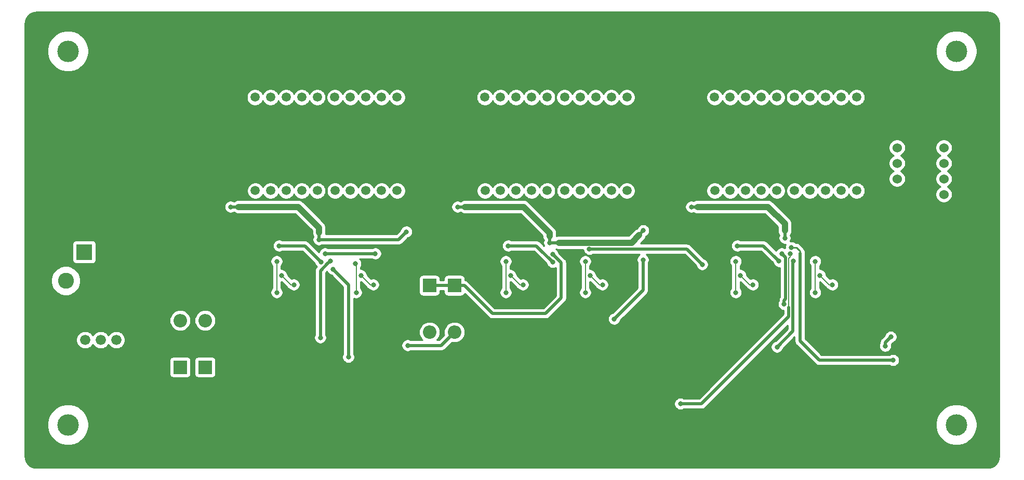
<source format=gbr>
G04 #@! TF.GenerationSoftware,KiCad,Pcbnew,(5.1.4)-1*
G04 #@! TF.CreationDate,2020-03-17T12:53:42-04:00*
G04 #@! TF.ProjectId,counter,636f756e-7465-4722-9e6b-696361645f70,v01*
G04 #@! TF.SameCoordinates,Original*
G04 #@! TF.FileFunction,Copper,L2,Bot*
G04 #@! TF.FilePolarity,Positive*
%FSLAX46Y46*%
G04 Gerber Fmt 4.6, Leading zero omitted, Abs format (unit mm)*
G04 Created by KiCad (PCBNEW (5.1.4)-1) date 2020-03-17 12:53:42*
%MOMM*%
%LPD*%
G04 APERTURE LIST*
%ADD10C,1.500000*%
%ADD11C,3.500000*%
%ADD12R,2.600000X2.600000*%
%ADD13C,2.600000*%
%ADD14C,1.524000*%
%ADD15O,2.200000X2.200000*%
%ADD16R,2.200000X2.200000*%
%ADD17C,1.676400*%
%ADD18C,0.800000*%
%ADD19C,0.200000*%
%ADD20C,0.500000*%
%ADD21C,1.000000*%
%ADD22C,0.250000*%
%ADD23C,0.254000*%
G04 APERTURE END LIST*
D10*
X112080000Y-92620000D03*
X109540000Y-92620000D03*
X107000000Y-92620000D03*
X104460000Y-92620000D03*
X101960000Y-92620000D03*
X107000000Y-77380000D03*
X109540000Y-77380000D03*
X112080000Y-77380000D03*
X104460000Y-77380000D03*
X101920000Y-77380000D03*
D11*
X203200000Y-69850000D03*
X58420000Y-69850000D03*
X203200000Y-130810000D03*
X58420000Y-130810000D03*
D12*
X61087000Y-102616000D03*
D13*
X55087000Y-102616000D03*
X58087000Y-107316000D03*
D14*
X193548000Y-85598000D03*
X193548000Y-88138000D03*
X193548000Y-90678000D03*
X193548000Y-93218000D03*
X201168000Y-93218000D03*
X201168000Y-90678000D03*
X201168000Y-88138000D03*
X201168000Y-85598000D03*
D15*
X121412000Y-115697000D03*
D16*
X121412000Y-108077000D03*
X117348000Y-108077000D03*
D15*
X117348000Y-115697000D03*
X80772000Y-113792000D03*
D16*
X80772000Y-121412000D03*
X76708000Y-121412000D03*
D15*
X76708000Y-113792000D03*
D10*
X99080000Y-92620000D03*
X96540000Y-92620000D03*
X94000000Y-92620000D03*
X91460000Y-92620000D03*
X88960000Y-92620000D03*
X94000000Y-77380000D03*
X96540000Y-77380000D03*
X99080000Y-77380000D03*
X91460000Y-77380000D03*
X88920000Y-77380000D03*
X186964000Y-92620000D03*
X184424000Y-92620000D03*
X181884000Y-92620000D03*
X179344000Y-92620000D03*
X176844000Y-92620000D03*
X181884000Y-77380000D03*
X184424000Y-77380000D03*
X186964000Y-77380000D03*
X179344000Y-77380000D03*
X176804000Y-77380000D03*
X163804000Y-77380000D03*
X166344000Y-77380000D03*
X173964000Y-77380000D03*
X171424000Y-77380000D03*
X168884000Y-77380000D03*
X163844000Y-92620000D03*
X166344000Y-92620000D03*
X168884000Y-92620000D03*
X171424000Y-92620000D03*
X173964000Y-92620000D03*
X149522000Y-92620000D03*
X146982000Y-92620000D03*
X144442000Y-92620000D03*
X141902000Y-92620000D03*
X139402000Y-92620000D03*
X144442000Y-77380000D03*
X146982000Y-77380000D03*
X149522000Y-77380000D03*
X141902000Y-77380000D03*
X139362000Y-77380000D03*
X126362000Y-77380000D03*
X128902000Y-77380000D03*
X136522000Y-77380000D03*
X133982000Y-77380000D03*
X131442000Y-77380000D03*
X126402000Y-92620000D03*
X128902000Y-92620000D03*
X131442000Y-92620000D03*
X133982000Y-92620000D03*
X136522000Y-92620000D03*
D17*
X63754000Y-116967000D03*
X61214000Y-116967000D03*
X66294000Y-116967000D03*
D18*
X180213000Y-109220000D03*
X180213000Y-104140000D03*
X183007000Y-107950000D03*
X180975000Y-106426000D03*
X170053000Y-107950000D03*
X168021000Y-106426000D03*
X167259000Y-104140000D03*
X167259000Y-109220000D03*
X105410000Y-109220000D03*
X105276992Y-104543459D03*
X108204000Y-107950000D03*
X106172000Y-106426000D03*
X93218000Y-106426000D03*
X95250000Y-107950000D03*
X92456000Y-104140000D03*
X92456000Y-109220000D03*
X142748000Y-104140000D03*
X142748000Y-109220000D03*
X145542000Y-107950000D03*
X143510000Y-106426000D03*
X132588000Y-107950000D03*
X130556000Y-106426000D03*
X129794000Y-104140000D03*
X129794000Y-109220000D03*
X173990000Y-118110000D03*
X175260000Y-100330000D03*
X160020000Y-95250000D03*
X101600000Y-105410000D03*
X121920000Y-95250000D03*
X136906000Y-101092000D03*
X99314000Y-100584000D03*
X84937600Y-95250000D03*
X176611621Y-104077980D03*
X104140000Y-119761000D03*
X113588800Y-99314000D03*
X152196800Y-99110800D03*
X147447000Y-113538000D03*
X174752000Y-102870000D03*
X108517626Y-102885977D03*
X100322594Y-102870000D03*
X175133000Y-111125000D03*
X152146000Y-103886000D03*
X139700000Y-122174000D03*
X184658000Y-74320400D03*
X171653200Y-74320400D03*
X147218400Y-74320400D03*
X134213600Y-74320400D03*
X109778800Y-74320400D03*
X100711000Y-97028000D03*
X88392000Y-110744000D03*
X101727000Y-110998000D03*
X139319000Y-111252000D03*
X163068000Y-110998000D03*
X192659000Y-107061000D03*
X187706000Y-121793000D03*
X158242000Y-123190000D03*
X85852000Y-129540000D03*
X125984000Y-97536000D03*
X142621000Y-99060000D03*
X163068000Y-98044000D03*
X194437000Y-82423000D03*
X121285000Y-128397000D03*
X84709000Y-118237000D03*
X205740000Y-106680000D03*
X162560000Y-130810000D03*
X88392000Y-97536000D03*
X56134000Y-80264000D03*
X79375000Y-97917000D03*
X66548000Y-78232000D03*
X67310000Y-89535000D03*
X76327000Y-85852000D03*
X96774000Y-74320400D03*
X126492000Y-122174000D03*
X180784500Y-110871000D03*
X125984000Y-109156500D03*
X113792000Y-117856000D03*
X101172604Y-104060705D03*
X99568000Y-116586000D03*
X137409643Y-102974517D03*
X167513000Y-101600000D03*
X174308397Y-104136500D03*
X158242000Y-127381000D03*
X176149000Y-102870000D03*
X192913000Y-120269000D03*
X176300853Y-101881585D03*
X161798000Y-104648000D03*
X143409444Y-102142010D03*
X99695000Y-104267000D03*
X92837000Y-101600000D03*
X137414000Y-104267000D03*
X130175000Y-101600000D03*
X192532000Y-116459000D03*
X191617600Y-117957600D03*
D19*
X180213000Y-104140000D02*
X180213000Y-109220000D01*
X182499000Y-107950000D02*
X183007000Y-107950000D01*
X180975000Y-106426000D02*
X182499000Y-107950000D01*
X169545000Y-107950000D02*
X170053000Y-107950000D01*
X168021000Y-106426000D02*
X169545000Y-107950000D01*
X167259000Y-104140000D02*
X167259000Y-109220000D01*
X105410000Y-109220000D02*
X105410000Y-104676467D01*
X105410000Y-104676467D02*
X105276992Y-104543459D01*
X106172000Y-106426000D02*
X107696000Y-107950000D01*
X107696000Y-107950000D02*
X108204000Y-107950000D01*
X94742000Y-107950000D02*
X95250000Y-107950000D01*
X93218000Y-106426000D02*
X94742000Y-107950000D01*
X92456000Y-104140000D02*
X92456000Y-109220000D01*
X142748000Y-104140000D02*
X142748000Y-109220000D01*
X145034000Y-107950000D02*
X145542000Y-107950000D01*
X143510000Y-106426000D02*
X145034000Y-107950000D01*
X132080000Y-107950000D02*
X132588000Y-107950000D01*
X130556000Y-106426000D02*
X132080000Y-107950000D01*
X129794000Y-104140000D02*
X129794000Y-109220000D01*
D20*
X101600000Y-105410000D02*
X104140000Y-107950000D01*
X104140000Y-107950000D02*
X104140000Y-113030000D01*
X176586622Y-104102979D02*
X176611621Y-104077980D01*
X173990000Y-118110000D02*
X176586622Y-115513378D01*
X176586622Y-115513378D02*
X176586622Y-104102979D01*
X104140000Y-113030000D02*
X104140000Y-119761000D01*
X99314000Y-100584000D02*
X112318800Y-100584000D01*
X112318800Y-100584000D02*
X113588800Y-99314000D01*
X161036000Y-95250000D02*
X160020000Y-95250000D01*
X175260000Y-99136200D02*
X175260000Y-100330000D01*
X136906000Y-101092000D02*
X138480800Y-101092000D01*
D21*
X138480800Y-101092000D02*
X150291800Y-101092000D01*
X150291800Y-101092000D02*
X151485600Y-99898200D01*
D20*
X151485600Y-99822000D02*
X152196800Y-99110800D01*
X151485600Y-99898200D02*
X151485600Y-99822000D01*
X121920000Y-95250000D02*
X123164600Y-95250000D01*
D21*
X123164600Y-95250000D02*
X132664200Y-95250000D01*
X132664200Y-95250000D02*
X136906000Y-99491800D01*
X136906000Y-99491800D02*
X136906000Y-99999800D01*
D20*
X136906000Y-99999800D02*
X136906000Y-101092000D01*
X84937600Y-95250000D02*
X86258400Y-95250000D01*
D21*
X86258400Y-95250000D02*
X95935800Y-95250000D01*
X95935800Y-95250000D02*
X99339400Y-98653600D01*
X99339400Y-98653600D02*
X99339400Y-99466400D01*
D20*
X99314000Y-99491800D02*
X99314000Y-100584000D01*
X99339400Y-99466400D02*
X99314000Y-99491800D01*
D21*
X175260000Y-98018600D02*
X175260000Y-99136200D01*
X161036000Y-95250000D02*
X172491400Y-95250000D01*
X172491400Y-95250000D02*
X175260000Y-98018600D01*
D20*
X147447000Y-113538000D02*
X147846999Y-113138001D01*
X147846999Y-113138001D02*
X152146000Y-108839000D01*
X152146000Y-108839000D02*
X152146000Y-104394000D01*
X100338571Y-102885977D02*
X100322594Y-102870000D01*
X108517626Y-102885977D02*
X100338571Y-102885977D01*
X175361600Y-103479600D02*
X174752000Y-102870000D01*
X175361600Y-110312683D02*
X175361600Y-103479600D01*
X175133000Y-110541283D02*
X175361600Y-110312683D01*
X175133000Y-111125000D02*
X175133000Y-110541283D01*
X152146000Y-104394000D02*
X152146000Y-103886000D01*
X119253000Y-117856000D02*
X121412000Y-115697000D01*
X113792000Y-117856000D02*
X119253000Y-117856000D01*
X100772605Y-104460704D02*
X101172604Y-104060705D01*
X99568000Y-116586000D02*
X99568000Y-105665309D01*
X99568000Y-105665309D02*
X100772605Y-104460704D01*
X117348000Y-108077000D02*
X121412000Y-108077000D01*
X136271000Y-112649000D02*
X138811000Y-110109000D01*
X138811000Y-110109000D02*
X138811000Y-104375874D01*
X138811000Y-104375874D02*
X137809642Y-103374516D01*
X127584000Y-112649000D02*
X136271000Y-112649000D01*
X123012000Y-108077000D02*
X127584000Y-112649000D01*
X121412000Y-108077000D02*
X123012000Y-108077000D01*
X137809642Y-103374516D02*
X137409643Y-102974517D01*
X171771897Y-101600000D02*
X173908398Y-103736501D01*
X167513000Y-101600000D02*
X171771897Y-101600000D01*
X173908398Y-103736501D02*
X174308397Y-104136500D01*
D19*
X175911611Y-103673074D02*
X176149000Y-103435685D01*
X176149000Y-103435685D02*
X176149000Y-102870000D01*
D20*
X175911611Y-113140389D02*
X175911611Y-111633000D01*
X158242000Y-127381000D02*
X161671000Y-127381000D01*
X161671000Y-127381000D02*
X175911611Y-113140389D01*
D19*
X175911611Y-111633000D02*
X175911611Y-103673074D01*
D20*
X192913000Y-120269000D02*
X182372000Y-120269000D01*
X182372000Y-120269000D02*
X181673500Y-120269000D01*
X181673500Y-120269000D02*
X180848000Y-120269000D01*
X180848000Y-120269000D02*
X177736500Y-117157500D01*
X177736500Y-117157500D02*
X177736500Y-102806500D01*
D22*
X177736500Y-102806500D02*
X177736500Y-102489000D01*
X177129085Y-101881585D02*
X176300853Y-101881585D01*
X177736500Y-102489000D02*
X177129085Y-101881585D01*
D20*
X143975129Y-102142010D02*
X143409444Y-102142010D01*
X161798000Y-104648000D02*
X159292010Y-102142010D01*
X159292010Y-102142010D02*
X143975129Y-102142010D01*
X99695000Y-104267000D02*
X99295001Y-103867001D01*
X97028000Y-101600000D02*
X92837000Y-101600000D01*
X99295001Y-103867001D02*
X97028000Y-101600000D01*
X137414000Y-104267000D02*
X137014001Y-103867001D01*
X137014001Y-103867001D02*
X135509000Y-102362000D01*
X134747000Y-101600000D02*
X130175000Y-101600000D01*
X135509000Y-102362000D02*
X134747000Y-101600000D01*
X191617600Y-117373400D02*
X192532000Y-116459000D01*
X191617600Y-117957600D02*
X191617600Y-117373400D01*
D23*
G36*
X208644545Y-63500409D02*
G01*
X208995208Y-63606280D01*
X209318625Y-63778244D01*
X209602484Y-64009754D01*
X209835965Y-64291986D01*
X210010183Y-64614195D01*
X210118502Y-64964114D01*
X210160001Y-65358952D01*
X210160000Y-135921221D01*
X210121091Y-136318045D01*
X210015220Y-136668706D01*
X209843257Y-136992123D01*
X209611748Y-137275982D01*
X209329514Y-137509465D01*
X209007304Y-137683684D01*
X208657385Y-137792002D01*
X208262557Y-137833500D01*
X53372279Y-137833500D01*
X52975455Y-137794591D01*
X52624794Y-137688720D01*
X52301377Y-137516757D01*
X52017518Y-137285248D01*
X51784035Y-137003014D01*
X51609816Y-136680804D01*
X51501498Y-136330885D01*
X51460000Y-135936057D01*
X51460000Y-130477395D01*
X55043000Y-130477395D01*
X55043000Y-131142605D01*
X55172776Y-131795035D01*
X55427341Y-132409609D01*
X55796913Y-132962712D01*
X56267288Y-133433087D01*
X56820391Y-133802659D01*
X57434965Y-134057224D01*
X58087395Y-134187000D01*
X58752605Y-134187000D01*
X59405035Y-134057224D01*
X60019609Y-133802659D01*
X60572712Y-133433087D01*
X61043087Y-132962712D01*
X61412659Y-132409609D01*
X61667224Y-131795035D01*
X61797000Y-131142605D01*
X61797000Y-130477395D01*
X199823000Y-130477395D01*
X199823000Y-131142605D01*
X199952776Y-131795035D01*
X200207341Y-132409609D01*
X200576913Y-132962712D01*
X201047288Y-133433087D01*
X201600391Y-133802659D01*
X202214965Y-134057224D01*
X202867395Y-134187000D01*
X203532605Y-134187000D01*
X204185035Y-134057224D01*
X204799609Y-133802659D01*
X205352712Y-133433087D01*
X205823087Y-132962712D01*
X206192659Y-132409609D01*
X206447224Y-131795035D01*
X206577000Y-131142605D01*
X206577000Y-130477395D01*
X206447224Y-129824965D01*
X206192659Y-129210391D01*
X205823087Y-128657288D01*
X205352712Y-128186913D01*
X204799609Y-127817341D01*
X204185035Y-127562776D01*
X203532605Y-127433000D01*
X202867395Y-127433000D01*
X202214965Y-127562776D01*
X201600391Y-127817341D01*
X201047288Y-128186913D01*
X200576913Y-128657288D01*
X200207341Y-129210391D01*
X199952776Y-129824965D01*
X199823000Y-130477395D01*
X61797000Y-130477395D01*
X61667224Y-129824965D01*
X61412659Y-129210391D01*
X61043087Y-128657288D01*
X60572712Y-128186913D01*
X60019609Y-127817341D01*
X59405035Y-127562776D01*
X58752605Y-127433000D01*
X58087395Y-127433000D01*
X57434965Y-127562776D01*
X56820391Y-127817341D01*
X56267288Y-128186913D01*
X55796913Y-128657288D01*
X55427341Y-129210391D01*
X55172776Y-129824965D01*
X55043000Y-130477395D01*
X51460000Y-130477395D01*
X51460000Y-127279061D01*
X157207000Y-127279061D01*
X157207000Y-127482939D01*
X157246774Y-127682898D01*
X157324795Y-127871256D01*
X157438063Y-128040774D01*
X157582226Y-128184937D01*
X157751744Y-128298205D01*
X157940102Y-128376226D01*
X158140061Y-128416000D01*
X158343939Y-128416000D01*
X158543898Y-128376226D01*
X158732256Y-128298205D01*
X158780454Y-128266000D01*
X161627531Y-128266000D01*
X161671000Y-128270281D01*
X161714469Y-128266000D01*
X161714477Y-128266000D01*
X161844490Y-128253195D01*
X162011313Y-128202589D01*
X162165059Y-128120411D01*
X162299817Y-128009817D01*
X162327534Y-127976044D01*
X175701622Y-114601957D01*
X175701622Y-115146799D01*
X173744957Y-117103465D01*
X173688102Y-117114774D01*
X173499744Y-117192795D01*
X173330226Y-117306063D01*
X173186063Y-117450226D01*
X173072795Y-117619744D01*
X172994774Y-117808102D01*
X172955000Y-118008061D01*
X172955000Y-118211939D01*
X172994774Y-118411898D01*
X173072795Y-118600256D01*
X173186063Y-118769774D01*
X173330226Y-118913937D01*
X173499744Y-119027205D01*
X173688102Y-119105226D01*
X173888061Y-119145000D01*
X174091939Y-119145000D01*
X174291898Y-119105226D01*
X174480256Y-119027205D01*
X174649774Y-118913937D01*
X174793937Y-118769774D01*
X174907205Y-118600256D01*
X174985226Y-118411898D01*
X174996535Y-118355043D01*
X176851500Y-116500079D01*
X176851500Y-117114031D01*
X176847219Y-117157500D01*
X176851500Y-117200969D01*
X176851500Y-117200976D01*
X176864305Y-117330989D01*
X176914911Y-117497812D01*
X176997089Y-117651558D01*
X177107683Y-117786317D01*
X177141456Y-117814034D01*
X180191470Y-120864049D01*
X180219183Y-120897817D01*
X180252951Y-120925530D01*
X180252953Y-120925532D01*
X180324452Y-120984210D01*
X180353941Y-121008411D01*
X180507687Y-121090589D01*
X180674510Y-121141195D01*
X180804523Y-121154000D01*
X180804533Y-121154000D01*
X180847999Y-121158281D01*
X180891465Y-121154000D01*
X192374546Y-121154000D01*
X192422744Y-121186205D01*
X192611102Y-121264226D01*
X192811061Y-121304000D01*
X193014939Y-121304000D01*
X193214898Y-121264226D01*
X193403256Y-121186205D01*
X193572774Y-121072937D01*
X193716937Y-120928774D01*
X193830205Y-120759256D01*
X193908226Y-120570898D01*
X193948000Y-120370939D01*
X193948000Y-120167061D01*
X193908226Y-119967102D01*
X193830205Y-119778744D01*
X193716937Y-119609226D01*
X193572774Y-119465063D01*
X193403256Y-119351795D01*
X193214898Y-119273774D01*
X193014939Y-119234000D01*
X192811061Y-119234000D01*
X192611102Y-119273774D01*
X192422744Y-119351795D01*
X192374546Y-119384000D01*
X181214579Y-119384000D01*
X179686240Y-117855661D01*
X190582600Y-117855661D01*
X190582600Y-118059539D01*
X190622374Y-118259498D01*
X190700395Y-118447856D01*
X190813663Y-118617374D01*
X190957826Y-118761537D01*
X191127344Y-118874805D01*
X191315702Y-118952826D01*
X191515661Y-118992600D01*
X191719539Y-118992600D01*
X191919498Y-118952826D01*
X192107856Y-118874805D01*
X192277374Y-118761537D01*
X192421537Y-118617374D01*
X192534805Y-118447856D01*
X192612826Y-118259498D01*
X192652600Y-118059539D01*
X192652600Y-117855661D01*
X192612826Y-117655702D01*
X192605226Y-117637353D01*
X192777044Y-117465535D01*
X192833898Y-117454226D01*
X193022256Y-117376205D01*
X193191774Y-117262937D01*
X193335937Y-117118774D01*
X193449205Y-116949256D01*
X193527226Y-116760898D01*
X193567000Y-116560939D01*
X193567000Y-116357061D01*
X193527226Y-116157102D01*
X193449205Y-115968744D01*
X193335937Y-115799226D01*
X193191774Y-115655063D01*
X193022256Y-115541795D01*
X192833898Y-115463774D01*
X192633939Y-115424000D01*
X192430061Y-115424000D01*
X192230102Y-115463774D01*
X192041744Y-115541795D01*
X191872226Y-115655063D01*
X191728063Y-115799226D01*
X191614795Y-115968744D01*
X191536774Y-116157102D01*
X191525465Y-116213956D01*
X191022551Y-116716871D01*
X190988784Y-116744583D01*
X190961071Y-116778351D01*
X190961068Y-116778354D01*
X190925329Y-116821902D01*
X190878190Y-116879341D01*
X190796011Y-117033087D01*
X190745405Y-117199910D01*
X190732600Y-117329923D01*
X190732600Y-117329931D01*
X190728319Y-117373400D01*
X190732600Y-117416869D01*
X190732600Y-117419146D01*
X190700395Y-117467344D01*
X190622374Y-117655702D01*
X190582600Y-117855661D01*
X179686240Y-117855661D01*
X178621500Y-116790922D01*
X178621500Y-104038061D01*
X179178000Y-104038061D01*
X179178000Y-104241939D01*
X179217774Y-104441898D01*
X179295795Y-104630256D01*
X179409063Y-104799774D01*
X179478000Y-104868711D01*
X179478001Y-108491288D01*
X179409063Y-108560226D01*
X179295795Y-108729744D01*
X179217774Y-108918102D01*
X179178000Y-109118061D01*
X179178000Y-109321939D01*
X179217774Y-109521898D01*
X179295795Y-109710256D01*
X179409063Y-109879774D01*
X179553226Y-110023937D01*
X179722744Y-110137205D01*
X179911102Y-110215226D01*
X180111061Y-110255000D01*
X180314939Y-110255000D01*
X180514898Y-110215226D01*
X180703256Y-110137205D01*
X180872774Y-110023937D01*
X181016937Y-109879774D01*
X181130205Y-109710256D01*
X181208226Y-109521898D01*
X181248000Y-109321939D01*
X181248000Y-109118061D01*
X181208226Y-108918102D01*
X181130205Y-108729744D01*
X181016937Y-108560226D01*
X180948000Y-108491289D01*
X180948000Y-107461000D01*
X180970554Y-107461000D01*
X181953746Y-108444193D01*
X181976762Y-108472238D01*
X182088680Y-108564087D01*
X182216367Y-108632337D01*
X182229658Y-108636369D01*
X182347226Y-108753937D01*
X182516744Y-108867205D01*
X182705102Y-108945226D01*
X182905061Y-108985000D01*
X183108939Y-108985000D01*
X183308898Y-108945226D01*
X183497256Y-108867205D01*
X183666774Y-108753937D01*
X183810937Y-108609774D01*
X183924205Y-108440256D01*
X184002226Y-108251898D01*
X184042000Y-108051939D01*
X184042000Y-107848061D01*
X184002226Y-107648102D01*
X183924205Y-107459744D01*
X183810937Y-107290226D01*
X183666774Y-107146063D01*
X183497256Y-107032795D01*
X183308898Y-106954774D01*
X183108939Y-106915000D01*
X182905061Y-106915000D01*
X182705102Y-106954774D01*
X182590635Y-107002188D01*
X182010000Y-106421554D01*
X182010000Y-106324061D01*
X181970226Y-106124102D01*
X181892205Y-105935744D01*
X181778937Y-105766226D01*
X181634774Y-105622063D01*
X181465256Y-105508795D01*
X181276898Y-105430774D01*
X181076939Y-105391000D01*
X180948000Y-105391000D01*
X180948000Y-104868711D01*
X181016937Y-104799774D01*
X181130205Y-104630256D01*
X181208226Y-104441898D01*
X181248000Y-104241939D01*
X181248000Y-104038061D01*
X181208226Y-103838102D01*
X181130205Y-103649744D01*
X181016937Y-103480226D01*
X180872774Y-103336063D01*
X180703256Y-103222795D01*
X180514898Y-103144774D01*
X180314939Y-103105000D01*
X180111061Y-103105000D01*
X179911102Y-103144774D01*
X179722744Y-103222795D01*
X179553226Y-103336063D01*
X179409063Y-103480226D01*
X179295795Y-103649744D01*
X179217774Y-103838102D01*
X179178000Y-104038061D01*
X178621500Y-104038061D01*
X178621500Y-102763023D01*
X178608695Y-102633010D01*
X178558089Y-102466187D01*
X178478750Y-102317753D01*
X178442046Y-102196753D01*
X178371474Y-102064724D01*
X178300299Y-101977997D01*
X178276501Y-101948999D01*
X178247502Y-101925200D01*
X177692888Y-101370587D01*
X177669086Y-101341584D01*
X177553361Y-101246611D01*
X177421332Y-101176039D01*
X177278071Y-101132582D01*
X177166418Y-101121585D01*
X177166407Y-101121585D01*
X177129085Y-101117909D01*
X177091763Y-101121585D01*
X177004564Y-101121585D01*
X176960627Y-101077648D01*
X176791109Y-100964380D01*
X176602751Y-100886359D01*
X176402792Y-100846585D01*
X176198914Y-100846585D01*
X176153588Y-100855601D01*
X176177205Y-100820256D01*
X176255226Y-100631898D01*
X176295000Y-100431939D01*
X176295000Y-100228061D01*
X176255226Y-100028102D01*
X176177205Y-99839744D01*
X176165400Y-99822077D01*
X176208284Y-99769823D01*
X176313676Y-99572647D01*
X176378577Y-99358699D01*
X176395000Y-99191952D01*
X176395000Y-98074352D01*
X176400491Y-98018600D01*
X176378577Y-97796101D01*
X176313676Y-97582153D01*
X176208284Y-97384977D01*
X176101989Y-97255456D01*
X176101987Y-97255454D01*
X176066449Y-97212151D01*
X176023146Y-97176613D01*
X173333396Y-94486865D01*
X173297849Y-94443551D01*
X173125023Y-94301716D01*
X172927847Y-94196324D01*
X172713899Y-94131423D01*
X172547152Y-94115000D01*
X172547151Y-94115000D01*
X172491400Y-94109509D01*
X172435649Y-94115000D01*
X160980248Y-94115000D01*
X160813501Y-94131423D01*
X160599553Y-94196324D01*
X160416719Y-94294050D01*
X160321898Y-94254774D01*
X160121939Y-94215000D01*
X159918061Y-94215000D01*
X159718102Y-94254774D01*
X159529744Y-94332795D01*
X159360226Y-94446063D01*
X159216063Y-94590226D01*
X159102795Y-94759744D01*
X159024774Y-94948102D01*
X158985000Y-95148061D01*
X158985000Y-95351939D01*
X159024774Y-95551898D01*
X159102795Y-95740256D01*
X159216063Y-95909774D01*
X159360226Y-96053937D01*
X159529744Y-96167205D01*
X159718102Y-96245226D01*
X159918061Y-96285000D01*
X160121939Y-96285000D01*
X160321898Y-96245226D01*
X160416719Y-96205950D01*
X160599553Y-96303676D01*
X160813501Y-96368577D01*
X160980248Y-96385000D01*
X172021269Y-96385000D01*
X174125000Y-98488733D01*
X174125000Y-99191952D01*
X174141423Y-99358699D01*
X174206324Y-99572647D01*
X174311717Y-99769823D01*
X174354600Y-99822076D01*
X174342795Y-99839744D01*
X174264774Y-100028102D01*
X174225000Y-100228061D01*
X174225000Y-100431939D01*
X174264774Y-100631898D01*
X174342795Y-100820256D01*
X174456063Y-100989774D01*
X174600226Y-101133937D01*
X174769744Y-101247205D01*
X174958102Y-101325226D01*
X175158061Y-101365000D01*
X175361939Y-101365000D01*
X175407265Y-101355984D01*
X175383648Y-101391329D01*
X175305627Y-101579687D01*
X175265853Y-101779646D01*
X175265853Y-101968562D01*
X175242256Y-101952795D01*
X175053898Y-101874774D01*
X174853939Y-101835000D01*
X174650061Y-101835000D01*
X174450102Y-101874774D01*
X174261744Y-101952795D01*
X174092226Y-102066063D01*
X173948063Y-102210226D01*
X173834795Y-102379744D01*
X173825547Y-102402071D01*
X172428431Y-101004956D01*
X172400714Y-100971183D01*
X172265956Y-100860589D01*
X172112210Y-100778411D01*
X171945387Y-100727805D01*
X171815374Y-100715000D01*
X171815366Y-100715000D01*
X171771897Y-100710719D01*
X171728428Y-100715000D01*
X168051454Y-100715000D01*
X168003256Y-100682795D01*
X167814898Y-100604774D01*
X167614939Y-100565000D01*
X167411061Y-100565000D01*
X167211102Y-100604774D01*
X167022744Y-100682795D01*
X166853226Y-100796063D01*
X166709063Y-100940226D01*
X166595795Y-101109744D01*
X166517774Y-101298102D01*
X166478000Y-101498061D01*
X166478000Y-101701939D01*
X166517774Y-101901898D01*
X166595795Y-102090256D01*
X166709063Y-102259774D01*
X166853226Y-102403937D01*
X167022744Y-102517205D01*
X167211102Y-102595226D01*
X167411061Y-102635000D01*
X167614939Y-102635000D01*
X167814898Y-102595226D01*
X168003256Y-102517205D01*
X168051454Y-102485000D01*
X171405319Y-102485000D01*
X173301862Y-104381544D01*
X173313171Y-104438398D01*
X173391192Y-104626756D01*
X173504460Y-104796274D01*
X173648623Y-104940437D01*
X173818141Y-105053705D01*
X174006499Y-105131726D01*
X174206458Y-105171500D01*
X174410336Y-105171500D01*
X174476601Y-105158319D01*
X174476600Y-109946077D01*
X174476471Y-109946234D01*
X174476468Y-109946237D01*
X174412701Y-110023937D01*
X174393590Y-110047224D01*
X174311411Y-110200970D01*
X174260805Y-110367793D01*
X174248000Y-110497806D01*
X174248000Y-110497814D01*
X174243719Y-110541283D01*
X174248000Y-110584752D01*
X174248000Y-110586546D01*
X174215795Y-110634744D01*
X174137774Y-110823102D01*
X174098000Y-111023061D01*
X174098000Y-111226939D01*
X174137774Y-111426898D01*
X174215795Y-111615256D01*
X174329063Y-111784774D01*
X174473226Y-111928937D01*
X174642744Y-112042205D01*
X174831102Y-112120226D01*
X175026612Y-112159115D01*
X175026611Y-112773810D01*
X161304422Y-126496000D01*
X158780454Y-126496000D01*
X158732256Y-126463795D01*
X158543898Y-126385774D01*
X158343939Y-126346000D01*
X158140061Y-126346000D01*
X157940102Y-126385774D01*
X157751744Y-126463795D01*
X157582226Y-126577063D01*
X157438063Y-126721226D01*
X157324795Y-126890744D01*
X157246774Y-127079102D01*
X157207000Y-127279061D01*
X51460000Y-127279061D01*
X51460000Y-120312000D01*
X74969928Y-120312000D01*
X74969928Y-122512000D01*
X74982188Y-122636482D01*
X75018498Y-122756180D01*
X75077463Y-122866494D01*
X75156815Y-122963185D01*
X75253506Y-123042537D01*
X75363820Y-123101502D01*
X75483518Y-123137812D01*
X75608000Y-123150072D01*
X77808000Y-123150072D01*
X77932482Y-123137812D01*
X78052180Y-123101502D01*
X78162494Y-123042537D01*
X78259185Y-122963185D01*
X78338537Y-122866494D01*
X78397502Y-122756180D01*
X78433812Y-122636482D01*
X78446072Y-122512000D01*
X78446072Y-120312000D01*
X79033928Y-120312000D01*
X79033928Y-122512000D01*
X79046188Y-122636482D01*
X79082498Y-122756180D01*
X79141463Y-122866494D01*
X79220815Y-122963185D01*
X79317506Y-123042537D01*
X79427820Y-123101502D01*
X79547518Y-123137812D01*
X79672000Y-123150072D01*
X81872000Y-123150072D01*
X81996482Y-123137812D01*
X82116180Y-123101502D01*
X82226494Y-123042537D01*
X82323185Y-122963185D01*
X82402537Y-122866494D01*
X82461502Y-122756180D01*
X82497812Y-122636482D01*
X82510072Y-122512000D01*
X82510072Y-120312000D01*
X82497812Y-120187518D01*
X82461502Y-120067820D01*
X82402537Y-119957506D01*
X82323185Y-119860815D01*
X82226494Y-119781463D01*
X82116180Y-119722498D01*
X81996482Y-119686188D01*
X81872000Y-119673928D01*
X79672000Y-119673928D01*
X79547518Y-119686188D01*
X79427820Y-119722498D01*
X79317506Y-119781463D01*
X79220815Y-119860815D01*
X79141463Y-119957506D01*
X79082498Y-120067820D01*
X79046188Y-120187518D01*
X79033928Y-120312000D01*
X78446072Y-120312000D01*
X78433812Y-120187518D01*
X78397502Y-120067820D01*
X78338537Y-119957506D01*
X78259185Y-119860815D01*
X78162494Y-119781463D01*
X78052180Y-119722498D01*
X77932482Y-119686188D01*
X77808000Y-119673928D01*
X75608000Y-119673928D01*
X75483518Y-119686188D01*
X75363820Y-119722498D01*
X75253506Y-119781463D01*
X75156815Y-119860815D01*
X75077463Y-119957506D01*
X75018498Y-120067820D01*
X74982188Y-120187518D01*
X74969928Y-120312000D01*
X51460000Y-120312000D01*
X51460000Y-116821902D01*
X59740800Y-116821902D01*
X59740800Y-117112098D01*
X59797414Y-117396717D01*
X59908467Y-117664822D01*
X60069691Y-117906110D01*
X60274890Y-118111309D01*
X60516178Y-118272533D01*
X60784283Y-118383586D01*
X61068902Y-118440200D01*
X61359098Y-118440200D01*
X61643717Y-118383586D01*
X61911822Y-118272533D01*
X62153110Y-118111309D01*
X62358309Y-117906110D01*
X62484000Y-117718001D01*
X62609691Y-117906110D01*
X62814890Y-118111309D01*
X63056178Y-118272533D01*
X63324283Y-118383586D01*
X63608902Y-118440200D01*
X63899098Y-118440200D01*
X64183717Y-118383586D01*
X64451822Y-118272533D01*
X64693110Y-118111309D01*
X64898309Y-117906110D01*
X65024000Y-117718001D01*
X65149691Y-117906110D01*
X65354890Y-118111309D01*
X65596178Y-118272533D01*
X65864283Y-118383586D01*
X66148902Y-118440200D01*
X66439098Y-118440200D01*
X66723717Y-118383586D01*
X66991822Y-118272533D01*
X67233110Y-118111309D01*
X67438309Y-117906110D01*
X67599533Y-117664822D01*
X67710586Y-117396717D01*
X67767200Y-117112098D01*
X67767200Y-116821902D01*
X67710586Y-116537283D01*
X67599533Y-116269178D01*
X67438309Y-116027890D01*
X67233110Y-115822691D01*
X66991822Y-115661467D01*
X66723717Y-115550414D01*
X66439098Y-115493800D01*
X66148902Y-115493800D01*
X65864283Y-115550414D01*
X65596178Y-115661467D01*
X65354890Y-115822691D01*
X65149691Y-116027890D01*
X65024000Y-116215999D01*
X64898309Y-116027890D01*
X64693110Y-115822691D01*
X64451822Y-115661467D01*
X64183717Y-115550414D01*
X63899098Y-115493800D01*
X63608902Y-115493800D01*
X63324283Y-115550414D01*
X63056178Y-115661467D01*
X62814890Y-115822691D01*
X62609691Y-116027890D01*
X62484000Y-116215999D01*
X62358309Y-116027890D01*
X62153110Y-115822691D01*
X61911822Y-115661467D01*
X61643717Y-115550414D01*
X61359098Y-115493800D01*
X61068902Y-115493800D01*
X60784283Y-115550414D01*
X60516178Y-115661467D01*
X60274890Y-115822691D01*
X60069691Y-116027890D01*
X59908467Y-116269178D01*
X59797414Y-116537283D01*
X59740800Y-116821902D01*
X51460000Y-116821902D01*
X51460000Y-113792000D01*
X74964606Y-113792000D01*
X74998105Y-114132119D01*
X75097314Y-114459168D01*
X75258421Y-114760578D01*
X75475234Y-115024766D01*
X75739422Y-115241579D01*
X76040832Y-115402686D01*
X76367881Y-115501895D01*
X76622775Y-115527000D01*
X76793225Y-115527000D01*
X77048119Y-115501895D01*
X77375168Y-115402686D01*
X77676578Y-115241579D01*
X77940766Y-115024766D01*
X78157579Y-114760578D01*
X78318686Y-114459168D01*
X78417895Y-114132119D01*
X78451394Y-113792000D01*
X79028606Y-113792000D01*
X79062105Y-114132119D01*
X79161314Y-114459168D01*
X79322421Y-114760578D01*
X79539234Y-115024766D01*
X79803422Y-115241579D01*
X80104832Y-115402686D01*
X80431881Y-115501895D01*
X80686775Y-115527000D01*
X80857225Y-115527000D01*
X81112119Y-115501895D01*
X81439168Y-115402686D01*
X81740578Y-115241579D01*
X82004766Y-115024766D01*
X82221579Y-114760578D01*
X82382686Y-114459168D01*
X82481895Y-114132119D01*
X82515394Y-113792000D01*
X82481895Y-113451881D01*
X82382686Y-113124832D01*
X82221579Y-112823422D01*
X82004766Y-112559234D01*
X81740578Y-112342421D01*
X81439168Y-112181314D01*
X81112119Y-112082105D01*
X80857225Y-112057000D01*
X80686775Y-112057000D01*
X80431881Y-112082105D01*
X80104832Y-112181314D01*
X79803422Y-112342421D01*
X79539234Y-112559234D01*
X79322421Y-112823422D01*
X79161314Y-113124832D01*
X79062105Y-113451881D01*
X79028606Y-113792000D01*
X78451394Y-113792000D01*
X78417895Y-113451881D01*
X78318686Y-113124832D01*
X78157579Y-112823422D01*
X77940766Y-112559234D01*
X77676578Y-112342421D01*
X77375168Y-112181314D01*
X77048119Y-112082105D01*
X76793225Y-112057000D01*
X76622775Y-112057000D01*
X76367881Y-112082105D01*
X76040832Y-112181314D01*
X75739422Y-112342421D01*
X75475234Y-112559234D01*
X75258421Y-112823422D01*
X75097314Y-113124832D01*
X74998105Y-113451881D01*
X74964606Y-113792000D01*
X51460000Y-113792000D01*
X51460000Y-107076961D01*
X55660000Y-107076961D01*
X55660000Y-107555039D01*
X55753268Y-108023930D01*
X55936221Y-108465615D01*
X56201826Y-108863122D01*
X56539878Y-109201174D01*
X56937385Y-109466779D01*
X57379070Y-109649732D01*
X57847961Y-109743000D01*
X58326039Y-109743000D01*
X58794930Y-109649732D01*
X59236615Y-109466779D01*
X59634122Y-109201174D01*
X59972174Y-108863122D01*
X60237779Y-108465615D01*
X60420732Y-108023930D01*
X60514000Y-107555039D01*
X60514000Y-107076961D01*
X60420732Y-106608070D01*
X60237779Y-106166385D01*
X59972174Y-105768878D01*
X59634122Y-105430826D01*
X59236615Y-105165221D01*
X58794930Y-104982268D01*
X58326039Y-104889000D01*
X57847961Y-104889000D01*
X57379070Y-104982268D01*
X56937385Y-105165221D01*
X56539878Y-105430826D01*
X56201826Y-105768878D01*
X55936221Y-106166385D01*
X55753268Y-106608070D01*
X55660000Y-107076961D01*
X51460000Y-107076961D01*
X51460000Y-101316000D01*
X59148928Y-101316000D01*
X59148928Y-103916000D01*
X59161188Y-104040482D01*
X59197498Y-104160180D01*
X59256463Y-104270494D01*
X59335815Y-104367185D01*
X59432506Y-104446537D01*
X59542820Y-104505502D01*
X59662518Y-104541812D01*
X59787000Y-104554072D01*
X62387000Y-104554072D01*
X62511482Y-104541812D01*
X62631180Y-104505502D01*
X62741494Y-104446537D01*
X62838185Y-104367185D01*
X62917537Y-104270494D01*
X62976502Y-104160180D01*
X63012812Y-104040482D01*
X63013050Y-104038061D01*
X91421000Y-104038061D01*
X91421000Y-104241939D01*
X91460774Y-104441898D01*
X91538795Y-104630256D01*
X91652063Y-104799774D01*
X91721000Y-104868711D01*
X91721001Y-108491288D01*
X91652063Y-108560226D01*
X91538795Y-108729744D01*
X91460774Y-108918102D01*
X91421000Y-109118061D01*
X91421000Y-109321939D01*
X91460774Y-109521898D01*
X91538795Y-109710256D01*
X91652063Y-109879774D01*
X91796226Y-110023937D01*
X91965744Y-110137205D01*
X92154102Y-110215226D01*
X92354061Y-110255000D01*
X92557939Y-110255000D01*
X92757898Y-110215226D01*
X92946256Y-110137205D01*
X93115774Y-110023937D01*
X93259937Y-109879774D01*
X93373205Y-109710256D01*
X93451226Y-109521898D01*
X93491000Y-109321939D01*
X93491000Y-109118061D01*
X93451226Y-108918102D01*
X93373205Y-108729744D01*
X93259937Y-108560226D01*
X93191000Y-108491289D01*
X93191000Y-107461000D01*
X93213554Y-107461000D01*
X94196746Y-108444193D01*
X94219762Y-108472238D01*
X94331680Y-108564087D01*
X94459367Y-108632337D01*
X94472658Y-108636369D01*
X94590226Y-108753937D01*
X94759744Y-108867205D01*
X94948102Y-108945226D01*
X95148061Y-108985000D01*
X95351939Y-108985000D01*
X95551898Y-108945226D01*
X95740256Y-108867205D01*
X95909774Y-108753937D01*
X96053937Y-108609774D01*
X96167205Y-108440256D01*
X96245226Y-108251898D01*
X96285000Y-108051939D01*
X96285000Y-107848061D01*
X96245226Y-107648102D01*
X96167205Y-107459744D01*
X96053937Y-107290226D01*
X95909774Y-107146063D01*
X95740256Y-107032795D01*
X95551898Y-106954774D01*
X95351939Y-106915000D01*
X95148061Y-106915000D01*
X94948102Y-106954774D01*
X94833635Y-107002188D01*
X94253000Y-106421554D01*
X94253000Y-106324061D01*
X94213226Y-106124102D01*
X94135205Y-105935744D01*
X94021937Y-105766226D01*
X93877774Y-105622063D01*
X93708256Y-105508795D01*
X93519898Y-105430774D01*
X93319939Y-105391000D01*
X93191000Y-105391000D01*
X93191000Y-104868711D01*
X93259937Y-104799774D01*
X93373205Y-104630256D01*
X93451226Y-104441898D01*
X93491000Y-104241939D01*
X93491000Y-104038061D01*
X93451226Y-103838102D01*
X93373205Y-103649744D01*
X93259937Y-103480226D01*
X93115774Y-103336063D01*
X92946256Y-103222795D01*
X92757898Y-103144774D01*
X92557939Y-103105000D01*
X92354061Y-103105000D01*
X92154102Y-103144774D01*
X91965744Y-103222795D01*
X91796226Y-103336063D01*
X91652063Y-103480226D01*
X91538795Y-103649744D01*
X91460774Y-103838102D01*
X91421000Y-104038061D01*
X63013050Y-104038061D01*
X63025072Y-103916000D01*
X63025072Y-101498061D01*
X91802000Y-101498061D01*
X91802000Y-101701939D01*
X91841774Y-101901898D01*
X91919795Y-102090256D01*
X92033063Y-102259774D01*
X92177226Y-102403937D01*
X92346744Y-102517205D01*
X92535102Y-102595226D01*
X92735061Y-102635000D01*
X92938939Y-102635000D01*
X93138898Y-102595226D01*
X93327256Y-102517205D01*
X93375454Y-102485000D01*
X96661422Y-102485000D01*
X98688465Y-104512044D01*
X98699774Y-104568898D01*
X98777795Y-104757256D01*
X98891063Y-104926774D01*
X98973010Y-105008721D01*
X98972951Y-105008780D01*
X98939184Y-105036492D01*
X98911471Y-105070260D01*
X98911468Y-105070263D01*
X98828590Y-105171250D01*
X98746412Y-105324996D01*
X98695805Y-105491819D01*
X98678719Y-105665309D01*
X98683001Y-105708788D01*
X98683000Y-116047546D01*
X98650795Y-116095744D01*
X98572774Y-116284102D01*
X98533000Y-116484061D01*
X98533000Y-116687939D01*
X98572774Y-116887898D01*
X98650795Y-117076256D01*
X98764063Y-117245774D01*
X98908226Y-117389937D01*
X99077744Y-117503205D01*
X99266102Y-117581226D01*
X99466061Y-117621000D01*
X99669939Y-117621000D01*
X99869898Y-117581226D01*
X100058256Y-117503205D01*
X100227774Y-117389937D01*
X100371937Y-117245774D01*
X100485205Y-117076256D01*
X100563226Y-116887898D01*
X100603000Y-116687939D01*
X100603000Y-116484061D01*
X100563226Y-116284102D01*
X100485205Y-116095744D01*
X100453000Y-116047546D01*
X100453000Y-106031887D01*
X100654043Y-105830844D01*
X100682795Y-105900256D01*
X100796063Y-106069774D01*
X100940226Y-106213937D01*
X101109744Y-106327205D01*
X101298102Y-106405226D01*
X101354957Y-106416535D01*
X103255000Y-108316579D01*
X103255001Y-112986514D01*
X103255000Y-112986524D01*
X103255001Y-119222544D01*
X103222795Y-119270744D01*
X103144774Y-119459102D01*
X103105000Y-119659061D01*
X103105000Y-119862939D01*
X103144774Y-120062898D01*
X103222795Y-120251256D01*
X103336063Y-120420774D01*
X103480226Y-120564937D01*
X103649744Y-120678205D01*
X103838102Y-120756226D01*
X104038061Y-120796000D01*
X104241939Y-120796000D01*
X104441898Y-120756226D01*
X104630256Y-120678205D01*
X104799774Y-120564937D01*
X104943937Y-120420774D01*
X105057205Y-120251256D01*
X105135226Y-120062898D01*
X105175000Y-119862939D01*
X105175000Y-119659061D01*
X105135226Y-119459102D01*
X105057205Y-119270744D01*
X105025000Y-119222546D01*
X105025000Y-117754061D01*
X112757000Y-117754061D01*
X112757000Y-117957939D01*
X112796774Y-118157898D01*
X112874795Y-118346256D01*
X112988063Y-118515774D01*
X113132226Y-118659937D01*
X113301744Y-118773205D01*
X113490102Y-118851226D01*
X113690061Y-118891000D01*
X113893939Y-118891000D01*
X114093898Y-118851226D01*
X114282256Y-118773205D01*
X114330454Y-118741000D01*
X119209531Y-118741000D01*
X119253000Y-118745281D01*
X119296469Y-118741000D01*
X119296477Y-118741000D01*
X119426490Y-118728195D01*
X119593313Y-118677589D01*
X119747059Y-118595411D01*
X119881817Y-118484817D01*
X119909534Y-118451044D01*
X120981193Y-117379385D01*
X121071881Y-117406895D01*
X121326775Y-117432000D01*
X121497225Y-117432000D01*
X121752119Y-117406895D01*
X122079168Y-117307686D01*
X122380578Y-117146579D01*
X122644766Y-116929766D01*
X122861579Y-116665578D01*
X123022686Y-116364168D01*
X123121895Y-116037119D01*
X123155394Y-115697000D01*
X123121895Y-115356881D01*
X123022686Y-115029832D01*
X122861579Y-114728422D01*
X122644766Y-114464234D01*
X122380578Y-114247421D01*
X122079168Y-114086314D01*
X121752119Y-113987105D01*
X121497225Y-113962000D01*
X121326775Y-113962000D01*
X121071881Y-113987105D01*
X120744832Y-114086314D01*
X120443422Y-114247421D01*
X120179234Y-114464234D01*
X119962421Y-114728422D01*
X119801314Y-115029832D01*
X119702105Y-115356881D01*
X119668606Y-115697000D01*
X119702105Y-116037119D01*
X119729615Y-116127807D01*
X118886422Y-116971000D01*
X118530522Y-116971000D01*
X118580766Y-116929766D01*
X118797579Y-116665578D01*
X118958686Y-116364168D01*
X119057895Y-116037119D01*
X119091394Y-115697000D01*
X119057895Y-115356881D01*
X118958686Y-115029832D01*
X118797579Y-114728422D01*
X118580766Y-114464234D01*
X118316578Y-114247421D01*
X118015168Y-114086314D01*
X117688119Y-113987105D01*
X117433225Y-113962000D01*
X117262775Y-113962000D01*
X117007881Y-113987105D01*
X116680832Y-114086314D01*
X116379422Y-114247421D01*
X116115234Y-114464234D01*
X115898421Y-114728422D01*
X115737314Y-115029832D01*
X115638105Y-115356881D01*
X115604606Y-115697000D01*
X115638105Y-116037119D01*
X115737314Y-116364168D01*
X115898421Y-116665578D01*
X116115234Y-116929766D01*
X116165478Y-116971000D01*
X114330454Y-116971000D01*
X114282256Y-116938795D01*
X114093898Y-116860774D01*
X113893939Y-116821000D01*
X113690061Y-116821000D01*
X113490102Y-116860774D01*
X113301744Y-116938795D01*
X113132226Y-117052063D01*
X112988063Y-117196226D01*
X112874795Y-117365744D01*
X112796774Y-117554102D01*
X112757000Y-117754061D01*
X105025000Y-117754061D01*
X105025000Y-110180804D01*
X105108102Y-110215226D01*
X105308061Y-110255000D01*
X105511939Y-110255000D01*
X105711898Y-110215226D01*
X105900256Y-110137205D01*
X106069774Y-110023937D01*
X106213937Y-109879774D01*
X106327205Y-109710256D01*
X106405226Y-109521898D01*
X106445000Y-109321939D01*
X106445000Y-109118061D01*
X106405226Y-108918102D01*
X106327205Y-108729744D01*
X106213937Y-108560226D01*
X106145000Y-108491289D01*
X106145000Y-107461000D01*
X106167554Y-107461000D01*
X107150746Y-108444193D01*
X107173762Y-108472238D01*
X107285680Y-108564087D01*
X107413367Y-108632337D01*
X107426658Y-108636369D01*
X107544226Y-108753937D01*
X107713744Y-108867205D01*
X107902102Y-108945226D01*
X108102061Y-108985000D01*
X108305939Y-108985000D01*
X108505898Y-108945226D01*
X108694256Y-108867205D01*
X108863774Y-108753937D01*
X109007937Y-108609774D01*
X109121205Y-108440256D01*
X109199226Y-108251898D01*
X109239000Y-108051939D01*
X109239000Y-107848061D01*
X109199226Y-107648102D01*
X109121205Y-107459744D01*
X109007937Y-107290226D01*
X108863774Y-107146063D01*
X108694256Y-107032795D01*
X108559556Y-106977000D01*
X115609928Y-106977000D01*
X115609928Y-109177000D01*
X115622188Y-109301482D01*
X115658498Y-109421180D01*
X115717463Y-109531494D01*
X115796815Y-109628185D01*
X115893506Y-109707537D01*
X116003820Y-109766502D01*
X116123518Y-109802812D01*
X116248000Y-109815072D01*
X118448000Y-109815072D01*
X118572482Y-109802812D01*
X118692180Y-109766502D01*
X118802494Y-109707537D01*
X118899185Y-109628185D01*
X118978537Y-109531494D01*
X119037502Y-109421180D01*
X119073812Y-109301482D01*
X119086072Y-109177000D01*
X119086072Y-108962000D01*
X119673928Y-108962000D01*
X119673928Y-109177000D01*
X119686188Y-109301482D01*
X119722498Y-109421180D01*
X119781463Y-109531494D01*
X119860815Y-109628185D01*
X119957506Y-109707537D01*
X120067820Y-109766502D01*
X120187518Y-109802812D01*
X120312000Y-109815072D01*
X122512000Y-109815072D01*
X122636482Y-109802812D01*
X122756180Y-109766502D01*
X122866494Y-109707537D01*
X122963185Y-109628185D01*
X123042537Y-109531494D01*
X123101502Y-109421180D01*
X123102223Y-109418802D01*
X126927470Y-113244049D01*
X126955183Y-113277817D01*
X126988951Y-113305530D01*
X126988953Y-113305532D01*
X127060452Y-113364210D01*
X127089941Y-113388411D01*
X127243687Y-113470589D01*
X127410510Y-113521195D01*
X127540523Y-113534000D01*
X127540533Y-113534000D01*
X127583999Y-113538281D01*
X127627465Y-113534000D01*
X136227531Y-113534000D01*
X136271000Y-113538281D01*
X136314469Y-113534000D01*
X136314477Y-113534000D01*
X136444490Y-113521195D01*
X136611313Y-113470589D01*
X136765059Y-113388411D01*
X136899817Y-113277817D01*
X136927534Y-113244044D01*
X139406050Y-110765529D01*
X139439817Y-110737817D01*
X139509429Y-110652996D01*
X139550410Y-110603060D01*
X139550411Y-110603059D01*
X139632589Y-110449313D01*
X139683195Y-110282490D01*
X139696000Y-110152477D01*
X139696000Y-110152467D01*
X139700281Y-110109001D01*
X139696000Y-110065535D01*
X139696000Y-104419340D01*
X139700281Y-104375873D01*
X139696000Y-104332407D01*
X139696000Y-104332397D01*
X139683195Y-104202384D01*
X139633348Y-104038061D01*
X141713000Y-104038061D01*
X141713000Y-104241939D01*
X141752774Y-104441898D01*
X141830795Y-104630256D01*
X141944063Y-104799774D01*
X142013000Y-104868711D01*
X142013001Y-108491288D01*
X141944063Y-108560226D01*
X141830795Y-108729744D01*
X141752774Y-108918102D01*
X141713000Y-109118061D01*
X141713000Y-109321939D01*
X141752774Y-109521898D01*
X141830795Y-109710256D01*
X141944063Y-109879774D01*
X142088226Y-110023937D01*
X142257744Y-110137205D01*
X142446102Y-110215226D01*
X142646061Y-110255000D01*
X142849939Y-110255000D01*
X143049898Y-110215226D01*
X143238256Y-110137205D01*
X143407774Y-110023937D01*
X143551937Y-109879774D01*
X143665205Y-109710256D01*
X143743226Y-109521898D01*
X143783000Y-109321939D01*
X143783000Y-109118061D01*
X143743226Y-108918102D01*
X143665205Y-108729744D01*
X143551937Y-108560226D01*
X143483000Y-108491289D01*
X143483000Y-107461000D01*
X143505554Y-107461000D01*
X144488746Y-108444193D01*
X144511762Y-108472238D01*
X144623680Y-108564087D01*
X144751367Y-108632337D01*
X144764658Y-108636369D01*
X144882226Y-108753937D01*
X145051744Y-108867205D01*
X145240102Y-108945226D01*
X145440061Y-108985000D01*
X145643939Y-108985000D01*
X145843898Y-108945226D01*
X146032256Y-108867205D01*
X146201774Y-108753937D01*
X146345937Y-108609774D01*
X146459205Y-108440256D01*
X146537226Y-108251898D01*
X146577000Y-108051939D01*
X146577000Y-107848061D01*
X146537226Y-107648102D01*
X146459205Y-107459744D01*
X146345937Y-107290226D01*
X146201774Y-107146063D01*
X146032256Y-107032795D01*
X145843898Y-106954774D01*
X145643939Y-106915000D01*
X145440061Y-106915000D01*
X145240102Y-106954774D01*
X145125635Y-107002188D01*
X144545000Y-106421554D01*
X144545000Y-106324061D01*
X144505226Y-106124102D01*
X144427205Y-105935744D01*
X144313937Y-105766226D01*
X144169774Y-105622063D01*
X144000256Y-105508795D01*
X143811898Y-105430774D01*
X143611939Y-105391000D01*
X143483000Y-105391000D01*
X143483000Y-104868711D01*
X143551937Y-104799774D01*
X143665205Y-104630256D01*
X143743226Y-104441898D01*
X143783000Y-104241939D01*
X143783000Y-104038061D01*
X143743226Y-103838102D01*
X143665205Y-103649744D01*
X143551937Y-103480226D01*
X143407774Y-103336063D01*
X143238256Y-103222795D01*
X143049898Y-103144774D01*
X142849939Y-103105000D01*
X142646061Y-103105000D01*
X142446102Y-103144774D01*
X142257744Y-103222795D01*
X142088226Y-103336063D01*
X141944063Y-103480226D01*
X141830795Y-103649744D01*
X141752774Y-103838102D01*
X141713000Y-104038061D01*
X139633348Y-104038061D01*
X139632589Y-104035561D01*
X139550411Y-103881815D01*
X139521021Y-103846004D01*
X139467532Y-103780827D01*
X139467530Y-103780825D01*
X139439817Y-103747057D01*
X139406049Y-103719344D01*
X138416178Y-102729474D01*
X138404869Y-102672619D01*
X138326848Y-102484261D01*
X138213580Y-102314743D01*
X138069417Y-102170580D01*
X137983331Y-102113059D01*
X138044353Y-102145676D01*
X138258301Y-102210577D01*
X138425048Y-102227000D01*
X142374444Y-102227000D01*
X142374444Y-102243949D01*
X142414218Y-102443908D01*
X142492239Y-102632266D01*
X142605507Y-102801784D01*
X142749670Y-102945947D01*
X142919188Y-103059215D01*
X143107546Y-103137236D01*
X143307505Y-103177010D01*
X143511383Y-103177010D01*
X143711342Y-103137236D01*
X143899700Y-103059215D01*
X143947898Y-103027010D01*
X151568619Y-103027010D01*
X151486226Y-103082063D01*
X151342063Y-103226226D01*
X151228795Y-103395744D01*
X151150774Y-103584102D01*
X151111000Y-103784061D01*
X151111000Y-103987939D01*
X151150774Y-104187898D01*
X151228795Y-104376256D01*
X151261000Y-104424454D01*
X151261000Y-104437476D01*
X151261001Y-104437486D01*
X151261000Y-108472421D01*
X147251953Y-112481469D01*
X147201957Y-112531465D01*
X147145102Y-112542774D01*
X146956744Y-112620795D01*
X146787226Y-112734063D01*
X146643063Y-112878226D01*
X146529795Y-113047744D01*
X146451774Y-113236102D01*
X146412000Y-113436061D01*
X146412000Y-113639939D01*
X146451774Y-113839898D01*
X146529795Y-114028256D01*
X146643063Y-114197774D01*
X146787226Y-114341937D01*
X146956744Y-114455205D01*
X147145102Y-114533226D01*
X147345061Y-114573000D01*
X147548939Y-114573000D01*
X147748898Y-114533226D01*
X147937256Y-114455205D01*
X148106774Y-114341937D01*
X148250937Y-114197774D01*
X148364205Y-114028256D01*
X148442226Y-113839898D01*
X148453535Y-113783043D01*
X152741050Y-109495528D01*
X152774817Y-109467817D01*
X152813092Y-109421180D01*
X152885411Y-109333059D01*
X152967589Y-109179314D01*
X153018195Y-109012490D01*
X153020902Y-108985000D01*
X153031000Y-108882477D01*
X153031000Y-108882469D01*
X153035281Y-108839000D01*
X153031000Y-108795531D01*
X153031000Y-104424454D01*
X153063205Y-104376256D01*
X153141226Y-104187898D01*
X153181000Y-103987939D01*
X153181000Y-103784061D01*
X153141226Y-103584102D01*
X153063205Y-103395744D01*
X152949937Y-103226226D01*
X152805774Y-103082063D01*
X152723381Y-103027010D01*
X158925432Y-103027010D01*
X160791465Y-104893044D01*
X160802774Y-104949898D01*
X160880795Y-105138256D01*
X160994063Y-105307774D01*
X161138226Y-105451937D01*
X161307744Y-105565205D01*
X161496102Y-105643226D01*
X161696061Y-105683000D01*
X161899939Y-105683000D01*
X162099898Y-105643226D01*
X162288256Y-105565205D01*
X162457774Y-105451937D01*
X162601937Y-105307774D01*
X162715205Y-105138256D01*
X162793226Y-104949898D01*
X162833000Y-104749939D01*
X162833000Y-104546061D01*
X162793226Y-104346102D01*
X162715205Y-104157744D01*
X162635236Y-104038061D01*
X166224000Y-104038061D01*
X166224000Y-104241939D01*
X166263774Y-104441898D01*
X166341795Y-104630256D01*
X166455063Y-104799774D01*
X166524000Y-104868711D01*
X166524001Y-108491288D01*
X166455063Y-108560226D01*
X166341795Y-108729744D01*
X166263774Y-108918102D01*
X166224000Y-109118061D01*
X166224000Y-109321939D01*
X166263774Y-109521898D01*
X166341795Y-109710256D01*
X166455063Y-109879774D01*
X166599226Y-110023937D01*
X166768744Y-110137205D01*
X166957102Y-110215226D01*
X167157061Y-110255000D01*
X167360939Y-110255000D01*
X167560898Y-110215226D01*
X167749256Y-110137205D01*
X167918774Y-110023937D01*
X168062937Y-109879774D01*
X168176205Y-109710256D01*
X168254226Y-109521898D01*
X168294000Y-109321939D01*
X168294000Y-109118061D01*
X168254226Y-108918102D01*
X168176205Y-108729744D01*
X168062937Y-108560226D01*
X167994000Y-108491289D01*
X167994000Y-107461000D01*
X168016554Y-107461000D01*
X168999746Y-108444193D01*
X169022762Y-108472238D01*
X169134680Y-108564087D01*
X169262367Y-108632337D01*
X169275658Y-108636369D01*
X169393226Y-108753937D01*
X169562744Y-108867205D01*
X169751102Y-108945226D01*
X169951061Y-108985000D01*
X170154939Y-108985000D01*
X170354898Y-108945226D01*
X170543256Y-108867205D01*
X170712774Y-108753937D01*
X170856937Y-108609774D01*
X170970205Y-108440256D01*
X171048226Y-108251898D01*
X171088000Y-108051939D01*
X171088000Y-107848061D01*
X171048226Y-107648102D01*
X170970205Y-107459744D01*
X170856937Y-107290226D01*
X170712774Y-107146063D01*
X170543256Y-107032795D01*
X170354898Y-106954774D01*
X170154939Y-106915000D01*
X169951061Y-106915000D01*
X169751102Y-106954774D01*
X169636635Y-107002188D01*
X169056000Y-106421554D01*
X169056000Y-106324061D01*
X169016226Y-106124102D01*
X168938205Y-105935744D01*
X168824937Y-105766226D01*
X168680774Y-105622063D01*
X168511256Y-105508795D01*
X168322898Y-105430774D01*
X168122939Y-105391000D01*
X167994000Y-105391000D01*
X167994000Y-104868711D01*
X168062937Y-104799774D01*
X168176205Y-104630256D01*
X168254226Y-104441898D01*
X168294000Y-104241939D01*
X168294000Y-104038061D01*
X168254226Y-103838102D01*
X168176205Y-103649744D01*
X168062937Y-103480226D01*
X167918774Y-103336063D01*
X167749256Y-103222795D01*
X167560898Y-103144774D01*
X167360939Y-103105000D01*
X167157061Y-103105000D01*
X166957102Y-103144774D01*
X166768744Y-103222795D01*
X166599226Y-103336063D01*
X166455063Y-103480226D01*
X166341795Y-103649744D01*
X166263774Y-103838102D01*
X166224000Y-104038061D01*
X162635236Y-104038061D01*
X162601937Y-103988226D01*
X162457774Y-103844063D01*
X162288256Y-103730795D01*
X162099898Y-103652774D01*
X162043044Y-103641465D01*
X159948544Y-101546966D01*
X159920827Y-101513193D01*
X159786069Y-101402599D01*
X159632323Y-101320421D01*
X159465500Y-101269815D01*
X159335487Y-101257010D01*
X159335479Y-101257010D01*
X159292010Y-101252729D01*
X159248541Y-101257010D01*
X151731922Y-101257010D01*
X152327588Y-100661344D01*
X152433883Y-100531823D01*
X152539275Y-100334647D01*
X152604177Y-100120700D01*
X152610170Y-100059852D01*
X152687056Y-100028005D01*
X152856574Y-99914737D01*
X153000737Y-99770574D01*
X153114005Y-99601056D01*
X153192026Y-99412698D01*
X153231800Y-99212739D01*
X153231800Y-99008861D01*
X153192026Y-98808902D01*
X153114005Y-98620544D01*
X153000737Y-98451026D01*
X152856574Y-98306863D01*
X152687056Y-98193595D01*
X152498698Y-98115574D01*
X152298739Y-98075800D01*
X152094861Y-98075800D01*
X151894902Y-98115574D01*
X151706544Y-98193595D01*
X151537026Y-98306863D01*
X151392863Y-98451026D01*
X151279595Y-98620544D01*
X151206603Y-98796762D01*
X151049153Y-98844525D01*
X150851977Y-98949917D01*
X150722456Y-99056212D01*
X149821669Y-99957000D01*
X138425048Y-99957000D01*
X138258301Y-99973423D01*
X138044353Y-100038324D01*
X138041000Y-100040116D01*
X138041000Y-99547551D01*
X138046491Y-99491799D01*
X138024577Y-99269301D01*
X137959676Y-99055353D01*
X137936558Y-99012102D01*
X137854284Y-98858177D01*
X137712449Y-98685351D01*
X137669141Y-98649809D01*
X133506196Y-94486865D01*
X133470649Y-94443551D01*
X133297823Y-94301716D01*
X133100647Y-94196324D01*
X132886699Y-94131423D01*
X132719952Y-94115000D01*
X132719951Y-94115000D01*
X132664200Y-94109509D01*
X132608449Y-94115000D01*
X123108848Y-94115000D01*
X122942101Y-94131423D01*
X122728153Y-94196324D01*
X122530977Y-94301716D01*
X122455925Y-94363310D01*
X122410256Y-94332795D01*
X122221898Y-94254774D01*
X122021939Y-94215000D01*
X121818061Y-94215000D01*
X121618102Y-94254774D01*
X121429744Y-94332795D01*
X121260226Y-94446063D01*
X121116063Y-94590226D01*
X121002795Y-94759744D01*
X120924774Y-94948102D01*
X120885000Y-95148061D01*
X120885000Y-95351939D01*
X120924774Y-95551898D01*
X121002795Y-95740256D01*
X121116063Y-95909774D01*
X121260226Y-96053937D01*
X121429744Y-96167205D01*
X121618102Y-96245226D01*
X121818061Y-96285000D01*
X122021939Y-96285000D01*
X122221898Y-96245226D01*
X122410256Y-96167205D01*
X122455925Y-96136690D01*
X122530977Y-96198284D01*
X122728153Y-96303676D01*
X122942101Y-96368577D01*
X123108848Y-96385000D01*
X132194069Y-96385000D01*
X135771000Y-99961932D01*
X135771000Y-100055552D01*
X135787423Y-100222299D01*
X135852324Y-100436247D01*
X135957717Y-100633423D01*
X135969650Y-100647964D01*
X135910774Y-100790102D01*
X135871000Y-100990061D01*
X135871000Y-101193939D01*
X135910774Y-101393898D01*
X135988795Y-101582256D01*
X136004824Y-101606245D01*
X135403534Y-101004956D01*
X135375817Y-100971183D01*
X135241059Y-100860589D01*
X135087313Y-100778411D01*
X134920490Y-100727805D01*
X134790477Y-100715000D01*
X134790469Y-100715000D01*
X134747000Y-100710719D01*
X134703531Y-100715000D01*
X130713454Y-100715000D01*
X130665256Y-100682795D01*
X130476898Y-100604774D01*
X130276939Y-100565000D01*
X130073061Y-100565000D01*
X129873102Y-100604774D01*
X129684744Y-100682795D01*
X129515226Y-100796063D01*
X129371063Y-100940226D01*
X129257795Y-101109744D01*
X129179774Y-101298102D01*
X129140000Y-101498061D01*
X129140000Y-101701939D01*
X129179774Y-101901898D01*
X129257795Y-102090256D01*
X129371063Y-102259774D01*
X129515226Y-102403937D01*
X129684744Y-102517205D01*
X129873102Y-102595226D01*
X130073061Y-102635000D01*
X130276939Y-102635000D01*
X130476898Y-102595226D01*
X130665256Y-102517205D01*
X130713454Y-102485000D01*
X134380422Y-102485000D01*
X134913953Y-103018532D01*
X134913958Y-103018536D01*
X136407465Y-104512044D01*
X136418774Y-104568898D01*
X136496795Y-104757256D01*
X136610063Y-104926774D01*
X136754226Y-105070937D01*
X136923744Y-105184205D01*
X137112102Y-105262226D01*
X137312061Y-105302000D01*
X137515939Y-105302000D01*
X137715898Y-105262226D01*
X137904256Y-105184205D01*
X137926001Y-105169676D01*
X137926000Y-109742421D01*
X135904422Y-111764000D01*
X127950579Y-111764000D01*
X123668534Y-107481956D01*
X123640817Y-107448183D01*
X123506059Y-107337589D01*
X123352313Y-107255411D01*
X123185490Y-107204805D01*
X123150072Y-107201317D01*
X123150072Y-106977000D01*
X123137812Y-106852518D01*
X123101502Y-106732820D01*
X123042537Y-106622506D01*
X122963185Y-106525815D01*
X122866494Y-106446463D01*
X122756180Y-106387498D01*
X122636482Y-106351188D01*
X122512000Y-106338928D01*
X120312000Y-106338928D01*
X120187518Y-106351188D01*
X120067820Y-106387498D01*
X119957506Y-106446463D01*
X119860815Y-106525815D01*
X119781463Y-106622506D01*
X119722498Y-106732820D01*
X119686188Y-106852518D01*
X119673928Y-106977000D01*
X119673928Y-107192000D01*
X119086072Y-107192000D01*
X119086072Y-106977000D01*
X119073812Y-106852518D01*
X119037502Y-106732820D01*
X118978537Y-106622506D01*
X118899185Y-106525815D01*
X118802494Y-106446463D01*
X118692180Y-106387498D01*
X118572482Y-106351188D01*
X118448000Y-106338928D01*
X116248000Y-106338928D01*
X116123518Y-106351188D01*
X116003820Y-106387498D01*
X115893506Y-106446463D01*
X115796815Y-106525815D01*
X115717463Y-106622506D01*
X115658498Y-106732820D01*
X115622188Y-106852518D01*
X115609928Y-106977000D01*
X108559556Y-106977000D01*
X108505898Y-106954774D01*
X108305939Y-106915000D01*
X108102061Y-106915000D01*
X107902102Y-106954774D01*
X107787635Y-107002188D01*
X107207000Y-106421554D01*
X107207000Y-106324061D01*
X107167226Y-106124102D01*
X107089205Y-105935744D01*
X106975937Y-105766226D01*
X106831774Y-105622063D01*
X106662256Y-105508795D01*
X106473898Y-105430774D01*
X106273939Y-105391000D01*
X106145000Y-105391000D01*
X106145000Y-105107344D01*
X106194197Y-105033715D01*
X106272218Y-104845357D01*
X106311992Y-104645398D01*
X106311992Y-104441520D01*
X106272218Y-104241561D01*
X106194197Y-104053203D01*
X106184080Y-104038061D01*
X128759000Y-104038061D01*
X128759000Y-104241939D01*
X128798774Y-104441898D01*
X128876795Y-104630256D01*
X128990063Y-104799774D01*
X129059000Y-104868711D01*
X129059001Y-108491288D01*
X128990063Y-108560226D01*
X128876795Y-108729744D01*
X128798774Y-108918102D01*
X128759000Y-109118061D01*
X128759000Y-109321939D01*
X128798774Y-109521898D01*
X128876795Y-109710256D01*
X128990063Y-109879774D01*
X129134226Y-110023937D01*
X129303744Y-110137205D01*
X129492102Y-110215226D01*
X129692061Y-110255000D01*
X129895939Y-110255000D01*
X130095898Y-110215226D01*
X130284256Y-110137205D01*
X130453774Y-110023937D01*
X130597937Y-109879774D01*
X130711205Y-109710256D01*
X130789226Y-109521898D01*
X130829000Y-109321939D01*
X130829000Y-109118061D01*
X130789226Y-108918102D01*
X130711205Y-108729744D01*
X130597937Y-108560226D01*
X130529000Y-108491289D01*
X130529000Y-107461000D01*
X130551554Y-107461000D01*
X131534746Y-108444193D01*
X131557762Y-108472238D01*
X131669680Y-108564087D01*
X131797367Y-108632337D01*
X131810658Y-108636369D01*
X131928226Y-108753937D01*
X132097744Y-108867205D01*
X132286102Y-108945226D01*
X132486061Y-108985000D01*
X132689939Y-108985000D01*
X132889898Y-108945226D01*
X133078256Y-108867205D01*
X133247774Y-108753937D01*
X133391937Y-108609774D01*
X133505205Y-108440256D01*
X133583226Y-108251898D01*
X133623000Y-108051939D01*
X133623000Y-107848061D01*
X133583226Y-107648102D01*
X133505205Y-107459744D01*
X133391937Y-107290226D01*
X133247774Y-107146063D01*
X133078256Y-107032795D01*
X132889898Y-106954774D01*
X132689939Y-106915000D01*
X132486061Y-106915000D01*
X132286102Y-106954774D01*
X132171635Y-107002188D01*
X131591000Y-106421554D01*
X131591000Y-106324061D01*
X131551226Y-106124102D01*
X131473205Y-105935744D01*
X131359937Y-105766226D01*
X131215774Y-105622063D01*
X131046256Y-105508795D01*
X130857898Y-105430774D01*
X130657939Y-105391000D01*
X130529000Y-105391000D01*
X130529000Y-104868711D01*
X130597937Y-104799774D01*
X130711205Y-104630256D01*
X130789226Y-104441898D01*
X130829000Y-104241939D01*
X130829000Y-104038061D01*
X130789226Y-103838102D01*
X130711205Y-103649744D01*
X130597937Y-103480226D01*
X130453774Y-103336063D01*
X130284256Y-103222795D01*
X130095898Y-103144774D01*
X129895939Y-103105000D01*
X129692061Y-103105000D01*
X129492102Y-103144774D01*
X129303744Y-103222795D01*
X129134226Y-103336063D01*
X128990063Y-103480226D01*
X128876795Y-103649744D01*
X128798774Y-103838102D01*
X128759000Y-104038061D01*
X106184080Y-104038061D01*
X106080929Y-103883685D01*
X105968221Y-103770977D01*
X107979172Y-103770977D01*
X108027370Y-103803182D01*
X108215728Y-103881203D01*
X108415687Y-103920977D01*
X108619565Y-103920977D01*
X108819524Y-103881203D01*
X109007882Y-103803182D01*
X109177400Y-103689914D01*
X109321563Y-103545751D01*
X109434831Y-103376233D01*
X109512852Y-103187875D01*
X109552626Y-102987916D01*
X109552626Y-102784038D01*
X109512852Y-102584079D01*
X109434831Y-102395721D01*
X109321563Y-102226203D01*
X109177400Y-102082040D01*
X109007882Y-101968772D01*
X108819524Y-101890751D01*
X108619565Y-101850977D01*
X108415687Y-101850977D01*
X108215728Y-101890751D01*
X108027370Y-101968772D01*
X107979172Y-102000977D01*
X100884960Y-102000977D01*
X100812850Y-101952795D01*
X100624492Y-101874774D01*
X100424533Y-101835000D01*
X100220655Y-101835000D01*
X100020696Y-101874774D01*
X99832338Y-101952795D01*
X99662820Y-102066063D01*
X99518657Y-102210226D01*
X99405389Y-102379744D01*
X99327368Y-102568102D01*
X99314147Y-102634568D01*
X97684534Y-101004956D01*
X97656817Y-100971183D01*
X97522059Y-100860589D01*
X97368313Y-100778411D01*
X97201490Y-100727805D01*
X97071477Y-100715000D01*
X97071469Y-100715000D01*
X97028000Y-100710719D01*
X96984531Y-100715000D01*
X93375454Y-100715000D01*
X93327256Y-100682795D01*
X93138898Y-100604774D01*
X92938939Y-100565000D01*
X92735061Y-100565000D01*
X92535102Y-100604774D01*
X92346744Y-100682795D01*
X92177226Y-100796063D01*
X92033063Y-100940226D01*
X91919795Y-101109744D01*
X91841774Y-101298102D01*
X91802000Y-101498061D01*
X63025072Y-101498061D01*
X63025072Y-101316000D01*
X63012812Y-101191518D01*
X62976502Y-101071820D01*
X62917537Y-100961506D01*
X62838185Y-100864815D01*
X62741494Y-100785463D01*
X62631180Y-100726498D01*
X62511482Y-100690188D01*
X62387000Y-100677928D01*
X59787000Y-100677928D01*
X59662518Y-100690188D01*
X59542820Y-100726498D01*
X59432506Y-100785463D01*
X59335815Y-100864815D01*
X59256463Y-100961506D01*
X59197498Y-101071820D01*
X59161188Y-101191518D01*
X59148928Y-101316000D01*
X51460000Y-101316000D01*
X51460000Y-95148061D01*
X83902600Y-95148061D01*
X83902600Y-95351939D01*
X83942374Y-95551898D01*
X84020395Y-95740256D01*
X84133663Y-95909774D01*
X84277826Y-96053937D01*
X84447344Y-96167205D01*
X84635702Y-96245226D01*
X84835661Y-96285000D01*
X85039539Y-96285000D01*
X85239498Y-96245226D01*
X85427856Y-96167205D01*
X85476054Y-96135000D01*
X85547665Y-96135000D01*
X85624777Y-96198284D01*
X85821953Y-96303676D01*
X86035901Y-96368577D01*
X86202648Y-96385000D01*
X95465669Y-96385000D01*
X98204400Y-99123732D01*
X98204400Y-99522152D01*
X98220823Y-99688899D01*
X98285724Y-99902847D01*
X98391117Y-100100023D01*
X98393162Y-100102515D01*
X98318774Y-100282102D01*
X98279000Y-100482061D01*
X98279000Y-100685939D01*
X98318774Y-100885898D01*
X98396795Y-101074256D01*
X98510063Y-101243774D01*
X98654226Y-101387937D01*
X98823744Y-101501205D01*
X99012102Y-101579226D01*
X99212061Y-101619000D01*
X99415939Y-101619000D01*
X99615898Y-101579226D01*
X99804256Y-101501205D01*
X99852454Y-101469000D01*
X112275331Y-101469000D01*
X112318800Y-101473281D01*
X112362269Y-101469000D01*
X112362277Y-101469000D01*
X112492290Y-101456195D01*
X112659113Y-101405589D01*
X112812859Y-101323411D01*
X112947617Y-101212817D01*
X112975334Y-101179044D01*
X113833844Y-100320535D01*
X113890698Y-100309226D01*
X114079056Y-100231205D01*
X114248574Y-100117937D01*
X114392737Y-99973774D01*
X114506005Y-99804256D01*
X114584026Y-99615898D01*
X114623800Y-99415939D01*
X114623800Y-99212061D01*
X114584026Y-99012102D01*
X114506005Y-98823744D01*
X114392737Y-98654226D01*
X114248574Y-98510063D01*
X114079056Y-98396795D01*
X113890698Y-98318774D01*
X113690739Y-98279000D01*
X113486861Y-98279000D01*
X113286902Y-98318774D01*
X113098544Y-98396795D01*
X112929026Y-98510063D01*
X112784863Y-98654226D01*
X112671595Y-98823744D01*
X112593574Y-99012102D01*
X112582265Y-99068956D01*
X111952222Y-99699000D01*
X100454913Y-99699000D01*
X100457977Y-99688898D01*
X100474400Y-99522151D01*
X100474400Y-98709341D01*
X100479890Y-98653599D01*
X100474400Y-98597857D01*
X100474400Y-98597848D01*
X100457977Y-98431101D01*
X100393076Y-98217153D01*
X100287684Y-98019977D01*
X100145849Y-97847151D01*
X100102541Y-97811609D01*
X96777796Y-94486865D01*
X96742249Y-94443551D01*
X96569423Y-94301716D01*
X96372247Y-94196324D01*
X96158299Y-94131423D01*
X95991552Y-94115000D01*
X95991551Y-94115000D01*
X95935800Y-94109509D01*
X95880049Y-94115000D01*
X86202648Y-94115000D01*
X86035901Y-94131423D01*
X85821953Y-94196324D01*
X85624777Y-94301716D01*
X85547665Y-94365000D01*
X85476054Y-94365000D01*
X85427856Y-94332795D01*
X85239498Y-94254774D01*
X85039539Y-94215000D01*
X84835661Y-94215000D01*
X84635702Y-94254774D01*
X84447344Y-94332795D01*
X84277826Y-94446063D01*
X84133663Y-94590226D01*
X84020395Y-94759744D01*
X83942374Y-94948102D01*
X83902600Y-95148061D01*
X51460000Y-95148061D01*
X51460000Y-92483589D01*
X87575000Y-92483589D01*
X87575000Y-92756411D01*
X87628225Y-93023989D01*
X87732629Y-93276043D01*
X87884201Y-93502886D01*
X88077114Y-93695799D01*
X88303957Y-93847371D01*
X88556011Y-93951775D01*
X88823589Y-94005000D01*
X89096411Y-94005000D01*
X89363989Y-93951775D01*
X89616043Y-93847371D01*
X89842886Y-93695799D01*
X90035799Y-93502886D01*
X90187371Y-93276043D01*
X90210000Y-93221412D01*
X90232629Y-93276043D01*
X90384201Y-93502886D01*
X90577114Y-93695799D01*
X90803957Y-93847371D01*
X91056011Y-93951775D01*
X91323589Y-94005000D01*
X91596411Y-94005000D01*
X91863989Y-93951775D01*
X92116043Y-93847371D01*
X92342886Y-93695799D01*
X92535799Y-93502886D01*
X92687371Y-93276043D01*
X92730000Y-93173127D01*
X92772629Y-93276043D01*
X92924201Y-93502886D01*
X93117114Y-93695799D01*
X93343957Y-93847371D01*
X93596011Y-93951775D01*
X93863589Y-94005000D01*
X94136411Y-94005000D01*
X94403989Y-93951775D01*
X94656043Y-93847371D01*
X94882886Y-93695799D01*
X95075799Y-93502886D01*
X95227371Y-93276043D01*
X95270000Y-93173127D01*
X95312629Y-93276043D01*
X95464201Y-93502886D01*
X95657114Y-93695799D01*
X95883957Y-93847371D01*
X96136011Y-93951775D01*
X96403589Y-94005000D01*
X96676411Y-94005000D01*
X96943989Y-93951775D01*
X97196043Y-93847371D01*
X97422886Y-93695799D01*
X97615799Y-93502886D01*
X97767371Y-93276043D01*
X97810000Y-93173127D01*
X97852629Y-93276043D01*
X98004201Y-93502886D01*
X98197114Y-93695799D01*
X98423957Y-93847371D01*
X98676011Y-93951775D01*
X98943589Y-94005000D01*
X99216411Y-94005000D01*
X99483989Y-93951775D01*
X99736043Y-93847371D01*
X99962886Y-93695799D01*
X100155799Y-93502886D01*
X100307371Y-93276043D01*
X100411775Y-93023989D01*
X100465000Y-92756411D01*
X100465000Y-92483589D01*
X100575000Y-92483589D01*
X100575000Y-92756411D01*
X100628225Y-93023989D01*
X100732629Y-93276043D01*
X100884201Y-93502886D01*
X101077114Y-93695799D01*
X101303957Y-93847371D01*
X101556011Y-93951775D01*
X101823589Y-94005000D01*
X102096411Y-94005000D01*
X102363989Y-93951775D01*
X102616043Y-93847371D01*
X102842886Y-93695799D01*
X103035799Y-93502886D01*
X103187371Y-93276043D01*
X103210000Y-93221412D01*
X103232629Y-93276043D01*
X103384201Y-93502886D01*
X103577114Y-93695799D01*
X103803957Y-93847371D01*
X104056011Y-93951775D01*
X104323589Y-94005000D01*
X104596411Y-94005000D01*
X104863989Y-93951775D01*
X105116043Y-93847371D01*
X105342886Y-93695799D01*
X105535799Y-93502886D01*
X105687371Y-93276043D01*
X105730000Y-93173127D01*
X105772629Y-93276043D01*
X105924201Y-93502886D01*
X106117114Y-93695799D01*
X106343957Y-93847371D01*
X106596011Y-93951775D01*
X106863589Y-94005000D01*
X107136411Y-94005000D01*
X107403989Y-93951775D01*
X107656043Y-93847371D01*
X107882886Y-93695799D01*
X108075799Y-93502886D01*
X108227371Y-93276043D01*
X108270000Y-93173127D01*
X108312629Y-93276043D01*
X108464201Y-93502886D01*
X108657114Y-93695799D01*
X108883957Y-93847371D01*
X109136011Y-93951775D01*
X109403589Y-94005000D01*
X109676411Y-94005000D01*
X109943989Y-93951775D01*
X110196043Y-93847371D01*
X110422886Y-93695799D01*
X110615799Y-93502886D01*
X110767371Y-93276043D01*
X110810000Y-93173127D01*
X110852629Y-93276043D01*
X111004201Y-93502886D01*
X111197114Y-93695799D01*
X111423957Y-93847371D01*
X111676011Y-93951775D01*
X111943589Y-94005000D01*
X112216411Y-94005000D01*
X112483989Y-93951775D01*
X112736043Y-93847371D01*
X112962886Y-93695799D01*
X113155799Y-93502886D01*
X113307371Y-93276043D01*
X113411775Y-93023989D01*
X113465000Y-92756411D01*
X113465000Y-92483589D01*
X125017000Y-92483589D01*
X125017000Y-92756411D01*
X125070225Y-93023989D01*
X125174629Y-93276043D01*
X125326201Y-93502886D01*
X125519114Y-93695799D01*
X125745957Y-93847371D01*
X125998011Y-93951775D01*
X126265589Y-94005000D01*
X126538411Y-94005000D01*
X126805989Y-93951775D01*
X127058043Y-93847371D01*
X127284886Y-93695799D01*
X127477799Y-93502886D01*
X127629371Y-93276043D01*
X127652000Y-93221412D01*
X127674629Y-93276043D01*
X127826201Y-93502886D01*
X128019114Y-93695799D01*
X128245957Y-93847371D01*
X128498011Y-93951775D01*
X128765589Y-94005000D01*
X129038411Y-94005000D01*
X129305989Y-93951775D01*
X129558043Y-93847371D01*
X129784886Y-93695799D01*
X129977799Y-93502886D01*
X130129371Y-93276043D01*
X130172000Y-93173127D01*
X130214629Y-93276043D01*
X130366201Y-93502886D01*
X130559114Y-93695799D01*
X130785957Y-93847371D01*
X131038011Y-93951775D01*
X131305589Y-94005000D01*
X131578411Y-94005000D01*
X131845989Y-93951775D01*
X132098043Y-93847371D01*
X132324886Y-93695799D01*
X132517799Y-93502886D01*
X132669371Y-93276043D01*
X132712000Y-93173127D01*
X132754629Y-93276043D01*
X132906201Y-93502886D01*
X133099114Y-93695799D01*
X133325957Y-93847371D01*
X133578011Y-93951775D01*
X133845589Y-94005000D01*
X134118411Y-94005000D01*
X134385989Y-93951775D01*
X134638043Y-93847371D01*
X134864886Y-93695799D01*
X135057799Y-93502886D01*
X135209371Y-93276043D01*
X135252000Y-93173127D01*
X135294629Y-93276043D01*
X135446201Y-93502886D01*
X135639114Y-93695799D01*
X135865957Y-93847371D01*
X136118011Y-93951775D01*
X136385589Y-94005000D01*
X136658411Y-94005000D01*
X136925989Y-93951775D01*
X137178043Y-93847371D01*
X137404886Y-93695799D01*
X137597799Y-93502886D01*
X137749371Y-93276043D01*
X137853775Y-93023989D01*
X137907000Y-92756411D01*
X137907000Y-92483589D01*
X138017000Y-92483589D01*
X138017000Y-92756411D01*
X138070225Y-93023989D01*
X138174629Y-93276043D01*
X138326201Y-93502886D01*
X138519114Y-93695799D01*
X138745957Y-93847371D01*
X138998011Y-93951775D01*
X139265589Y-94005000D01*
X139538411Y-94005000D01*
X139805989Y-93951775D01*
X140058043Y-93847371D01*
X140284886Y-93695799D01*
X140477799Y-93502886D01*
X140629371Y-93276043D01*
X140652000Y-93221412D01*
X140674629Y-93276043D01*
X140826201Y-93502886D01*
X141019114Y-93695799D01*
X141245957Y-93847371D01*
X141498011Y-93951775D01*
X141765589Y-94005000D01*
X142038411Y-94005000D01*
X142305989Y-93951775D01*
X142558043Y-93847371D01*
X142784886Y-93695799D01*
X142977799Y-93502886D01*
X143129371Y-93276043D01*
X143172000Y-93173127D01*
X143214629Y-93276043D01*
X143366201Y-93502886D01*
X143559114Y-93695799D01*
X143785957Y-93847371D01*
X144038011Y-93951775D01*
X144305589Y-94005000D01*
X144578411Y-94005000D01*
X144845989Y-93951775D01*
X145098043Y-93847371D01*
X145324886Y-93695799D01*
X145517799Y-93502886D01*
X145669371Y-93276043D01*
X145712000Y-93173127D01*
X145754629Y-93276043D01*
X145906201Y-93502886D01*
X146099114Y-93695799D01*
X146325957Y-93847371D01*
X146578011Y-93951775D01*
X146845589Y-94005000D01*
X147118411Y-94005000D01*
X147385989Y-93951775D01*
X147638043Y-93847371D01*
X147864886Y-93695799D01*
X148057799Y-93502886D01*
X148209371Y-93276043D01*
X148252000Y-93173127D01*
X148294629Y-93276043D01*
X148446201Y-93502886D01*
X148639114Y-93695799D01*
X148865957Y-93847371D01*
X149118011Y-93951775D01*
X149385589Y-94005000D01*
X149658411Y-94005000D01*
X149925989Y-93951775D01*
X150178043Y-93847371D01*
X150404886Y-93695799D01*
X150597799Y-93502886D01*
X150749371Y-93276043D01*
X150853775Y-93023989D01*
X150907000Y-92756411D01*
X150907000Y-92483589D01*
X162459000Y-92483589D01*
X162459000Y-92756411D01*
X162512225Y-93023989D01*
X162616629Y-93276043D01*
X162768201Y-93502886D01*
X162961114Y-93695799D01*
X163187957Y-93847371D01*
X163440011Y-93951775D01*
X163707589Y-94005000D01*
X163980411Y-94005000D01*
X164247989Y-93951775D01*
X164500043Y-93847371D01*
X164726886Y-93695799D01*
X164919799Y-93502886D01*
X165071371Y-93276043D01*
X165094000Y-93221412D01*
X165116629Y-93276043D01*
X165268201Y-93502886D01*
X165461114Y-93695799D01*
X165687957Y-93847371D01*
X165940011Y-93951775D01*
X166207589Y-94005000D01*
X166480411Y-94005000D01*
X166747989Y-93951775D01*
X167000043Y-93847371D01*
X167226886Y-93695799D01*
X167419799Y-93502886D01*
X167571371Y-93276043D01*
X167614000Y-93173127D01*
X167656629Y-93276043D01*
X167808201Y-93502886D01*
X168001114Y-93695799D01*
X168227957Y-93847371D01*
X168480011Y-93951775D01*
X168747589Y-94005000D01*
X169020411Y-94005000D01*
X169287989Y-93951775D01*
X169540043Y-93847371D01*
X169766886Y-93695799D01*
X169959799Y-93502886D01*
X170111371Y-93276043D01*
X170154000Y-93173127D01*
X170196629Y-93276043D01*
X170348201Y-93502886D01*
X170541114Y-93695799D01*
X170767957Y-93847371D01*
X171020011Y-93951775D01*
X171287589Y-94005000D01*
X171560411Y-94005000D01*
X171827989Y-93951775D01*
X172080043Y-93847371D01*
X172306886Y-93695799D01*
X172499799Y-93502886D01*
X172651371Y-93276043D01*
X172694000Y-93173127D01*
X172736629Y-93276043D01*
X172888201Y-93502886D01*
X173081114Y-93695799D01*
X173307957Y-93847371D01*
X173560011Y-93951775D01*
X173827589Y-94005000D01*
X174100411Y-94005000D01*
X174367989Y-93951775D01*
X174620043Y-93847371D01*
X174846886Y-93695799D01*
X175039799Y-93502886D01*
X175191371Y-93276043D01*
X175295775Y-93023989D01*
X175349000Y-92756411D01*
X175349000Y-92483589D01*
X175459000Y-92483589D01*
X175459000Y-92756411D01*
X175512225Y-93023989D01*
X175616629Y-93276043D01*
X175768201Y-93502886D01*
X175961114Y-93695799D01*
X176187957Y-93847371D01*
X176440011Y-93951775D01*
X176707589Y-94005000D01*
X176980411Y-94005000D01*
X177247989Y-93951775D01*
X177500043Y-93847371D01*
X177726886Y-93695799D01*
X177919799Y-93502886D01*
X178071371Y-93276043D01*
X178094000Y-93221412D01*
X178116629Y-93276043D01*
X178268201Y-93502886D01*
X178461114Y-93695799D01*
X178687957Y-93847371D01*
X178940011Y-93951775D01*
X179207589Y-94005000D01*
X179480411Y-94005000D01*
X179747989Y-93951775D01*
X180000043Y-93847371D01*
X180226886Y-93695799D01*
X180419799Y-93502886D01*
X180571371Y-93276043D01*
X180614000Y-93173127D01*
X180656629Y-93276043D01*
X180808201Y-93502886D01*
X181001114Y-93695799D01*
X181227957Y-93847371D01*
X181480011Y-93951775D01*
X181747589Y-94005000D01*
X182020411Y-94005000D01*
X182287989Y-93951775D01*
X182540043Y-93847371D01*
X182766886Y-93695799D01*
X182959799Y-93502886D01*
X183111371Y-93276043D01*
X183154000Y-93173127D01*
X183196629Y-93276043D01*
X183348201Y-93502886D01*
X183541114Y-93695799D01*
X183767957Y-93847371D01*
X184020011Y-93951775D01*
X184287589Y-94005000D01*
X184560411Y-94005000D01*
X184827989Y-93951775D01*
X185080043Y-93847371D01*
X185306886Y-93695799D01*
X185499799Y-93502886D01*
X185651371Y-93276043D01*
X185694000Y-93173127D01*
X185736629Y-93276043D01*
X185888201Y-93502886D01*
X186081114Y-93695799D01*
X186307957Y-93847371D01*
X186560011Y-93951775D01*
X186827589Y-94005000D01*
X187100411Y-94005000D01*
X187367989Y-93951775D01*
X187620043Y-93847371D01*
X187846886Y-93695799D01*
X188039799Y-93502886D01*
X188191371Y-93276043D01*
X188295775Y-93023989D01*
X188349000Y-92756411D01*
X188349000Y-92483589D01*
X188295775Y-92216011D01*
X188191371Y-91963957D01*
X188039799Y-91737114D01*
X187846886Y-91544201D01*
X187620043Y-91392629D01*
X187367989Y-91288225D01*
X187100411Y-91235000D01*
X186827589Y-91235000D01*
X186560011Y-91288225D01*
X186307957Y-91392629D01*
X186081114Y-91544201D01*
X185888201Y-91737114D01*
X185736629Y-91963957D01*
X185694000Y-92066873D01*
X185651371Y-91963957D01*
X185499799Y-91737114D01*
X185306886Y-91544201D01*
X185080043Y-91392629D01*
X184827989Y-91288225D01*
X184560411Y-91235000D01*
X184287589Y-91235000D01*
X184020011Y-91288225D01*
X183767957Y-91392629D01*
X183541114Y-91544201D01*
X183348201Y-91737114D01*
X183196629Y-91963957D01*
X183154000Y-92066873D01*
X183111371Y-91963957D01*
X182959799Y-91737114D01*
X182766886Y-91544201D01*
X182540043Y-91392629D01*
X182287989Y-91288225D01*
X182020411Y-91235000D01*
X181747589Y-91235000D01*
X181480011Y-91288225D01*
X181227957Y-91392629D01*
X181001114Y-91544201D01*
X180808201Y-91737114D01*
X180656629Y-91963957D01*
X180614000Y-92066873D01*
X180571371Y-91963957D01*
X180419799Y-91737114D01*
X180226886Y-91544201D01*
X180000043Y-91392629D01*
X179747989Y-91288225D01*
X179480411Y-91235000D01*
X179207589Y-91235000D01*
X178940011Y-91288225D01*
X178687957Y-91392629D01*
X178461114Y-91544201D01*
X178268201Y-91737114D01*
X178116629Y-91963957D01*
X178094000Y-92018588D01*
X178071371Y-91963957D01*
X177919799Y-91737114D01*
X177726886Y-91544201D01*
X177500043Y-91392629D01*
X177247989Y-91288225D01*
X176980411Y-91235000D01*
X176707589Y-91235000D01*
X176440011Y-91288225D01*
X176187957Y-91392629D01*
X175961114Y-91544201D01*
X175768201Y-91737114D01*
X175616629Y-91963957D01*
X175512225Y-92216011D01*
X175459000Y-92483589D01*
X175349000Y-92483589D01*
X175295775Y-92216011D01*
X175191371Y-91963957D01*
X175039799Y-91737114D01*
X174846886Y-91544201D01*
X174620043Y-91392629D01*
X174367989Y-91288225D01*
X174100411Y-91235000D01*
X173827589Y-91235000D01*
X173560011Y-91288225D01*
X173307957Y-91392629D01*
X173081114Y-91544201D01*
X172888201Y-91737114D01*
X172736629Y-91963957D01*
X172694000Y-92066873D01*
X172651371Y-91963957D01*
X172499799Y-91737114D01*
X172306886Y-91544201D01*
X172080043Y-91392629D01*
X171827989Y-91288225D01*
X171560411Y-91235000D01*
X171287589Y-91235000D01*
X171020011Y-91288225D01*
X170767957Y-91392629D01*
X170541114Y-91544201D01*
X170348201Y-91737114D01*
X170196629Y-91963957D01*
X170154000Y-92066873D01*
X170111371Y-91963957D01*
X169959799Y-91737114D01*
X169766886Y-91544201D01*
X169540043Y-91392629D01*
X169287989Y-91288225D01*
X169020411Y-91235000D01*
X168747589Y-91235000D01*
X168480011Y-91288225D01*
X168227957Y-91392629D01*
X168001114Y-91544201D01*
X167808201Y-91737114D01*
X167656629Y-91963957D01*
X167614000Y-92066873D01*
X167571371Y-91963957D01*
X167419799Y-91737114D01*
X167226886Y-91544201D01*
X167000043Y-91392629D01*
X166747989Y-91288225D01*
X166480411Y-91235000D01*
X166207589Y-91235000D01*
X165940011Y-91288225D01*
X165687957Y-91392629D01*
X165461114Y-91544201D01*
X165268201Y-91737114D01*
X165116629Y-91963957D01*
X165094000Y-92018588D01*
X165071371Y-91963957D01*
X164919799Y-91737114D01*
X164726886Y-91544201D01*
X164500043Y-91392629D01*
X164247989Y-91288225D01*
X163980411Y-91235000D01*
X163707589Y-91235000D01*
X163440011Y-91288225D01*
X163187957Y-91392629D01*
X162961114Y-91544201D01*
X162768201Y-91737114D01*
X162616629Y-91963957D01*
X162512225Y-92216011D01*
X162459000Y-92483589D01*
X150907000Y-92483589D01*
X150853775Y-92216011D01*
X150749371Y-91963957D01*
X150597799Y-91737114D01*
X150404886Y-91544201D01*
X150178043Y-91392629D01*
X149925989Y-91288225D01*
X149658411Y-91235000D01*
X149385589Y-91235000D01*
X149118011Y-91288225D01*
X148865957Y-91392629D01*
X148639114Y-91544201D01*
X148446201Y-91737114D01*
X148294629Y-91963957D01*
X148252000Y-92066873D01*
X148209371Y-91963957D01*
X148057799Y-91737114D01*
X147864886Y-91544201D01*
X147638043Y-91392629D01*
X147385989Y-91288225D01*
X147118411Y-91235000D01*
X146845589Y-91235000D01*
X146578011Y-91288225D01*
X146325957Y-91392629D01*
X146099114Y-91544201D01*
X145906201Y-91737114D01*
X145754629Y-91963957D01*
X145712000Y-92066873D01*
X145669371Y-91963957D01*
X145517799Y-91737114D01*
X145324886Y-91544201D01*
X145098043Y-91392629D01*
X144845989Y-91288225D01*
X144578411Y-91235000D01*
X144305589Y-91235000D01*
X144038011Y-91288225D01*
X143785957Y-91392629D01*
X143559114Y-91544201D01*
X143366201Y-91737114D01*
X143214629Y-91963957D01*
X143172000Y-92066873D01*
X143129371Y-91963957D01*
X142977799Y-91737114D01*
X142784886Y-91544201D01*
X142558043Y-91392629D01*
X142305989Y-91288225D01*
X142038411Y-91235000D01*
X141765589Y-91235000D01*
X141498011Y-91288225D01*
X141245957Y-91392629D01*
X141019114Y-91544201D01*
X140826201Y-91737114D01*
X140674629Y-91963957D01*
X140652000Y-92018588D01*
X140629371Y-91963957D01*
X140477799Y-91737114D01*
X140284886Y-91544201D01*
X140058043Y-91392629D01*
X139805989Y-91288225D01*
X139538411Y-91235000D01*
X139265589Y-91235000D01*
X138998011Y-91288225D01*
X138745957Y-91392629D01*
X138519114Y-91544201D01*
X138326201Y-91737114D01*
X138174629Y-91963957D01*
X138070225Y-92216011D01*
X138017000Y-92483589D01*
X137907000Y-92483589D01*
X137853775Y-92216011D01*
X137749371Y-91963957D01*
X137597799Y-91737114D01*
X137404886Y-91544201D01*
X137178043Y-91392629D01*
X136925989Y-91288225D01*
X136658411Y-91235000D01*
X136385589Y-91235000D01*
X136118011Y-91288225D01*
X135865957Y-91392629D01*
X135639114Y-91544201D01*
X135446201Y-91737114D01*
X135294629Y-91963957D01*
X135252000Y-92066873D01*
X135209371Y-91963957D01*
X135057799Y-91737114D01*
X134864886Y-91544201D01*
X134638043Y-91392629D01*
X134385989Y-91288225D01*
X134118411Y-91235000D01*
X133845589Y-91235000D01*
X133578011Y-91288225D01*
X133325957Y-91392629D01*
X133099114Y-91544201D01*
X132906201Y-91737114D01*
X132754629Y-91963957D01*
X132712000Y-92066873D01*
X132669371Y-91963957D01*
X132517799Y-91737114D01*
X132324886Y-91544201D01*
X132098043Y-91392629D01*
X131845989Y-91288225D01*
X131578411Y-91235000D01*
X131305589Y-91235000D01*
X131038011Y-91288225D01*
X130785957Y-91392629D01*
X130559114Y-91544201D01*
X130366201Y-91737114D01*
X130214629Y-91963957D01*
X130172000Y-92066873D01*
X130129371Y-91963957D01*
X129977799Y-91737114D01*
X129784886Y-91544201D01*
X129558043Y-91392629D01*
X129305989Y-91288225D01*
X129038411Y-91235000D01*
X128765589Y-91235000D01*
X128498011Y-91288225D01*
X128245957Y-91392629D01*
X128019114Y-91544201D01*
X127826201Y-91737114D01*
X127674629Y-91963957D01*
X127652000Y-92018588D01*
X127629371Y-91963957D01*
X127477799Y-91737114D01*
X127284886Y-91544201D01*
X127058043Y-91392629D01*
X126805989Y-91288225D01*
X126538411Y-91235000D01*
X126265589Y-91235000D01*
X125998011Y-91288225D01*
X125745957Y-91392629D01*
X125519114Y-91544201D01*
X125326201Y-91737114D01*
X125174629Y-91963957D01*
X125070225Y-92216011D01*
X125017000Y-92483589D01*
X113465000Y-92483589D01*
X113411775Y-92216011D01*
X113307371Y-91963957D01*
X113155799Y-91737114D01*
X112962886Y-91544201D01*
X112736043Y-91392629D01*
X112483989Y-91288225D01*
X112216411Y-91235000D01*
X111943589Y-91235000D01*
X111676011Y-91288225D01*
X111423957Y-91392629D01*
X111197114Y-91544201D01*
X111004201Y-91737114D01*
X110852629Y-91963957D01*
X110810000Y-92066873D01*
X110767371Y-91963957D01*
X110615799Y-91737114D01*
X110422886Y-91544201D01*
X110196043Y-91392629D01*
X109943989Y-91288225D01*
X109676411Y-91235000D01*
X109403589Y-91235000D01*
X109136011Y-91288225D01*
X108883957Y-91392629D01*
X108657114Y-91544201D01*
X108464201Y-91737114D01*
X108312629Y-91963957D01*
X108270000Y-92066873D01*
X108227371Y-91963957D01*
X108075799Y-91737114D01*
X107882886Y-91544201D01*
X107656043Y-91392629D01*
X107403989Y-91288225D01*
X107136411Y-91235000D01*
X106863589Y-91235000D01*
X106596011Y-91288225D01*
X106343957Y-91392629D01*
X106117114Y-91544201D01*
X105924201Y-91737114D01*
X105772629Y-91963957D01*
X105730000Y-92066873D01*
X105687371Y-91963957D01*
X105535799Y-91737114D01*
X105342886Y-91544201D01*
X105116043Y-91392629D01*
X104863989Y-91288225D01*
X104596411Y-91235000D01*
X104323589Y-91235000D01*
X104056011Y-91288225D01*
X103803957Y-91392629D01*
X103577114Y-91544201D01*
X103384201Y-91737114D01*
X103232629Y-91963957D01*
X103210000Y-92018588D01*
X103187371Y-91963957D01*
X103035799Y-91737114D01*
X102842886Y-91544201D01*
X102616043Y-91392629D01*
X102363989Y-91288225D01*
X102096411Y-91235000D01*
X101823589Y-91235000D01*
X101556011Y-91288225D01*
X101303957Y-91392629D01*
X101077114Y-91544201D01*
X100884201Y-91737114D01*
X100732629Y-91963957D01*
X100628225Y-92216011D01*
X100575000Y-92483589D01*
X100465000Y-92483589D01*
X100411775Y-92216011D01*
X100307371Y-91963957D01*
X100155799Y-91737114D01*
X99962886Y-91544201D01*
X99736043Y-91392629D01*
X99483989Y-91288225D01*
X99216411Y-91235000D01*
X98943589Y-91235000D01*
X98676011Y-91288225D01*
X98423957Y-91392629D01*
X98197114Y-91544201D01*
X98004201Y-91737114D01*
X97852629Y-91963957D01*
X97810000Y-92066873D01*
X97767371Y-91963957D01*
X97615799Y-91737114D01*
X97422886Y-91544201D01*
X97196043Y-91392629D01*
X96943989Y-91288225D01*
X96676411Y-91235000D01*
X96403589Y-91235000D01*
X96136011Y-91288225D01*
X95883957Y-91392629D01*
X95657114Y-91544201D01*
X95464201Y-91737114D01*
X95312629Y-91963957D01*
X95270000Y-92066873D01*
X95227371Y-91963957D01*
X95075799Y-91737114D01*
X94882886Y-91544201D01*
X94656043Y-91392629D01*
X94403989Y-91288225D01*
X94136411Y-91235000D01*
X93863589Y-91235000D01*
X93596011Y-91288225D01*
X93343957Y-91392629D01*
X93117114Y-91544201D01*
X92924201Y-91737114D01*
X92772629Y-91963957D01*
X92730000Y-92066873D01*
X92687371Y-91963957D01*
X92535799Y-91737114D01*
X92342886Y-91544201D01*
X92116043Y-91392629D01*
X91863989Y-91288225D01*
X91596411Y-91235000D01*
X91323589Y-91235000D01*
X91056011Y-91288225D01*
X90803957Y-91392629D01*
X90577114Y-91544201D01*
X90384201Y-91737114D01*
X90232629Y-91963957D01*
X90210000Y-92018588D01*
X90187371Y-91963957D01*
X90035799Y-91737114D01*
X89842886Y-91544201D01*
X89616043Y-91392629D01*
X89363989Y-91288225D01*
X89096411Y-91235000D01*
X88823589Y-91235000D01*
X88556011Y-91288225D01*
X88303957Y-91392629D01*
X88077114Y-91544201D01*
X87884201Y-91737114D01*
X87732629Y-91963957D01*
X87628225Y-92216011D01*
X87575000Y-92483589D01*
X51460000Y-92483589D01*
X51460000Y-85460408D01*
X192151000Y-85460408D01*
X192151000Y-85735592D01*
X192204686Y-86005490D01*
X192309995Y-86259727D01*
X192462880Y-86488535D01*
X192657465Y-86683120D01*
X192886273Y-86836005D01*
X192963515Y-86868000D01*
X192886273Y-86899995D01*
X192657465Y-87052880D01*
X192462880Y-87247465D01*
X192309995Y-87476273D01*
X192204686Y-87730510D01*
X192151000Y-88000408D01*
X192151000Y-88275592D01*
X192204686Y-88545490D01*
X192309995Y-88799727D01*
X192462880Y-89028535D01*
X192657465Y-89223120D01*
X192886273Y-89376005D01*
X192963515Y-89408000D01*
X192886273Y-89439995D01*
X192657465Y-89592880D01*
X192462880Y-89787465D01*
X192309995Y-90016273D01*
X192204686Y-90270510D01*
X192151000Y-90540408D01*
X192151000Y-90815592D01*
X192204686Y-91085490D01*
X192309995Y-91339727D01*
X192462880Y-91568535D01*
X192657465Y-91763120D01*
X192886273Y-91916005D01*
X193140510Y-92021314D01*
X193410408Y-92075000D01*
X193685592Y-92075000D01*
X193955490Y-92021314D01*
X194209727Y-91916005D01*
X194438535Y-91763120D01*
X194633120Y-91568535D01*
X194786005Y-91339727D01*
X194891314Y-91085490D01*
X194945000Y-90815592D01*
X194945000Y-90540408D01*
X194891314Y-90270510D01*
X194786005Y-90016273D01*
X194633120Y-89787465D01*
X194438535Y-89592880D01*
X194209727Y-89439995D01*
X194132485Y-89408000D01*
X194209727Y-89376005D01*
X194438535Y-89223120D01*
X194633120Y-89028535D01*
X194786005Y-88799727D01*
X194891314Y-88545490D01*
X194945000Y-88275592D01*
X194945000Y-88000408D01*
X194891314Y-87730510D01*
X194786005Y-87476273D01*
X194633120Y-87247465D01*
X194438535Y-87052880D01*
X194209727Y-86899995D01*
X194132485Y-86868000D01*
X194209727Y-86836005D01*
X194438535Y-86683120D01*
X194633120Y-86488535D01*
X194786005Y-86259727D01*
X194891314Y-86005490D01*
X194945000Y-85735592D01*
X194945000Y-85460408D01*
X199771000Y-85460408D01*
X199771000Y-85735592D01*
X199824686Y-86005490D01*
X199929995Y-86259727D01*
X200082880Y-86488535D01*
X200277465Y-86683120D01*
X200506273Y-86836005D01*
X200583515Y-86868000D01*
X200506273Y-86899995D01*
X200277465Y-87052880D01*
X200082880Y-87247465D01*
X199929995Y-87476273D01*
X199824686Y-87730510D01*
X199771000Y-88000408D01*
X199771000Y-88275592D01*
X199824686Y-88545490D01*
X199929995Y-88799727D01*
X200082880Y-89028535D01*
X200277465Y-89223120D01*
X200506273Y-89376005D01*
X200583515Y-89408000D01*
X200506273Y-89439995D01*
X200277465Y-89592880D01*
X200082880Y-89787465D01*
X199929995Y-90016273D01*
X199824686Y-90270510D01*
X199771000Y-90540408D01*
X199771000Y-90815592D01*
X199824686Y-91085490D01*
X199929995Y-91339727D01*
X200082880Y-91568535D01*
X200277465Y-91763120D01*
X200506273Y-91916005D01*
X200583515Y-91948000D01*
X200506273Y-91979995D01*
X200277465Y-92132880D01*
X200082880Y-92327465D01*
X199929995Y-92556273D01*
X199824686Y-92810510D01*
X199771000Y-93080408D01*
X199771000Y-93355592D01*
X199824686Y-93625490D01*
X199929995Y-93879727D01*
X200082880Y-94108535D01*
X200277465Y-94303120D01*
X200506273Y-94456005D01*
X200760510Y-94561314D01*
X201030408Y-94615000D01*
X201305592Y-94615000D01*
X201575490Y-94561314D01*
X201829727Y-94456005D01*
X202058535Y-94303120D01*
X202253120Y-94108535D01*
X202406005Y-93879727D01*
X202511314Y-93625490D01*
X202565000Y-93355592D01*
X202565000Y-93080408D01*
X202511314Y-92810510D01*
X202406005Y-92556273D01*
X202253120Y-92327465D01*
X202058535Y-92132880D01*
X201829727Y-91979995D01*
X201752485Y-91948000D01*
X201829727Y-91916005D01*
X202058535Y-91763120D01*
X202253120Y-91568535D01*
X202406005Y-91339727D01*
X202511314Y-91085490D01*
X202565000Y-90815592D01*
X202565000Y-90540408D01*
X202511314Y-90270510D01*
X202406005Y-90016273D01*
X202253120Y-89787465D01*
X202058535Y-89592880D01*
X201829727Y-89439995D01*
X201752485Y-89408000D01*
X201829727Y-89376005D01*
X202058535Y-89223120D01*
X202253120Y-89028535D01*
X202406005Y-88799727D01*
X202511314Y-88545490D01*
X202565000Y-88275592D01*
X202565000Y-88000408D01*
X202511314Y-87730510D01*
X202406005Y-87476273D01*
X202253120Y-87247465D01*
X202058535Y-87052880D01*
X201829727Y-86899995D01*
X201752485Y-86868000D01*
X201829727Y-86836005D01*
X202058535Y-86683120D01*
X202253120Y-86488535D01*
X202406005Y-86259727D01*
X202511314Y-86005490D01*
X202565000Y-85735592D01*
X202565000Y-85460408D01*
X202511314Y-85190510D01*
X202406005Y-84936273D01*
X202253120Y-84707465D01*
X202058535Y-84512880D01*
X201829727Y-84359995D01*
X201575490Y-84254686D01*
X201305592Y-84201000D01*
X201030408Y-84201000D01*
X200760510Y-84254686D01*
X200506273Y-84359995D01*
X200277465Y-84512880D01*
X200082880Y-84707465D01*
X199929995Y-84936273D01*
X199824686Y-85190510D01*
X199771000Y-85460408D01*
X194945000Y-85460408D01*
X194891314Y-85190510D01*
X194786005Y-84936273D01*
X194633120Y-84707465D01*
X194438535Y-84512880D01*
X194209727Y-84359995D01*
X193955490Y-84254686D01*
X193685592Y-84201000D01*
X193410408Y-84201000D01*
X193140510Y-84254686D01*
X192886273Y-84359995D01*
X192657465Y-84512880D01*
X192462880Y-84707465D01*
X192309995Y-84936273D01*
X192204686Y-85190510D01*
X192151000Y-85460408D01*
X51460000Y-85460408D01*
X51460000Y-77243589D01*
X87535000Y-77243589D01*
X87535000Y-77516411D01*
X87588225Y-77783989D01*
X87692629Y-78036043D01*
X87844201Y-78262886D01*
X88037114Y-78455799D01*
X88263957Y-78607371D01*
X88516011Y-78711775D01*
X88783589Y-78765000D01*
X89056411Y-78765000D01*
X89323989Y-78711775D01*
X89576043Y-78607371D01*
X89802886Y-78455799D01*
X89995799Y-78262886D01*
X90147371Y-78036043D01*
X90190000Y-77933127D01*
X90232629Y-78036043D01*
X90384201Y-78262886D01*
X90577114Y-78455799D01*
X90803957Y-78607371D01*
X91056011Y-78711775D01*
X91323589Y-78765000D01*
X91596411Y-78765000D01*
X91863989Y-78711775D01*
X92116043Y-78607371D01*
X92342886Y-78455799D01*
X92535799Y-78262886D01*
X92687371Y-78036043D01*
X92730000Y-77933127D01*
X92772629Y-78036043D01*
X92924201Y-78262886D01*
X93117114Y-78455799D01*
X93343957Y-78607371D01*
X93596011Y-78711775D01*
X93863589Y-78765000D01*
X94136411Y-78765000D01*
X94403989Y-78711775D01*
X94656043Y-78607371D01*
X94882886Y-78455799D01*
X95075799Y-78262886D01*
X95227371Y-78036043D01*
X95270000Y-77933127D01*
X95312629Y-78036043D01*
X95464201Y-78262886D01*
X95657114Y-78455799D01*
X95883957Y-78607371D01*
X96136011Y-78711775D01*
X96403589Y-78765000D01*
X96676411Y-78765000D01*
X96943989Y-78711775D01*
X97196043Y-78607371D01*
X97422886Y-78455799D01*
X97615799Y-78262886D01*
X97767371Y-78036043D01*
X97810000Y-77933127D01*
X97852629Y-78036043D01*
X98004201Y-78262886D01*
X98197114Y-78455799D01*
X98423957Y-78607371D01*
X98676011Y-78711775D01*
X98943589Y-78765000D01*
X99216411Y-78765000D01*
X99483989Y-78711775D01*
X99736043Y-78607371D01*
X99962886Y-78455799D01*
X100155799Y-78262886D01*
X100307371Y-78036043D01*
X100411775Y-77783989D01*
X100465000Y-77516411D01*
X100465000Y-77243589D01*
X100535000Y-77243589D01*
X100535000Y-77516411D01*
X100588225Y-77783989D01*
X100692629Y-78036043D01*
X100844201Y-78262886D01*
X101037114Y-78455799D01*
X101263957Y-78607371D01*
X101516011Y-78711775D01*
X101783589Y-78765000D01*
X102056411Y-78765000D01*
X102323989Y-78711775D01*
X102576043Y-78607371D01*
X102802886Y-78455799D01*
X102995799Y-78262886D01*
X103147371Y-78036043D01*
X103190000Y-77933127D01*
X103232629Y-78036043D01*
X103384201Y-78262886D01*
X103577114Y-78455799D01*
X103803957Y-78607371D01*
X104056011Y-78711775D01*
X104323589Y-78765000D01*
X104596411Y-78765000D01*
X104863989Y-78711775D01*
X105116043Y-78607371D01*
X105342886Y-78455799D01*
X105535799Y-78262886D01*
X105687371Y-78036043D01*
X105730000Y-77933127D01*
X105772629Y-78036043D01*
X105924201Y-78262886D01*
X106117114Y-78455799D01*
X106343957Y-78607371D01*
X106596011Y-78711775D01*
X106863589Y-78765000D01*
X107136411Y-78765000D01*
X107403989Y-78711775D01*
X107656043Y-78607371D01*
X107882886Y-78455799D01*
X108075799Y-78262886D01*
X108227371Y-78036043D01*
X108270000Y-77933127D01*
X108312629Y-78036043D01*
X108464201Y-78262886D01*
X108657114Y-78455799D01*
X108883957Y-78607371D01*
X109136011Y-78711775D01*
X109403589Y-78765000D01*
X109676411Y-78765000D01*
X109943989Y-78711775D01*
X110196043Y-78607371D01*
X110422886Y-78455799D01*
X110615799Y-78262886D01*
X110767371Y-78036043D01*
X110810000Y-77933127D01*
X110852629Y-78036043D01*
X111004201Y-78262886D01*
X111197114Y-78455799D01*
X111423957Y-78607371D01*
X111676011Y-78711775D01*
X111943589Y-78765000D01*
X112216411Y-78765000D01*
X112483989Y-78711775D01*
X112736043Y-78607371D01*
X112962886Y-78455799D01*
X113155799Y-78262886D01*
X113307371Y-78036043D01*
X113411775Y-77783989D01*
X113465000Y-77516411D01*
X113465000Y-77243589D01*
X124977000Y-77243589D01*
X124977000Y-77516411D01*
X125030225Y-77783989D01*
X125134629Y-78036043D01*
X125286201Y-78262886D01*
X125479114Y-78455799D01*
X125705957Y-78607371D01*
X125958011Y-78711775D01*
X126225589Y-78765000D01*
X126498411Y-78765000D01*
X126765989Y-78711775D01*
X127018043Y-78607371D01*
X127244886Y-78455799D01*
X127437799Y-78262886D01*
X127589371Y-78036043D01*
X127632000Y-77933127D01*
X127674629Y-78036043D01*
X127826201Y-78262886D01*
X128019114Y-78455799D01*
X128245957Y-78607371D01*
X128498011Y-78711775D01*
X128765589Y-78765000D01*
X129038411Y-78765000D01*
X129305989Y-78711775D01*
X129558043Y-78607371D01*
X129784886Y-78455799D01*
X129977799Y-78262886D01*
X130129371Y-78036043D01*
X130172000Y-77933127D01*
X130214629Y-78036043D01*
X130366201Y-78262886D01*
X130559114Y-78455799D01*
X130785957Y-78607371D01*
X131038011Y-78711775D01*
X131305589Y-78765000D01*
X131578411Y-78765000D01*
X131845989Y-78711775D01*
X132098043Y-78607371D01*
X132324886Y-78455799D01*
X132517799Y-78262886D01*
X132669371Y-78036043D01*
X132712000Y-77933127D01*
X132754629Y-78036043D01*
X132906201Y-78262886D01*
X133099114Y-78455799D01*
X133325957Y-78607371D01*
X133578011Y-78711775D01*
X133845589Y-78765000D01*
X134118411Y-78765000D01*
X134385989Y-78711775D01*
X134638043Y-78607371D01*
X134864886Y-78455799D01*
X135057799Y-78262886D01*
X135209371Y-78036043D01*
X135252000Y-77933127D01*
X135294629Y-78036043D01*
X135446201Y-78262886D01*
X135639114Y-78455799D01*
X135865957Y-78607371D01*
X136118011Y-78711775D01*
X136385589Y-78765000D01*
X136658411Y-78765000D01*
X136925989Y-78711775D01*
X137178043Y-78607371D01*
X137404886Y-78455799D01*
X137597799Y-78262886D01*
X137749371Y-78036043D01*
X137853775Y-77783989D01*
X137907000Y-77516411D01*
X137907000Y-77243589D01*
X137977000Y-77243589D01*
X137977000Y-77516411D01*
X138030225Y-77783989D01*
X138134629Y-78036043D01*
X138286201Y-78262886D01*
X138479114Y-78455799D01*
X138705957Y-78607371D01*
X138958011Y-78711775D01*
X139225589Y-78765000D01*
X139498411Y-78765000D01*
X139765989Y-78711775D01*
X140018043Y-78607371D01*
X140244886Y-78455799D01*
X140437799Y-78262886D01*
X140589371Y-78036043D01*
X140632000Y-77933127D01*
X140674629Y-78036043D01*
X140826201Y-78262886D01*
X141019114Y-78455799D01*
X141245957Y-78607371D01*
X141498011Y-78711775D01*
X141765589Y-78765000D01*
X142038411Y-78765000D01*
X142305989Y-78711775D01*
X142558043Y-78607371D01*
X142784886Y-78455799D01*
X142977799Y-78262886D01*
X143129371Y-78036043D01*
X143172000Y-77933127D01*
X143214629Y-78036043D01*
X143366201Y-78262886D01*
X143559114Y-78455799D01*
X143785957Y-78607371D01*
X144038011Y-78711775D01*
X144305589Y-78765000D01*
X144578411Y-78765000D01*
X144845989Y-78711775D01*
X145098043Y-78607371D01*
X145324886Y-78455799D01*
X145517799Y-78262886D01*
X145669371Y-78036043D01*
X145712000Y-77933127D01*
X145754629Y-78036043D01*
X145906201Y-78262886D01*
X146099114Y-78455799D01*
X146325957Y-78607371D01*
X146578011Y-78711775D01*
X146845589Y-78765000D01*
X147118411Y-78765000D01*
X147385989Y-78711775D01*
X147638043Y-78607371D01*
X147864886Y-78455799D01*
X148057799Y-78262886D01*
X148209371Y-78036043D01*
X148252000Y-77933127D01*
X148294629Y-78036043D01*
X148446201Y-78262886D01*
X148639114Y-78455799D01*
X148865957Y-78607371D01*
X149118011Y-78711775D01*
X149385589Y-78765000D01*
X149658411Y-78765000D01*
X149925989Y-78711775D01*
X150178043Y-78607371D01*
X150404886Y-78455799D01*
X150597799Y-78262886D01*
X150749371Y-78036043D01*
X150853775Y-77783989D01*
X150907000Y-77516411D01*
X150907000Y-77243589D01*
X162419000Y-77243589D01*
X162419000Y-77516411D01*
X162472225Y-77783989D01*
X162576629Y-78036043D01*
X162728201Y-78262886D01*
X162921114Y-78455799D01*
X163147957Y-78607371D01*
X163400011Y-78711775D01*
X163667589Y-78765000D01*
X163940411Y-78765000D01*
X164207989Y-78711775D01*
X164460043Y-78607371D01*
X164686886Y-78455799D01*
X164879799Y-78262886D01*
X165031371Y-78036043D01*
X165074000Y-77933127D01*
X165116629Y-78036043D01*
X165268201Y-78262886D01*
X165461114Y-78455799D01*
X165687957Y-78607371D01*
X165940011Y-78711775D01*
X166207589Y-78765000D01*
X166480411Y-78765000D01*
X166747989Y-78711775D01*
X167000043Y-78607371D01*
X167226886Y-78455799D01*
X167419799Y-78262886D01*
X167571371Y-78036043D01*
X167614000Y-77933127D01*
X167656629Y-78036043D01*
X167808201Y-78262886D01*
X168001114Y-78455799D01*
X168227957Y-78607371D01*
X168480011Y-78711775D01*
X168747589Y-78765000D01*
X169020411Y-78765000D01*
X169287989Y-78711775D01*
X169540043Y-78607371D01*
X169766886Y-78455799D01*
X169959799Y-78262886D01*
X170111371Y-78036043D01*
X170154000Y-77933127D01*
X170196629Y-78036043D01*
X170348201Y-78262886D01*
X170541114Y-78455799D01*
X170767957Y-78607371D01*
X171020011Y-78711775D01*
X171287589Y-78765000D01*
X171560411Y-78765000D01*
X171827989Y-78711775D01*
X172080043Y-78607371D01*
X172306886Y-78455799D01*
X172499799Y-78262886D01*
X172651371Y-78036043D01*
X172694000Y-77933127D01*
X172736629Y-78036043D01*
X172888201Y-78262886D01*
X173081114Y-78455799D01*
X173307957Y-78607371D01*
X173560011Y-78711775D01*
X173827589Y-78765000D01*
X174100411Y-78765000D01*
X174367989Y-78711775D01*
X174620043Y-78607371D01*
X174846886Y-78455799D01*
X175039799Y-78262886D01*
X175191371Y-78036043D01*
X175295775Y-77783989D01*
X175349000Y-77516411D01*
X175349000Y-77243589D01*
X175419000Y-77243589D01*
X175419000Y-77516411D01*
X175472225Y-77783989D01*
X175576629Y-78036043D01*
X175728201Y-78262886D01*
X175921114Y-78455799D01*
X176147957Y-78607371D01*
X176400011Y-78711775D01*
X176667589Y-78765000D01*
X176940411Y-78765000D01*
X177207989Y-78711775D01*
X177460043Y-78607371D01*
X177686886Y-78455799D01*
X177879799Y-78262886D01*
X178031371Y-78036043D01*
X178074000Y-77933127D01*
X178116629Y-78036043D01*
X178268201Y-78262886D01*
X178461114Y-78455799D01*
X178687957Y-78607371D01*
X178940011Y-78711775D01*
X179207589Y-78765000D01*
X179480411Y-78765000D01*
X179747989Y-78711775D01*
X180000043Y-78607371D01*
X180226886Y-78455799D01*
X180419799Y-78262886D01*
X180571371Y-78036043D01*
X180614000Y-77933127D01*
X180656629Y-78036043D01*
X180808201Y-78262886D01*
X181001114Y-78455799D01*
X181227957Y-78607371D01*
X181480011Y-78711775D01*
X181747589Y-78765000D01*
X182020411Y-78765000D01*
X182287989Y-78711775D01*
X182540043Y-78607371D01*
X182766886Y-78455799D01*
X182959799Y-78262886D01*
X183111371Y-78036043D01*
X183154000Y-77933127D01*
X183196629Y-78036043D01*
X183348201Y-78262886D01*
X183541114Y-78455799D01*
X183767957Y-78607371D01*
X184020011Y-78711775D01*
X184287589Y-78765000D01*
X184560411Y-78765000D01*
X184827989Y-78711775D01*
X185080043Y-78607371D01*
X185306886Y-78455799D01*
X185499799Y-78262886D01*
X185651371Y-78036043D01*
X185694000Y-77933127D01*
X185736629Y-78036043D01*
X185888201Y-78262886D01*
X186081114Y-78455799D01*
X186307957Y-78607371D01*
X186560011Y-78711775D01*
X186827589Y-78765000D01*
X187100411Y-78765000D01*
X187367989Y-78711775D01*
X187620043Y-78607371D01*
X187846886Y-78455799D01*
X188039799Y-78262886D01*
X188191371Y-78036043D01*
X188295775Y-77783989D01*
X188349000Y-77516411D01*
X188349000Y-77243589D01*
X188295775Y-76976011D01*
X188191371Y-76723957D01*
X188039799Y-76497114D01*
X187846886Y-76304201D01*
X187620043Y-76152629D01*
X187367989Y-76048225D01*
X187100411Y-75995000D01*
X186827589Y-75995000D01*
X186560011Y-76048225D01*
X186307957Y-76152629D01*
X186081114Y-76304201D01*
X185888201Y-76497114D01*
X185736629Y-76723957D01*
X185694000Y-76826873D01*
X185651371Y-76723957D01*
X185499799Y-76497114D01*
X185306886Y-76304201D01*
X185080043Y-76152629D01*
X184827989Y-76048225D01*
X184560411Y-75995000D01*
X184287589Y-75995000D01*
X184020011Y-76048225D01*
X183767957Y-76152629D01*
X183541114Y-76304201D01*
X183348201Y-76497114D01*
X183196629Y-76723957D01*
X183154000Y-76826873D01*
X183111371Y-76723957D01*
X182959799Y-76497114D01*
X182766886Y-76304201D01*
X182540043Y-76152629D01*
X182287989Y-76048225D01*
X182020411Y-75995000D01*
X181747589Y-75995000D01*
X181480011Y-76048225D01*
X181227957Y-76152629D01*
X181001114Y-76304201D01*
X180808201Y-76497114D01*
X180656629Y-76723957D01*
X180614000Y-76826873D01*
X180571371Y-76723957D01*
X180419799Y-76497114D01*
X180226886Y-76304201D01*
X180000043Y-76152629D01*
X179747989Y-76048225D01*
X179480411Y-75995000D01*
X179207589Y-75995000D01*
X178940011Y-76048225D01*
X178687957Y-76152629D01*
X178461114Y-76304201D01*
X178268201Y-76497114D01*
X178116629Y-76723957D01*
X178074000Y-76826873D01*
X178031371Y-76723957D01*
X177879799Y-76497114D01*
X177686886Y-76304201D01*
X177460043Y-76152629D01*
X177207989Y-76048225D01*
X176940411Y-75995000D01*
X176667589Y-75995000D01*
X176400011Y-76048225D01*
X176147957Y-76152629D01*
X175921114Y-76304201D01*
X175728201Y-76497114D01*
X175576629Y-76723957D01*
X175472225Y-76976011D01*
X175419000Y-77243589D01*
X175349000Y-77243589D01*
X175295775Y-76976011D01*
X175191371Y-76723957D01*
X175039799Y-76497114D01*
X174846886Y-76304201D01*
X174620043Y-76152629D01*
X174367989Y-76048225D01*
X174100411Y-75995000D01*
X173827589Y-75995000D01*
X173560011Y-76048225D01*
X173307957Y-76152629D01*
X173081114Y-76304201D01*
X172888201Y-76497114D01*
X172736629Y-76723957D01*
X172694000Y-76826873D01*
X172651371Y-76723957D01*
X172499799Y-76497114D01*
X172306886Y-76304201D01*
X172080043Y-76152629D01*
X171827989Y-76048225D01*
X171560411Y-75995000D01*
X171287589Y-75995000D01*
X171020011Y-76048225D01*
X170767957Y-76152629D01*
X170541114Y-76304201D01*
X170348201Y-76497114D01*
X170196629Y-76723957D01*
X170154000Y-76826873D01*
X170111371Y-76723957D01*
X169959799Y-76497114D01*
X169766886Y-76304201D01*
X169540043Y-76152629D01*
X169287989Y-76048225D01*
X169020411Y-75995000D01*
X168747589Y-75995000D01*
X168480011Y-76048225D01*
X168227957Y-76152629D01*
X168001114Y-76304201D01*
X167808201Y-76497114D01*
X167656629Y-76723957D01*
X167614000Y-76826873D01*
X167571371Y-76723957D01*
X167419799Y-76497114D01*
X167226886Y-76304201D01*
X167000043Y-76152629D01*
X166747989Y-76048225D01*
X166480411Y-75995000D01*
X166207589Y-75995000D01*
X165940011Y-76048225D01*
X165687957Y-76152629D01*
X165461114Y-76304201D01*
X165268201Y-76497114D01*
X165116629Y-76723957D01*
X165074000Y-76826873D01*
X165031371Y-76723957D01*
X164879799Y-76497114D01*
X164686886Y-76304201D01*
X164460043Y-76152629D01*
X164207989Y-76048225D01*
X163940411Y-75995000D01*
X163667589Y-75995000D01*
X163400011Y-76048225D01*
X163147957Y-76152629D01*
X162921114Y-76304201D01*
X162728201Y-76497114D01*
X162576629Y-76723957D01*
X162472225Y-76976011D01*
X162419000Y-77243589D01*
X150907000Y-77243589D01*
X150853775Y-76976011D01*
X150749371Y-76723957D01*
X150597799Y-76497114D01*
X150404886Y-76304201D01*
X150178043Y-76152629D01*
X149925989Y-76048225D01*
X149658411Y-75995000D01*
X149385589Y-75995000D01*
X149118011Y-76048225D01*
X148865957Y-76152629D01*
X148639114Y-76304201D01*
X148446201Y-76497114D01*
X148294629Y-76723957D01*
X148252000Y-76826873D01*
X148209371Y-76723957D01*
X148057799Y-76497114D01*
X147864886Y-76304201D01*
X147638043Y-76152629D01*
X147385989Y-76048225D01*
X147118411Y-75995000D01*
X146845589Y-75995000D01*
X146578011Y-76048225D01*
X146325957Y-76152629D01*
X146099114Y-76304201D01*
X145906201Y-76497114D01*
X145754629Y-76723957D01*
X145712000Y-76826873D01*
X145669371Y-76723957D01*
X145517799Y-76497114D01*
X145324886Y-76304201D01*
X145098043Y-76152629D01*
X144845989Y-76048225D01*
X144578411Y-75995000D01*
X144305589Y-75995000D01*
X144038011Y-76048225D01*
X143785957Y-76152629D01*
X143559114Y-76304201D01*
X143366201Y-76497114D01*
X143214629Y-76723957D01*
X143172000Y-76826873D01*
X143129371Y-76723957D01*
X142977799Y-76497114D01*
X142784886Y-76304201D01*
X142558043Y-76152629D01*
X142305989Y-76048225D01*
X142038411Y-75995000D01*
X141765589Y-75995000D01*
X141498011Y-76048225D01*
X141245957Y-76152629D01*
X141019114Y-76304201D01*
X140826201Y-76497114D01*
X140674629Y-76723957D01*
X140632000Y-76826873D01*
X140589371Y-76723957D01*
X140437799Y-76497114D01*
X140244886Y-76304201D01*
X140018043Y-76152629D01*
X139765989Y-76048225D01*
X139498411Y-75995000D01*
X139225589Y-75995000D01*
X138958011Y-76048225D01*
X138705957Y-76152629D01*
X138479114Y-76304201D01*
X138286201Y-76497114D01*
X138134629Y-76723957D01*
X138030225Y-76976011D01*
X137977000Y-77243589D01*
X137907000Y-77243589D01*
X137853775Y-76976011D01*
X137749371Y-76723957D01*
X137597799Y-76497114D01*
X137404886Y-76304201D01*
X137178043Y-76152629D01*
X136925989Y-76048225D01*
X136658411Y-75995000D01*
X136385589Y-75995000D01*
X136118011Y-76048225D01*
X135865957Y-76152629D01*
X135639114Y-76304201D01*
X135446201Y-76497114D01*
X135294629Y-76723957D01*
X135252000Y-76826873D01*
X135209371Y-76723957D01*
X135057799Y-76497114D01*
X134864886Y-76304201D01*
X134638043Y-76152629D01*
X134385989Y-76048225D01*
X134118411Y-75995000D01*
X133845589Y-75995000D01*
X133578011Y-76048225D01*
X133325957Y-76152629D01*
X133099114Y-76304201D01*
X132906201Y-76497114D01*
X132754629Y-76723957D01*
X132712000Y-76826873D01*
X132669371Y-76723957D01*
X132517799Y-76497114D01*
X132324886Y-76304201D01*
X132098043Y-76152629D01*
X131845989Y-76048225D01*
X131578411Y-75995000D01*
X131305589Y-75995000D01*
X131038011Y-76048225D01*
X130785957Y-76152629D01*
X130559114Y-76304201D01*
X130366201Y-76497114D01*
X130214629Y-76723957D01*
X130172000Y-76826873D01*
X130129371Y-76723957D01*
X129977799Y-76497114D01*
X129784886Y-76304201D01*
X129558043Y-76152629D01*
X129305989Y-76048225D01*
X129038411Y-75995000D01*
X128765589Y-75995000D01*
X128498011Y-76048225D01*
X128245957Y-76152629D01*
X128019114Y-76304201D01*
X127826201Y-76497114D01*
X127674629Y-76723957D01*
X127632000Y-76826873D01*
X127589371Y-76723957D01*
X127437799Y-76497114D01*
X127244886Y-76304201D01*
X127018043Y-76152629D01*
X126765989Y-76048225D01*
X126498411Y-75995000D01*
X126225589Y-75995000D01*
X125958011Y-76048225D01*
X125705957Y-76152629D01*
X125479114Y-76304201D01*
X125286201Y-76497114D01*
X125134629Y-76723957D01*
X125030225Y-76976011D01*
X124977000Y-77243589D01*
X113465000Y-77243589D01*
X113411775Y-76976011D01*
X113307371Y-76723957D01*
X113155799Y-76497114D01*
X112962886Y-76304201D01*
X112736043Y-76152629D01*
X112483989Y-76048225D01*
X112216411Y-75995000D01*
X111943589Y-75995000D01*
X111676011Y-76048225D01*
X111423957Y-76152629D01*
X111197114Y-76304201D01*
X111004201Y-76497114D01*
X110852629Y-76723957D01*
X110810000Y-76826873D01*
X110767371Y-76723957D01*
X110615799Y-76497114D01*
X110422886Y-76304201D01*
X110196043Y-76152629D01*
X109943989Y-76048225D01*
X109676411Y-75995000D01*
X109403589Y-75995000D01*
X109136011Y-76048225D01*
X108883957Y-76152629D01*
X108657114Y-76304201D01*
X108464201Y-76497114D01*
X108312629Y-76723957D01*
X108270000Y-76826873D01*
X108227371Y-76723957D01*
X108075799Y-76497114D01*
X107882886Y-76304201D01*
X107656043Y-76152629D01*
X107403989Y-76048225D01*
X107136411Y-75995000D01*
X106863589Y-75995000D01*
X106596011Y-76048225D01*
X106343957Y-76152629D01*
X106117114Y-76304201D01*
X105924201Y-76497114D01*
X105772629Y-76723957D01*
X105730000Y-76826873D01*
X105687371Y-76723957D01*
X105535799Y-76497114D01*
X105342886Y-76304201D01*
X105116043Y-76152629D01*
X104863989Y-76048225D01*
X104596411Y-75995000D01*
X104323589Y-75995000D01*
X104056011Y-76048225D01*
X103803957Y-76152629D01*
X103577114Y-76304201D01*
X103384201Y-76497114D01*
X103232629Y-76723957D01*
X103190000Y-76826873D01*
X103147371Y-76723957D01*
X102995799Y-76497114D01*
X102802886Y-76304201D01*
X102576043Y-76152629D01*
X102323989Y-76048225D01*
X102056411Y-75995000D01*
X101783589Y-75995000D01*
X101516011Y-76048225D01*
X101263957Y-76152629D01*
X101037114Y-76304201D01*
X100844201Y-76497114D01*
X100692629Y-76723957D01*
X100588225Y-76976011D01*
X100535000Y-77243589D01*
X100465000Y-77243589D01*
X100411775Y-76976011D01*
X100307371Y-76723957D01*
X100155799Y-76497114D01*
X99962886Y-76304201D01*
X99736043Y-76152629D01*
X99483989Y-76048225D01*
X99216411Y-75995000D01*
X98943589Y-75995000D01*
X98676011Y-76048225D01*
X98423957Y-76152629D01*
X98197114Y-76304201D01*
X98004201Y-76497114D01*
X97852629Y-76723957D01*
X97810000Y-76826873D01*
X97767371Y-76723957D01*
X97615799Y-76497114D01*
X97422886Y-76304201D01*
X97196043Y-76152629D01*
X96943989Y-76048225D01*
X96676411Y-75995000D01*
X96403589Y-75995000D01*
X96136011Y-76048225D01*
X95883957Y-76152629D01*
X95657114Y-76304201D01*
X95464201Y-76497114D01*
X95312629Y-76723957D01*
X95270000Y-76826873D01*
X95227371Y-76723957D01*
X95075799Y-76497114D01*
X94882886Y-76304201D01*
X94656043Y-76152629D01*
X94403989Y-76048225D01*
X94136411Y-75995000D01*
X93863589Y-75995000D01*
X93596011Y-76048225D01*
X93343957Y-76152629D01*
X93117114Y-76304201D01*
X92924201Y-76497114D01*
X92772629Y-76723957D01*
X92730000Y-76826873D01*
X92687371Y-76723957D01*
X92535799Y-76497114D01*
X92342886Y-76304201D01*
X92116043Y-76152629D01*
X91863989Y-76048225D01*
X91596411Y-75995000D01*
X91323589Y-75995000D01*
X91056011Y-76048225D01*
X90803957Y-76152629D01*
X90577114Y-76304201D01*
X90384201Y-76497114D01*
X90232629Y-76723957D01*
X90190000Y-76826873D01*
X90147371Y-76723957D01*
X89995799Y-76497114D01*
X89802886Y-76304201D01*
X89576043Y-76152629D01*
X89323989Y-76048225D01*
X89056411Y-75995000D01*
X88783589Y-75995000D01*
X88516011Y-76048225D01*
X88263957Y-76152629D01*
X88037114Y-76304201D01*
X87844201Y-76497114D01*
X87692629Y-76723957D01*
X87588225Y-76976011D01*
X87535000Y-77243589D01*
X51460000Y-77243589D01*
X51460000Y-69517395D01*
X55043000Y-69517395D01*
X55043000Y-70182605D01*
X55172776Y-70835035D01*
X55427341Y-71449609D01*
X55796913Y-72002712D01*
X56267288Y-72473087D01*
X56820391Y-72842659D01*
X57434965Y-73097224D01*
X58087395Y-73227000D01*
X58752605Y-73227000D01*
X59405035Y-73097224D01*
X60019609Y-72842659D01*
X60572712Y-72473087D01*
X61043087Y-72002712D01*
X61412659Y-71449609D01*
X61667224Y-70835035D01*
X61797000Y-70182605D01*
X61797000Y-69517395D01*
X199823000Y-69517395D01*
X199823000Y-70182605D01*
X199952776Y-70835035D01*
X200207341Y-71449609D01*
X200576913Y-72002712D01*
X201047288Y-72473087D01*
X201600391Y-72842659D01*
X202214965Y-73097224D01*
X202867395Y-73227000D01*
X203532605Y-73227000D01*
X204185035Y-73097224D01*
X204799609Y-72842659D01*
X205352712Y-72473087D01*
X205823087Y-72002712D01*
X206192659Y-71449609D01*
X206447224Y-70835035D01*
X206577000Y-70182605D01*
X206577000Y-69517395D01*
X206447224Y-68864965D01*
X206192659Y-68250391D01*
X205823087Y-67697288D01*
X205352712Y-67226913D01*
X204799609Y-66857341D01*
X204185035Y-66602776D01*
X203532605Y-66473000D01*
X202867395Y-66473000D01*
X202214965Y-66602776D01*
X201600391Y-66857341D01*
X201047288Y-67226913D01*
X200576913Y-67697288D01*
X200207341Y-68250391D01*
X199952776Y-68864965D01*
X199823000Y-69517395D01*
X61797000Y-69517395D01*
X61667224Y-68864965D01*
X61412659Y-68250391D01*
X61043087Y-67697288D01*
X60572712Y-67226913D01*
X60019609Y-66857341D01*
X59405035Y-66602776D01*
X58752605Y-66473000D01*
X58087395Y-66473000D01*
X57434965Y-66602776D01*
X56820391Y-66857341D01*
X56267288Y-67226913D01*
X55796913Y-67697288D01*
X55427341Y-68250391D01*
X55172776Y-68864965D01*
X55043000Y-69517395D01*
X51460000Y-69517395D01*
X51460000Y-65373779D01*
X51498909Y-64976955D01*
X51604780Y-64626292D01*
X51776744Y-64302875D01*
X52008254Y-64019016D01*
X52290486Y-63785535D01*
X52612695Y-63611317D01*
X52962614Y-63502998D01*
X53357443Y-63461500D01*
X208247721Y-63461500D01*
X208644545Y-63500409D01*
X208644545Y-63500409D01*
G37*
X208644545Y-63500409D02*
X208995208Y-63606280D01*
X209318625Y-63778244D01*
X209602484Y-64009754D01*
X209835965Y-64291986D01*
X210010183Y-64614195D01*
X210118502Y-64964114D01*
X210160001Y-65358952D01*
X210160000Y-135921221D01*
X210121091Y-136318045D01*
X210015220Y-136668706D01*
X209843257Y-136992123D01*
X209611748Y-137275982D01*
X209329514Y-137509465D01*
X209007304Y-137683684D01*
X208657385Y-137792002D01*
X208262557Y-137833500D01*
X53372279Y-137833500D01*
X52975455Y-137794591D01*
X52624794Y-137688720D01*
X52301377Y-137516757D01*
X52017518Y-137285248D01*
X51784035Y-137003014D01*
X51609816Y-136680804D01*
X51501498Y-136330885D01*
X51460000Y-135936057D01*
X51460000Y-130477395D01*
X55043000Y-130477395D01*
X55043000Y-131142605D01*
X55172776Y-131795035D01*
X55427341Y-132409609D01*
X55796913Y-132962712D01*
X56267288Y-133433087D01*
X56820391Y-133802659D01*
X57434965Y-134057224D01*
X58087395Y-134187000D01*
X58752605Y-134187000D01*
X59405035Y-134057224D01*
X60019609Y-133802659D01*
X60572712Y-133433087D01*
X61043087Y-132962712D01*
X61412659Y-132409609D01*
X61667224Y-131795035D01*
X61797000Y-131142605D01*
X61797000Y-130477395D01*
X199823000Y-130477395D01*
X199823000Y-131142605D01*
X199952776Y-131795035D01*
X200207341Y-132409609D01*
X200576913Y-132962712D01*
X201047288Y-133433087D01*
X201600391Y-133802659D01*
X202214965Y-134057224D01*
X202867395Y-134187000D01*
X203532605Y-134187000D01*
X204185035Y-134057224D01*
X204799609Y-133802659D01*
X205352712Y-133433087D01*
X205823087Y-132962712D01*
X206192659Y-132409609D01*
X206447224Y-131795035D01*
X206577000Y-131142605D01*
X206577000Y-130477395D01*
X206447224Y-129824965D01*
X206192659Y-129210391D01*
X205823087Y-128657288D01*
X205352712Y-128186913D01*
X204799609Y-127817341D01*
X204185035Y-127562776D01*
X203532605Y-127433000D01*
X202867395Y-127433000D01*
X202214965Y-127562776D01*
X201600391Y-127817341D01*
X201047288Y-128186913D01*
X200576913Y-128657288D01*
X200207341Y-129210391D01*
X199952776Y-129824965D01*
X199823000Y-130477395D01*
X61797000Y-130477395D01*
X61667224Y-129824965D01*
X61412659Y-129210391D01*
X61043087Y-128657288D01*
X60572712Y-128186913D01*
X60019609Y-127817341D01*
X59405035Y-127562776D01*
X58752605Y-127433000D01*
X58087395Y-127433000D01*
X57434965Y-127562776D01*
X56820391Y-127817341D01*
X56267288Y-128186913D01*
X55796913Y-128657288D01*
X55427341Y-129210391D01*
X55172776Y-129824965D01*
X55043000Y-130477395D01*
X51460000Y-130477395D01*
X51460000Y-127279061D01*
X157207000Y-127279061D01*
X157207000Y-127482939D01*
X157246774Y-127682898D01*
X157324795Y-127871256D01*
X157438063Y-128040774D01*
X157582226Y-128184937D01*
X157751744Y-128298205D01*
X157940102Y-128376226D01*
X158140061Y-128416000D01*
X158343939Y-128416000D01*
X158543898Y-128376226D01*
X158732256Y-128298205D01*
X158780454Y-128266000D01*
X161627531Y-128266000D01*
X161671000Y-128270281D01*
X161714469Y-128266000D01*
X161714477Y-128266000D01*
X161844490Y-128253195D01*
X162011313Y-128202589D01*
X162165059Y-128120411D01*
X162299817Y-128009817D01*
X162327534Y-127976044D01*
X175701622Y-114601957D01*
X175701622Y-115146799D01*
X173744957Y-117103465D01*
X173688102Y-117114774D01*
X173499744Y-117192795D01*
X173330226Y-117306063D01*
X173186063Y-117450226D01*
X173072795Y-117619744D01*
X172994774Y-117808102D01*
X172955000Y-118008061D01*
X172955000Y-118211939D01*
X172994774Y-118411898D01*
X173072795Y-118600256D01*
X173186063Y-118769774D01*
X173330226Y-118913937D01*
X173499744Y-119027205D01*
X173688102Y-119105226D01*
X173888061Y-119145000D01*
X174091939Y-119145000D01*
X174291898Y-119105226D01*
X174480256Y-119027205D01*
X174649774Y-118913937D01*
X174793937Y-118769774D01*
X174907205Y-118600256D01*
X174985226Y-118411898D01*
X174996535Y-118355043D01*
X176851500Y-116500079D01*
X176851500Y-117114031D01*
X176847219Y-117157500D01*
X176851500Y-117200969D01*
X176851500Y-117200976D01*
X176864305Y-117330989D01*
X176914911Y-117497812D01*
X176997089Y-117651558D01*
X177107683Y-117786317D01*
X177141456Y-117814034D01*
X180191470Y-120864049D01*
X180219183Y-120897817D01*
X180252951Y-120925530D01*
X180252953Y-120925532D01*
X180324452Y-120984210D01*
X180353941Y-121008411D01*
X180507687Y-121090589D01*
X180674510Y-121141195D01*
X180804523Y-121154000D01*
X180804533Y-121154000D01*
X180847999Y-121158281D01*
X180891465Y-121154000D01*
X192374546Y-121154000D01*
X192422744Y-121186205D01*
X192611102Y-121264226D01*
X192811061Y-121304000D01*
X193014939Y-121304000D01*
X193214898Y-121264226D01*
X193403256Y-121186205D01*
X193572774Y-121072937D01*
X193716937Y-120928774D01*
X193830205Y-120759256D01*
X193908226Y-120570898D01*
X193948000Y-120370939D01*
X193948000Y-120167061D01*
X193908226Y-119967102D01*
X193830205Y-119778744D01*
X193716937Y-119609226D01*
X193572774Y-119465063D01*
X193403256Y-119351795D01*
X193214898Y-119273774D01*
X193014939Y-119234000D01*
X192811061Y-119234000D01*
X192611102Y-119273774D01*
X192422744Y-119351795D01*
X192374546Y-119384000D01*
X181214579Y-119384000D01*
X179686240Y-117855661D01*
X190582600Y-117855661D01*
X190582600Y-118059539D01*
X190622374Y-118259498D01*
X190700395Y-118447856D01*
X190813663Y-118617374D01*
X190957826Y-118761537D01*
X191127344Y-118874805D01*
X191315702Y-118952826D01*
X191515661Y-118992600D01*
X191719539Y-118992600D01*
X191919498Y-118952826D01*
X192107856Y-118874805D01*
X192277374Y-118761537D01*
X192421537Y-118617374D01*
X192534805Y-118447856D01*
X192612826Y-118259498D01*
X192652600Y-118059539D01*
X192652600Y-117855661D01*
X192612826Y-117655702D01*
X192605226Y-117637353D01*
X192777044Y-117465535D01*
X192833898Y-117454226D01*
X193022256Y-117376205D01*
X193191774Y-117262937D01*
X193335937Y-117118774D01*
X193449205Y-116949256D01*
X193527226Y-116760898D01*
X193567000Y-116560939D01*
X193567000Y-116357061D01*
X193527226Y-116157102D01*
X193449205Y-115968744D01*
X193335937Y-115799226D01*
X193191774Y-115655063D01*
X193022256Y-115541795D01*
X192833898Y-115463774D01*
X192633939Y-115424000D01*
X192430061Y-115424000D01*
X192230102Y-115463774D01*
X192041744Y-115541795D01*
X191872226Y-115655063D01*
X191728063Y-115799226D01*
X191614795Y-115968744D01*
X191536774Y-116157102D01*
X191525465Y-116213956D01*
X191022551Y-116716871D01*
X190988784Y-116744583D01*
X190961071Y-116778351D01*
X190961068Y-116778354D01*
X190925329Y-116821902D01*
X190878190Y-116879341D01*
X190796011Y-117033087D01*
X190745405Y-117199910D01*
X190732600Y-117329923D01*
X190732600Y-117329931D01*
X190728319Y-117373400D01*
X190732600Y-117416869D01*
X190732600Y-117419146D01*
X190700395Y-117467344D01*
X190622374Y-117655702D01*
X190582600Y-117855661D01*
X179686240Y-117855661D01*
X178621500Y-116790922D01*
X178621500Y-104038061D01*
X179178000Y-104038061D01*
X179178000Y-104241939D01*
X179217774Y-104441898D01*
X179295795Y-104630256D01*
X179409063Y-104799774D01*
X179478000Y-104868711D01*
X179478001Y-108491288D01*
X179409063Y-108560226D01*
X179295795Y-108729744D01*
X179217774Y-108918102D01*
X179178000Y-109118061D01*
X179178000Y-109321939D01*
X179217774Y-109521898D01*
X179295795Y-109710256D01*
X179409063Y-109879774D01*
X179553226Y-110023937D01*
X179722744Y-110137205D01*
X179911102Y-110215226D01*
X180111061Y-110255000D01*
X180314939Y-110255000D01*
X180514898Y-110215226D01*
X180703256Y-110137205D01*
X180872774Y-110023937D01*
X181016937Y-109879774D01*
X181130205Y-109710256D01*
X181208226Y-109521898D01*
X181248000Y-109321939D01*
X181248000Y-109118061D01*
X181208226Y-108918102D01*
X181130205Y-108729744D01*
X181016937Y-108560226D01*
X180948000Y-108491289D01*
X180948000Y-107461000D01*
X180970554Y-107461000D01*
X181953746Y-108444193D01*
X181976762Y-108472238D01*
X182088680Y-108564087D01*
X182216367Y-108632337D01*
X182229658Y-108636369D01*
X182347226Y-108753937D01*
X182516744Y-108867205D01*
X182705102Y-108945226D01*
X182905061Y-108985000D01*
X183108939Y-108985000D01*
X183308898Y-108945226D01*
X183497256Y-108867205D01*
X183666774Y-108753937D01*
X183810937Y-108609774D01*
X183924205Y-108440256D01*
X184002226Y-108251898D01*
X184042000Y-108051939D01*
X184042000Y-107848061D01*
X184002226Y-107648102D01*
X183924205Y-107459744D01*
X183810937Y-107290226D01*
X183666774Y-107146063D01*
X183497256Y-107032795D01*
X183308898Y-106954774D01*
X183108939Y-106915000D01*
X182905061Y-106915000D01*
X182705102Y-106954774D01*
X182590635Y-107002188D01*
X182010000Y-106421554D01*
X182010000Y-106324061D01*
X181970226Y-106124102D01*
X181892205Y-105935744D01*
X181778937Y-105766226D01*
X181634774Y-105622063D01*
X181465256Y-105508795D01*
X181276898Y-105430774D01*
X181076939Y-105391000D01*
X180948000Y-105391000D01*
X180948000Y-104868711D01*
X181016937Y-104799774D01*
X181130205Y-104630256D01*
X181208226Y-104441898D01*
X181248000Y-104241939D01*
X181248000Y-104038061D01*
X181208226Y-103838102D01*
X181130205Y-103649744D01*
X181016937Y-103480226D01*
X180872774Y-103336063D01*
X180703256Y-103222795D01*
X180514898Y-103144774D01*
X180314939Y-103105000D01*
X180111061Y-103105000D01*
X179911102Y-103144774D01*
X179722744Y-103222795D01*
X179553226Y-103336063D01*
X179409063Y-103480226D01*
X179295795Y-103649744D01*
X179217774Y-103838102D01*
X179178000Y-104038061D01*
X178621500Y-104038061D01*
X178621500Y-102763023D01*
X178608695Y-102633010D01*
X178558089Y-102466187D01*
X178478750Y-102317753D01*
X178442046Y-102196753D01*
X178371474Y-102064724D01*
X178300299Y-101977997D01*
X178276501Y-101948999D01*
X178247502Y-101925200D01*
X177692888Y-101370587D01*
X177669086Y-101341584D01*
X177553361Y-101246611D01*
X177421332Y-101176039D01*
X177278071Y-101132582D01*
X177166418Y-101121585D01*
X177166407Y-101121585D01*
X177129085Y-101117909D01*
X177091763Y-101121585D01*
X177004564Y-101121585D01*
X176960627Y-101077648D01*
X176791109Y-100964380D01*
X176602751Y-100886359D01*
X176402792Y-100846585D01*
X176198914Y-100846585D01*
X176153588Y-100855601D01*
X176177205Y-100820256D01*
X176255226Y-100631898D01*
X176295000Y-100431939D01*
X176295000Y-100228061D01*
X176255226Y-100028102D01*
X176177205Y-99839744D01*
X176165400Y-99822077D01*
X176208284Y-99769823D01*
X176313676Y-99572647D01*
X176378577Y-99358699D01*
X176395000Y-99191952D01*
X176395000Y-98074352D01*
X176400491Y-98018600D01*
X176378577Y-97796101D01*
X176313676Y-97582153D01*
X176208284Y-97384977D01*
X176101989Y-97255456D01*
X176101987Y-97255454D01*
X176066449Y-97212151D01*
X176023146Y-97176613D01*
X173333396Y-94486865D01*
X173297849Y-94443551D01*
X173125023Y-94301716D01*
X172927847Y-94196324D01*
X172713899Y-94131423D01*
X172547152Y-94115000D01*
X172547151Y-94115000D01*
X172491400Y-94109509D01*
X172435649Y-94115000D01*
X160980248Y-94115000D01*
X160813501Y-94131423D01*
X160599553Y-94196324D01*
X160416719Y-94294050D01*
X160321898Y-94254774D01*
X160121939Y-94215000D01*
X159918061Y-94215000D01*
X159718102Y-94254774D01*
X159529744Y-94332795D01*
X159360226Y-94446063D01*
X159216063Y-94590226D01*
X159102795Y-94759744D01*
X159024774Y-94948102D01*
X158985000Y-95148061D01*
X158985000Y-95351939D01*
X159024774Y-95551898D01*
X159102795Y-95740256D01*
X159216063Y-95909774D01*
X159360226Y-96053937D01*
X159529744Y-96167205D01*
X159718102Y-96245226D01*
X159918061Y-96285000D01*
X160121939Y-96285000D01*
X160321898Y-96245226D01*
X160416719Y-96205950D01*
X160599553Y-96303676D01*
X160813501Y-96368577D01*
X160980248Y-96385000D01*
X172021269Y-96385000D01*
X174125000Y-98488733D01*
X174125000Y-99191952D01*
X174141423Y-99358699D01*
X174206324Y-99572647D01*
X174311717Y-99769823D01*
X174354600Y-99822076D01*
X174342795Y-99839744D01*
X174264774Y-100028102D01*
X174225000Y-100228061D01*
X174225000Y-100431939D01*
X174264774Y-100631898D01*
X174342795Y-100820256D01*
X174456063Y-100989774D01*
X174600226Y-101133937D01*
X174769744Y-101247205D01*
X174958102Y-101325226D01*
X175158061Y-101365000D01*
X175361939Y-101365000D01*
X175407265Y-101355984D01*
X175383648Y-101391329D01*
X175305627Y-101579687D01*
X175265853Y-101779646D01*
X175265853Y-101968562D01*
X175242256Y-101952795D01*
X175053898Y-101874774D01*
X174853939Y-101835000D01*
X174650061Y-101835000D01*
X174450102Y-101874774D01*
X174261744Y-101952795D01*
X174092226Y-102066063D01*
X173948063Y-102210226D01*
X173834795Y-102379744D01*
X173825547Y-102402071D01*
X172428431Y-101004956D01*
X172400714Y-100971183D01*
X172265956Y-100860589D01*
X172112210Y-100778411D01*
X171945387Y-100727805D01*
X171815374Y-100715000D01*
X171815366Y-100715000D01*
X171771897Y-100710719D01*
X171728428Y-100715000D01*
X168051454Y-100715000D01*
X168003256Y-100682795D01*
X167814898Y-100604774D01*
X167614939Y-100565000D01*
X167411061Y-100565000D01*
X167211102Y-100604774D01*
X167022744Y-100682795D01*
X166853226Y-100796063D01*
X166709063Y-100940226D01*
X166595795Y-101109744D01*
X166517774Y-101298102D01*
X166478000Y-101498061D01*
X166478000Y-101701939D01*
X166517774Y-101901898D01*
X166595795Y-102090256D01*
X166709063Y-102259774D01*
X166853226Y-102403937D01*
X167022744Y-102517205D01*
X167211102Y-102595226D01*
X167411061Y-102635000D01*
X167614939Y-102635000D01*
X167814898Y-102595226D01*
X168003256Y-102517205D01*
X168051454Y-102485000D01*
X171405319Y-102485000D01*
X173301862Y-104381544D01*
X173313171Y-104438398D01*
X173391192Y-104626756D01*
X173504460Y-104796274D01*
X173648623Y-104940437D01*
X173818141Y-105053705D01*
X174006499Y-105131726D01*
X174206458Y-105171500D01*
X174410336Y-105171500D01*
X174476601Y-105158319D01*
X174476600Y-109946077D01*
X174476471Y-109946234D01*
X174476468Y-109946237D01*
X174412701Y-110023937D01*
X174393590Y-110047224D01*
X174311411Y-110200970D01*
X174260805Y-110367793D01*
X174248000Y-110497806D01*
X174248000Y-110497814D01*
X174243719Y-110541283D01*
X174248000Y-110584752D01*
X174248000Y-110586546D01*
X174215795Y-110634744D01*
X174137774Y-110823102D01*
X174098000Y-111023061D01*
X174098000Y-111226939D01*
X174137774Y-111426898D01*
X174215795Y-111615256D01*
X174329063Y-111784774D01*
X174473226Y-111928937D01*
X174642744Y-112042205D01*
X174831102Y-112120226D01*
X175026612Y-112159115D01*
X175026611Y-112773810D01*
X161304422Y-126496000D01*
X158780454Y-126496000D01*
X158732256Y-126463795D01*
X158543898Y-126385774D01*
X158343939Y-126346000D01*
X158140061Y-126346000D01*
X157940102Y-126385774D01*
X157751744Y-126463795D01*
X157582226Y-126577063D01*
X157438063Y-126721226D01*
X157324795Y-126890744D01*
X157246774Y-127079102D01*
X157207000Y-127279061D01*
X51460000Y-127279061D01*
X51460000Y-120312000D01*
X74969928Y-120312000D01*
X74969928Y-122512000D01*
X74982188Y-122636482D01*
X75018498Y-122756180D01*
X75077463Y-122866494D01*
X75156815Y-122963185D01*
X75253506Y-123042537D01*
X75363820Y-123101502D01*
X75483518Y-123137812D01*
X75608000Y-123150072D01*
X77808000Y-123150072D01*
X77932482Y-123137812D01*
X78052180Y-123101502D01*
X78162494Y-123042537D01*
X78259185Y-122963185D01*
X78338537Y-122866494D01*
X78397502Y-122756180D01*
X78433812Y-122636482D01*
X78446072Y-122512000D01*
X78446072Y-120312000D01*
X79033928Y-120312000D01*
X79033928Y-122512000D01*
X79046188Y-122636482D01*
X79082498Y-122756180D01*
X79141463Y-122866494D01*
X79220815Y-122963185D01*
X79317506Y-123042537D01*
X79427820Y-123101502D01*
X79547518Y-123137812D01*
X79672000Y-123150072D01*
X81872000Y-123150072D01*
X81996482Y-123137812D01*
X82116180Y-123101502D01*
X82226494Y-123042537D01*
X82323185Y-122963185D01*
X82402537Y-122866494D01*
X82461502Y-122756180D01*
X82497812Y-122636482D01*
X82510072Y-122512000D01*
X82510072Y-120312000D01*
X82497812Y-120187518D01*
X82461502Y-120067820D01*
X82402537Y-119957506D01*
X82323185Y-119860815D01*
X82226494Y-119781463D01*
X82116180Y-119722498D01*
X81996482Y-119686188D01*
X81872000Y-119673928D01*
X79672000Y-119673928D01*
X79547518Y-119686188D01*
X79427820Y-119722498D01*
X79317506Y-119781463D01*
X79220815Y-119860815D01*
X79141463Y-119957506D01*
X79082498Y-120067820D01*
X79046188Y-120187518D01*
X79033928Y-120312000D01*
X78446072Y-120312000D01*
X78433812Y-120187518D01*
X78397502Y-120067820D01*
X78338537Y-119957506D01*
X78259185Y-119860815D01*
X78162494Y-119781463D01*
X78052180Y-119722498D01*
X77932482Y-119686188D01*
X77808000Y-119673928D01*
X75608000Y-119673928D01*
X75483518Y-119686188D01*
X75363820Y-119722498D01*
X75253506Y-119781463D01*
X75156815Y-119860815D01*
X75077463Y-119957506D01*
X75018498Y-120067820D01*
X74982188Y-120187518D01*
X74969928Y-120312000D01*
X51460000Y-120312000D01*
X51460000Y-116821902D01*
X59740800Y-116821902D01*
X59740800Y-117112098D01*
X59797414Y-117396717D01*
X59908467Y-117664822D01*
X60069691Y-117906110D01*
X60274890Y-118111309D01*
X60516178Y-118272533D01*
X60784283Y-118383586D01*
X61068902Y-118440200D01*
X61359098Y-118440200D01*
X61643717Y-118383586D01*
X61911822Y-118272533D01*
X62153110Y-118111309D01*
X62358309Y-117906110D01*
X62484000Y-117718001D01*
X62609691Y-117906110D01*
X62814890Y-118111309D01*
X63056178Y-118272533D01*
X63324283Y-118383586D01*
X63608902Y-118440200D01*
X63899098Y-118440200D01*
X64183717Y-118383586D01*
X64451822Y-118272533D01*
X64693110Y-118111309D01*
X64898309Y-117906110D01*
X65024000Y-117718001D01*
X65149691Y-117906110D01*
X65354890Y-118111309D01*
X65596178Y-118272533D01*
X65864283Y-118383586D01*
X66148902Y-118440200D01*
X66439098Y-118440200D01*
X66723717Y-118383586D01*
X66991822Y-118272533D01*
X67233110Y-118111309D01*
X67438309Y-117906110D01*
X67599533Y-117664822D01*
X67710586Y-117396717D01*
X67767200Y-117112098D01*
X67767200Y-116821902D01*
X67710586Y-116537283D01*
X67599533Y-116269178D01*
X67438309Y-116027890D01*
X67233110Y-115822691D01*
X66991822Y-115661467D01*
X66723717Y-115550414D01*
X66439098Y-115493800D01*
X66148902Y-115493800D01*
X65864283Y-115550414D01*
X65596178Y-115661467D01*
X65354890Y-115822691D01*
X65149691Y-116027890D01*
X65024000Y-116215999D01*
X64898309Y-116027890D01*
X64693110Y-115822691D01*
X64451822Y-115661467D01*
X64183717Y-115550414D01*
X63899098Y-115493800D01*
X63608902Y-115493800D01*
X63324283Y-115550414D01*
X63056178Y-115661467D01*
X62814890Y-115822691D01*
X62609691Y-116027890D01*
X62484000Y-116215999D01*
X62358309Y-116027890D01*
X62153110Y-115822691D01*
X61911822Y-115661467D01*
X61643717Y-115550414D01*
X61359098Y-115493800D01*
X61068902Y-115493800D01*
X60784283Y-115550414D01*
X60516178Y-115661467D01*
X60274890Y-115822691D01*
X60069691Y-116027890D01*
X59908467Y-116269178D01*
X59797414Y-116537283D01*
X59740800Y-116821902D01*
X51460000Y-116821902D01*
X51460000Y-113792000D01*
X74964606Y-113792000D01*
X74998105Y-114132119D01*
X75097314Y-114459168D01*
X75258421Y-114760578D01*
X75475234Y-115024766D01*
X75739422Y-115241579D01*
X76040832Y-115402686D01*
X76367881Y-115501895D01*
X76622775Y-115527000D01*
X76793225Y-115527000D01*
X77048119Y-115501895D01*
X77375168Y-115402686D01*
X77676578Y-115241579D01*
X77940766Y-115024766D01*
X78157579Y-114760578D01*
X78318686Y-114459168D01*
X78417895Y-114132119D01*
X78451394Y-113792000D01*
X79028606Y-113792000D01*
X79062105Y-114132119D01*
X79161314Y-114459168D01*
X79322421Y-114760578D01*
X79539234Y-115024766D01*
X79803422Y-115241579D01*
X80104832Y-115402686D01*
X80431881Y-115501895D01*
X80686775Y-115527000D01*
X80857225Y-115527000D01*
X81112119Y-115501895D01*
X81439168Y-115402686D01*
X81740578Y-115241579D01*
X82004766Y-115024766D01*
X82221579Y-114760578D01*
X82382686Y-114459168D01*
X82481895Y-114132119D01*
X82515394Y-113792000D01*
X82481895Y-113451881D01*
X82382686Y-113124832D01*
X82221579Y-112823422D01*
X82004766Y-112559234D01*
X81740578Y-112342421D01*
X81439168Y-112181314D01*
X81112119Y-112082105D01*
X80857225Y-112057000D01*
X80686775Y-112057000D01*
X80431881Y-112082105D01*
X80104832Y-112181314D01*
X79803422Y-112342421D01*
X79539234Y-112559234D01*
X79322421Y-112823422D01*
X79161314Y-113124832D01*
X79062105Y-113451881D01*
X79028606Y-113792000D01*
X78451394Y-113792000D01*
X78417895Y-113451881D01*
X78318686Y-113124832D01*
X78157579Y-112823422D01*
X77940766Y-112559234D01*
X77676578Y-112342421D01*
X77375168Y-112181314D01*
X77048119Y-112082105D01*
X76793225Y-112057000D01*
X76622775Y-112057000D01*
X76367881Y-112082105D01*
X76040832Y-112181314D01*
X75739422Y-112342421D01*
X75475234Y-112559234D01*
X75258421Y-112823422D01*
X75097314Y-113124832D01*
X74998105Y-113451881D01*
X74964606Y-113792000D01*
X51460000Y-113792000D01*
X51460000Y-107076961D01*
X55660000Y-107076961D01*
X55660000Y-107555039D01*
X55753268Y-108023930D01*
X55936221Y-108465615D01*
X56201826Y-108863122D01*
X56539878Y-109201174D01*
X56937385Y-109466779D01*
X57379070Y-109649732D01*
X57847961Y-109743000D01*
X58326039Y-109743000D01*
X58794930Y-109649732D01*
X59236615Y-109466779D01*
X59634122Y-109201174D01*
X59972174Y-108863122D01*
X60237779Y-108465615D01*
X60420732Y-108023930D01*
X60514000Y-107555039D01*
X60514000Y-107076961D01*
X60420732Y-106608070D01*
X60237779Y-106166385D01*
X59972174Y-105768878D01*
X59634122Y-105430826D01*
X59236615Y-105165221D01*
X58794930Y-104982268D01*
X58326039Y-104889000D01*
X57847961Y-104889000D01*
X57379070Y-104982268D01*
X56937385Y-105165221D01*
X56539878Y-105430826D01*
X56201826Y-105768878D01*
X55936221Y-106166385D01*
X55753268Y-106608070D01*
X55660000Y-107076961D01*
X51460000Y-107076961D01*
X51460000Y-101316000D01*
X59148928Y-101316000D01*
X59148928Y-103916000D01*
X59161188Y-104040482D01*
X59197498Y-104160180D01*
X59256463Y-104270494D01*
X59335815Y-104367185D01*
X59432506Y-104446537D01*
X59542820Y-104505502D01*
X59662518Y-104541812D01*
X59787000Y-104554072D01*
X62387000Y-104554072D01*
X62511482Y-104541812D01*
X62631180Y-104505502D01*
X62741494Y-104446537D01*
X62838185Y-104367185D01*
X62917537Y-104270494D01*
X62976502Y-104160180D01*
X63012812Y-104040482D01*
X63013050Y-104038061D01*
X91421000Y-104038061D01*
X91421000Y-104241939D01*
X91460774Y-104441898D01*
X91538795Y-104630256D01*
X91652063Y-104799774D01*
X91721000Y-104868711D01*
X91721001Y-108491288D01*
X91652063Y-108560226D01*
X91538795Y-108729744D01*
X91460774Y-108918102D01*
X91421000Y-109118061D01*
X91421000Y-109321939D01*
X91460774Y-109521898D01*
X91538795Y-109710256D01*
X91652063Y-109879774D01*
X91796226Y-110023937D01*
X91965744Y-110137205D01*
X92154102Y-110215226D01*
X92354061Y-110255000D01*
X92557939Y-110255000D01*
X92757898Y-110215226D01*
X92946256Y-110137205D01*
X93115774Y-110023937D01*
X93259937Y-109879774D01*
X93373205Y-109710256D01*
X93451226Y-109521898D01*
X93491000Y-109321939D01*
X93491000Y-109118061D01*
X93451226Y-108918102D01*
X93373205Y-108729744D01*
X93259937Y-108560226D01*
X93191000Y-108491289D01*
X93191000Y-107461000D01*
X93213554Y-107461000D01*
X94196746Y-108444193D01*
X94219762Y-108472238D01*
X94331680Y-108564087D01*
X94459367Y-108632337D01*
X94472658Y-108636369D01*
X94590226Y-108753937D01*
X94759744Y-108867205D01*
X94948102Y-108945226D01*
X95148061Y-108985000D01*
X95351939Y-108985000D01*
X95551898Y-108945226D01*
X95740256Y-108867205D01*
X95909774Y-108753937D01*
X96053937Y-108609774D01*
X96167205Y-108440256D01*
X96245226Y-108251898D01*
X96285000Y-108051939D01*
X96285000Y-107848061D01*
X96245226Y-107648102D01*
X96167205Y-107459744D01*
X96053937Y-107290226D01*
X95909774Y-107146063D01*
X95740256Y-107032795D01*
X95551898Y-106954774D01*
X95351939Y-106915000D01*
X95148061Y-106915000D01*
X94948102Y-106954774D01*
X94833635Y-107002188D01*
X94253000Y-106421554D01*
X94253000Y-106324061D01*
X94213226Y-106124102D01*
X94135205Y-105935744D01*
X94021937Y-105766226D01*
X93877774Y-105622063D01*
X93708256Y-105508795D01*
X93519898Y-105430774D01*
X93319939Y-105391000D01*
X93191000Y-105391000D01*
X93191000Y-104868711D01*
X93259937Y-104799774D01*
X93373205Y-104630256D01*
X93451226Y-104441898D01*
X93491000Y-104241939D01*
X93491000Y-104038061D01*
X93451226Y-103838102D01*
X93373205Y-103649744D01*
X93259937Y-103480226D01*
X93115774Y-103336063D01*
X92946256Y-103222795D01*
X92757898Y-103144774D01*
X92557939Y-103105000D01*
X92354061Y-103105000D01*
X92154102Y-103144774D01*
X91965744Y-103222795D01*
X91796226Y-103336063D01*
X91652063Y-103480226D01*
X91538795Y-103649744D01*
X91460774Y-103838102D01*
X91421000Y-104038061D01*
X63013050Y-104038061D01*
X63025072Y-103916000D01*
X63025072Y-101498061D01*
X91802000Y-101498061D01*
X91802000Y-101701939D01*
X91841774Y-101901898D01*
X91919795Y-102090256D01*
X92033063Y-102259774D01*
X92177226Y-102403937D01*
X92346744Y-102517205D01*
X92535102Y-102595226D01*
X92735061Y-102635000D01*
X92938939Y-102635000D01*
X93138898Y-102595226D01*
X93327256Y-102517205D01*
X93375454Y-102485000D01*
X96661422Y-102485000D01*
X98688465Y-104512044D01*
X98699774Y-104568898D01*
X98777795Y-104757256D01*
X98891063Y-104926774D01*
X98973010Y-105008721D01*
X98972951Y-105008780D01*
X98939184Y-105036492D01*
X98911471Y-105070260D01*
X98911468Y-105070263D01*
X98828590Y-105171250D01*
X98746412Y-105324996D01*
X98695805Y-105491819D01*
X98678719Y-105665309D01*
X98683001Y-105708788D01*
X98683000Y-116047546D01*
X98650795Y-116095744D01*
X98572774Y-116284102D01*
X98533000Y-116484061D01*
X98533000Y-116687939D01*
X98572774Y-116887898D01*
X98650795Y-117076256D01*
X98764063Y-117245774D01*
X98908226Y-117389937D01*
X99077744Y-117503205D01*
X99266102Y-117581226D01*
X99466061Y-117621000D01*
X99669939Y-117621000D01*
X99869898Y-117581226D01*
X100058256Y-117503205D01*
X100227774Y-117389937D01*
X100371937Y-117245774D01*
X100485205Y-117076256D01*
X100563226Y-116887898D01*
X100603000Y-116687939D01*
X100603000Y-116484061D01*
X100563226Y-116284102D01*
X100485205Y-116095744D01*
X100453000Y-116047546D01*
X100453000Y-106031887D01*
X100654043Y-105830844D01*
X100682795Y-105900256D01*
X100796063Y-106069774D01*
X100940226Y-106213937D01*
X101109744Y-106327205D01*
X101298102Y-106405226D01*
X101354957Y-106416535D01*
X103255000Y-108316579D01*
X103255001Y-112986514D01*
X103255000Y-112986524D01*
X103255001Y-119222544D01*
X103222795Y-119270744D01*
X103144774Y-119459102D01*
X103105000Y-119659061D01*
X103105000Y-119862939D01*
X103144774Y-120062898D01*
X103222795Y-120251256D01*
X103336063Y-120420774D01*
X103480226Y-120564937D01*
X103649744Y-120678205D01*
X103838102Y-120756226D01*
X104038061Y-120796000D01*
X104241939Y-120796000D01*
X104441898Y-120756226D01*
X104630256Y-120678205D01*
X104799774Y-120564937D01*
X104943937Y-120420774D01*
X105057205Y-120251256D01*
X105135226Y-120062898D01*
X105175000Y-119862939D01*
X105175000Y-119659061D01*
X105135226Y-119459102D01*
X105057205Y-119270744D01*
X105025000Y-119222546D01*
X105025000Y-117754061D01*
X112757000Y-117754061D01*
X112757000Y-117957939D01*
X112796774Y-118157898D01*
X112874795Y-118346256D01*
X112988063Y-118515774D01*
X113132226Y-118659937D01*
X113301744Y-118773205D01*
X113490102Y-118851226D01*
X113690061Y-118891000D01*
X113893939Y-118891000D01*
X114093898Y-118851226D01*
X114282256Y-118773205D01*
X114330454Y-118741000D01*
X119209531Y-118741000D01*
X119253000Y-118745281D01*
X119296469Y-118741000D01*
X119296477Y-118741000D01*
X119426490Y-118728195D01*
X119593313Y-118677589D01*
X119747059Y-118595411D01*
X119881817Y-118484817D01*
X119909534Y-118451044D01*
X120981193Y-117379385D01*
X121071881Y-117406895D01*
X121326775Y-117432000D01*
X121497225Y-117432000D01*
X121752119Y-117406895D01*
X122079168Y-117307686D01*
X122380578Y-117146579D01*
X122644766Y-116929766D01*
X122861579Y-116665578D01*
X123022686Y-116364168D01*
X123121895Y-116037119D01*
X123155394Y-115697000D01*
X123121895Y-115356881D01*
X123022686Y-115029832D01*
X122861579Y-114728422D01*
X122644766Y-114464234D01*
X122380578Y-114247421D01*
X122079168Y-114086314D01*
X121752119Y-113987105D01*
X121497225Y-113962000D01*
X121326775Y-113962000D01*
X121071881Y-113987105D01*
X120744832Y-114086314D01*
X120443422Y-114247421D01*
X120179234Y-114464234D01*
X119962421Y-114728422D01*
X119801314Y-115029832D01*
X119702105Y-115356881D01*
X119668606Y-115697000D01*
X119702105Y-116037119D01*
X119729615Y-116127807D01*
X118886422Y-116971000D01*
X118530522Y-116971000D01*
X118580766Y-116929766D01*
X118797579Y-116665578D01*
X118958686Y-116364168D01*
X119057895Y-116037119D01*
X119091394Y-115697000D01*
X119057895Y-115356881D01*
X118958686Y-115029832D01*
X118797579Y-114728422D01*
X118580766Y-114464234D01*
X118316578Y-114247421D01*
X118015168Y-114086314D01*
X117688119Y-113987105D01*
X117433225Y-113962000D01*
X117262775Y-113962000D01*
X117007881Y-113987105D01*
X116680832Y-114086314D01*
X116379422Y-114247421D01*
X116115234Y-114464234D01*
X115898421Y-114728422D01*
X115737314Y-115029832D01*
X115638105Y-115356881D01*
X115604606Y-115697000D01*
X115638105Y-116037119D01*
X115737314Y-116364168D01*
X115898421Y-116665578D01*
X116115234Y-116929766D01*
X116165478Y-116971000D01*
X114330454Y-116971000D01*
X114282256Y-116938795D01*
X114093898Y-116860774D01*
X113893939Y-116821000D01*
X113690061Y-116821000D01*
X113490102Y-116860774D01*
X113301744Y-116938795D01*
X113132226Y-117052063D01*
X112988063Y-117196226D01*
X112874795Y-117365744D01*
X112796774Y-117554102D01*
X112757000Y-117754061D01*
X105025000Y-117754061D01*
X105025000Y-110180804D01*
X105108102Y-110215226D01*
X105308061Y-110255000D01*
X105511939Y-110255000D01*
X105711898Y-110215226D01*
X105900256Y-110137205D01*
X106069774Y-110023937D01*
X106213937Y-109879774D01*
X106327205Y-109710256D01*
X106405226Y-109521898D01*
X106445000Y-109321939D01*
X106445000Y-109118061D01*
X106405226Y-108918102D01*
X106327205Y-108729744D01*
X106213937Y-108560226D01*
X106145000Y-108491289D01*
X106145000Y-107461000D01*
X106167554Y-107461000D01*
X107150746Y-108444193D01*
X107173762Y-108472238D01*
X107285680Y-108564087D01*
X107413367Y-108632337D01*
X107426658Y-108636369D01*
X107544226Y-108753937D01*
X107713744Y-108867205D01*
X107902102Y-108945226D01*
X108102061Y-108985000D01*
X108305939Y-108985000D01*
X108505898Y-108945226D01*
X108694256Y-108867205D01*
X108863774Y-108753937D01*
X109007937Y-108609774D01*
X109121205Y-108440256D01*
X109199226Y-108251898D01*
X109239000Y-108051939D01*
X109239000Y-107848061D01*
X109199226Y-107648102D01*
X109121205Y-107459744D01*
X109007937Y-107290226D01*
X108863774Y-107146063D01*
X108694256Y-107032795D01*
X108559556Y-106977000D01*
X115609928Y-106977000D01*
X115609928Y-109177000D01*
X115622188Y-109301482D01*
X115658498Y-109421180D01*
X115717463Y-109531494D01*
X115796815Y-109628185D01*
X115893506Y-109707537D01*
X116003820Y-109766502D01*
X116123518Y-109802812D01*
X116248000Y-109815072D01*
X118448000Y-109815072D01*
X118572482Y-109802812D01*
X118692180Y-109766502D01*
X118802494Y-109707537D01*
X118899185Y-109628185D01*
X118978537Y-109531494D01*
X119037502Y-109421180D01*
X119073812Y-109301482D01*
X119086072Y-109177000D01*
X119086072Y-108962000D01*
X119673928Y-108962000D01*
X119673928Y-109177000D01*
X119686188Y-109301482D01*
X119722498Y-109421180D01*
X119781463Y-109531494D01*
X119860815Y-109628185D01*
X119957506Y-109707537D01*
X120067820Y-109766502D01*
X120187518Y-109802812D01*
X120312000Y-109815072D01*
X122512000Y-109815072D01*
X122636482Y-109802812D01*
X122756180Y-109766502D01*
X122866494Y-109707537D01*
X122963185Y-109628185D01*
X123042537Y-109531494D01*
X123101502Y-109421180D01*
X123102223Y-109418802D01*
X126927470Y-113244049D01*
X126955183Y-113277817D01*
X126988951Y-113305530D01*
X126988953Y-113305532D01*
X127060452Y-113364210D01*
X127089941Y-113388411D01*
X127243687Y-113470589D01*
X127410510Y-113521195D01*
X127540523Y-113534000D01*
X127540533Y-113534000D01*
X127583999Y-113538281D01*
X127627465Y-113534000D01*
X136227531Y-113534000D01*
X136271000Y-113538281D01*
X136314469Y-113534000D01*
X136314477Y-113534000D01*
X136444490Y-113521195D01*
X136611313Y-113470589D01*
X136765059Y-113388411D01*
X136899817Y-113277817D01*
X136927534Y-113244044D01*
X139406050Y-110765529D01*
X139439817Y-110737817D01*
X139509429Y-110652996D01*
X139550410Y-110603060D01*
X139550411Y-110603059D01*
X139632589Y-110449313D01*
X139683195Y-110282490D01*
X139696000Y-110152477D01*
X139696000Y-110152467D01*
X139700281Y-110109001D01*
X139696000Y-110065535D01*
X139696000Y-104419340D01*
X139700281Y-104375873D01*
X139696000Y-104332407D01*
X139696000Y-104332397D01*
X139683195Y-104202384D01*
X139633348Y-104038061D01*
X141713000Y-104038061D01*
X141713000Y-104241939D01*
X141752774Y-104441898D01*
X141830795Y-104630256D01*
X141944063Y-104799774D01*
X142013000Y-104868711D01*
X142013001Y-108491288D01*
X141944063Y-108560226D01*
X141830795Y-108729744D01*
X141752774Y-108918102D01*
X141713000Y-109118061D01*
X141713000Y-109321939D01*
X141752774Y-109521898D01*
X141830795Y-109710256D01*
X141944063Y-109879774D01*
X142088226Y-110023937D01*
X142257744Y-110137205D01*
X142446102Y-110215226D01*
X142646061Y-110255000D01*
X142849939Y-110255000D01*
X143049898Y-110215226D01*
X143238256Y-110137205D01*
X143407774Y-110023937D01*
X143551937Y-109879774D01*
X143665205Y-109710256D01*
X143743226Y-109521898D01*
X143783000Y-109321939D01*
X143783000Y-109118061D01*
X143743226Y-108918102D01*
X143665205Y-108729744D01*
X143551937Y-108560226D01*
X143483000Y-108491289D01*
X143483000Y-107461000D01*
X143505554Y-107461000D01*
X144488746Y-108444193D01*
X144511762Y-108472238D01*
X144623680Y-108564087D01*
X144751367Y-108632337D01*
X144764658Y-108636369D01*
X144882226Y-108753937D01*
X145051744Y-108867205D01*
X145240102Y-108945226D01*
X145440061Y-108985000D01*
X145643939Y-108985000D01*
X145843898Y-108945226D01*
X146032256Y-108867205D01*
X146201774Y-108753937D01*
X146345937Y-108609774D01*
X146459205Y-108440256D01*
X146537226Y-108251898D01*
X146577000Y-108051939D01*
X146577000Y-107848061D01*
X146537226Y-107648102D01*
X146459205Y-107459744D01*
X146345937Y-107290226D01*
X146201774Y-107146063D01*
X146032256Y-107032795D01*
X145843898Y-106954774D01*
X145643939Y-106915000D01*
X145440061Y-106915000D01*
X145240102Y-106954774D01*
X145125635Y-107002188D01*
X144545000Y-106421554D01*
X144545000Y-106324061D01*
X144505226Y-106124102D01*
X144427205Y-105935744D01*
X144313937Y-105766226D01*
X144169774Y-105622063D01*
X144000256Y-105508795D01*
X143811898Y-105430774D01*
X143611939Y-105391000D01*
X143483000Y-105391000D01*
X143483000Y-104868711D01*
X143551937Y-104799774D01*
X143665205Y-104630256D01*
X143743226Y-104441898D01*
X143783000Y-104241939D01*
X143783000Y-104038061D01*
X143743226Y-103838102D01*
X143665205Y-103649744D01*
X143551937Y-103480226D01*
X143407774Y-103336063D01*
X143238256Y-103222795D01*
X143049898Y-103144774D01*
X142849939Y-103105000D01*
X142646061Y-103105000D01*
X142446102Y-103144774D01*
X142257744Y-103222795D01*
X142088226Y-103336063D01*
X141944063Y-103480226D01*
X141830795Y-103649744D01*
X141752774Y-103838102D01*
X141713000Y-104038061D01*
X139633348Y-104038061D01*
X139632589Y-104035561D01*
X139550411Y-103881815D01*
X139521021Y-103846004D01*
X139467532Y-103780827D01*
X139467530Y-103780825D01*
X139439817Y-103747057D01*
X139406049Y-103719344D01*
X138416178Y-102729474D01*
X138404869Y-102672619D01*
X138326848Y-102484261D01*
X138213580Y-102314743D01*
X138069417Y-102170580D01*
X137983331Y-102113059D01*
X138044353Y-102145676D01*
X138258301Y-102210577D01*
X138425048Y-102227000D01*
X142374444Y-102227000D01*
X142374444Y-102243949D01*
X142414218Y-102443908D01*
X142492239Y-102632266D01*
X142605507Y-102801784D01*
X142749670Y-102945947D01*
X142919188Y-103059215D01*
X143107546Y-103137236D01*
X143307505Y-103177010D01*
X143511383Y-103177010D01*
X143711342Y-103137236D01*
X143899700Y-103059215D01*
X143947898Y-103027010D01*
X151568619Y-103027010D01*
X151486226Y-103082063D01*
X151342063Y-103226226D01*
X151228795Y-103395744D01*
X151150774Y-103584102D01*
X151111000Y-103784061D01*
X151111000Y-103987939D01*
X151150774Y-104187898D01*
X151228795Y-104376256D01*
X151261000Y-104424454D01*
X151261000Y-104437476D01*
X151261001Y-104437486D01*
X151261000Y-108472421D01*
X147251953Y-112481469D01*
X147201957Y-112531465D01*
X147145102Y-112542774D01*
X146956744Y-112620795D01*
X146787226Y-112734063D01*
X146643063Y-112878226D01*
X146529795Y-113047744D01*
X146451774Y-113236102D01*
X146412000Y-113436061D01*
X146412000Y-113639939D01*
X146451774Y-113839898D01*
X146529795Y-114028256D01*
X146643063Y-114197774D01*
X146787226Y-114341937D01*
X146956744Y-114455205D01*
X147145102Y-114533226D01*
X147345061Y-114573000D01*
X147548939Y-114573000D01*
X147748898Y-114533226D01*
X147937256Y-114455205D01*
X148106774Y-114341937D01*
X148250937Y-114197774D01*
X148364205Y-114028256D01*
X148442226Y-113839898D01*
X148453535Y-113783043D01*
X152741050Y-109495528D01*
X152774817Y-109467817D01*
X152813092Y-109421180D01*
X152885411Y-109333059D01*
X152967589Y-109179314D01*
X153018195Y-109012490D01*
X153020902Y-108985000D01*
X153031000Y-108882477D01*
X153031000Y-108882469D01*
X153035281Y-108839000D01*
X153031000Y-108795531D01*
X153031000Y-104424454D01*
X153063205Y-104376256D01*
X153141226Y-104187898D01*
X153181000Y-103987939D01*
X153181000Y-103784061D01*
X153141226Y-103584102D01*
X153063205Y-103395744D01*
X152949937Y-103226226D01*
X152805774Y-103082063D01*
X152723381Y-103027010D01*
X158925432Y-103027010D01*
X160791465Y-104893044D01*
X160802774Y-104949898D01*
X160880795Y-105138256D01*
X160994063Y-105307774D01*
X161138226Y-105451937D01*
X161307744Y-105565205D01*
X161496102Y-105643226D01*
X161696061Y-105683000D01*
X161899939Y-105683000D01*
X162099898Y-105643226D01*
X162288256Y-105565205D01*
X162457774Y-105451937D01*
X162601937Y-105307774D01*
X162715205Y-105138256D01*
X162793226Y-104949898D01*
X162833000Y-104749939D01*
X162833000Y-104546061D01*
X162793226Y-104346102D01*
X162715205Y-104157744D01*
X162635236Y-104038061D01*
X166224000Y-104038061D01*
X166224000Y-104241939D01*
X166263774Y-104441898D01*
X166341795Y-104630256D01*
X166455063Y-104799774D01*
X166524000Y-104868711D01*
X166524001Y-108491288D01*
X166455063Y-108560226D01*
X166341795Y-108729744D01*
X166263774Y-108918102D01*
X166224000Y-109118061D01*
X166224000Y-109321939D01*
X166263774Y-109521898D01*
X166341795Y-109710256D01*
X166455063Y-109879774D01*
X166599226Y-110023937D01*
X166768744Y-110137205D01*
X166957102Y-110215226D01*
X167157061Y-110255000D01*
X167360939Y-110255000D01*
X167560898Y-110215226D01*
X167749256Y-110137205D01*
X167918774Y-110023937D01*
X168062937Y-109879774D01*
X168176205Y-109710256D01*
X168254226Y-109521898D01*
X168294000Y-109321939D01*
X168294000Y-109118061D01*
X168254226Y-108918102D01*
X168176205Y-108729744D01*
X168062937Y-108560226D01*
X167994000Y-108491289D01*
X167994000Y-107461000D01*
X168016554Y-107461000D01*
X168999746Y-108444193D01*
X169022762Y-108472238D01*
X169134680Y-108564087D01*
X169262367Y-108632337D01*
X169275658Y-108636369D01*
X169393226Y-108753937D01*
X169562744Y-108867205D01*
X169751102Y-108945226D01*
X169951061Y-108985000D01*
X170154939Y-108985000D01*
X170354898Y-108945226D01*
X170543256Y-108867205D01*
X170712774Y-108753937D01*
X170856937Y-108609774D01*
X170970205Y-108440256D01*
X171048226Y-108251898D01*
X171088000Y-108051939D01*
X171088000Y-107848061D01*
X171048226Y-107648102D01*
X170970205Y-107459744D01*
X170856937Y-107290226D01*
X170712774Y-107146063D01*
X170543256Y-107032795D01*
X170354898Y-106954774D01*
X170154939Y-106915000D01*
X169951061Y-106915000D01*
X169751102Y-106954774D01*
X169636635Y-107002188D01*
X169056000Y-106421554D01*
X169056000Y-106324061D01*
X169016226Y-106124102D01*
X168938205Y-105935744D01*
X168824937Y-105766226D01*
X168680774Y-105622063D01*
X168511256Y-105508795D01*
X168322898Y-105430774D01*
X168122939Y-105391000D01*
X167994000Y-105391000D01*
X167994000Y-104868711D01*
X168062937Y-104799774D01*
X168176205Y-104630256D01*
X168254226Y-104441898D01*
X168294000Y-104241939D01*
X168294000Y-104038061D01*
X168254226Y-103838102D01*
X168176205Y-103649744D01*
X168062937Y-103480226D01*
X167918774Y-103336063D01*
X167749256Y-103222795D01*
X167560898Y-103144774D01*
X167360939Y-103105000D01*
X167157061Y-103105000D01*
X166957102Y-103144774D01*
X166768744Y-103222795D01*
X166599226Y-103336063D01*
X166455063Y-103480226D01*
X166341795Y-103649744D01*
X166263774Y-103838102D01*
X166224000Y-104038061D01*
X162635236Y-104038061D01*
X162601937Y-103988226D01*
X162457774Y-103844063D01*
X162288256Y-103730795D01*
X162099898Y-103652774D01*
X162043044Y-103641465D01*
X159948544Y-101546966D01*
X159920827Y-101513193D01*
X159786069Y-101402599D01*
X159632323Y-101320421D01*
X159465500Y-101269815D01*
X159335487Y-101257010D01*
X159335479Y-101257010D01*
X159292010Y-101252729D01*
X159248541Y-101257010D01*
X151731922Y-101257010D01*
X152327588Y-100661344D01*
X152433883Y-100531823D01*
X152539275Y-100334647D01*
X152604177Y-100120700D01*
X152610170Y-100059852D01*
X152687056Y-100028005D01*
X152856574Y-99914737D01*
X153000737Y-99770574D01*
X153114005Y-99601056D01*
X153192026Y-99412698D01*
X153231800Y-99212739D01*
X153231800Y-99008861D01*
X153192026Y-98808902D01*
X153114005Y-98620544D01*
X153000737Y-98451026D01*
X152856574Y-98306863D01*
X152687056Y-98193595D01*
X152498698Y-98115574D01*
X152298739Y-98075800D01*
X152094861Y-98075800D01*
X151894902Y-98115574D01*
X151706544Y-98193595D01*
X151537026Y-98306863D01*
X151392863Y-98451026D01*
X151279595Y-98620544D01*
X151206603Y-98796762D01*
X151049153Y-98844525D01*
X150851977Y-98949917D01*
X150722456Y-99056212D01*
X149821669Y-99957000D01*
X138425048Y-99957000D01*
X138258301Y-99973423D01*
X138044353Y-100038324D01*
X138041000Y-100040116D01*
X138041000Y-99547551D01*
X138046491Y-99491799D01*
X138024577Y-99269301D01*
X137959676Y-99055353D01*
X137936558Y-99012102D01*
X137854284Y-98858177D01*
X137712449Y-98685351D01*
X137669141Y-98649809D01*
X133506196Y-94486865D01*
X133470649Y-94443551D01*
X133297823Y-94301716D01*
X133100647Y-94196324D01*
X132886699Y-94131423D01*
X132719952Y-94115000D01*
X132719951Y-94115000D01*
X132664200Y-94109509D01*
X132608449Y-94115000D01*
X123108848Y-94115000D01*
X122942101Y-94131423D01*
X122728153Y-94196324D01*
X122530977Y-94301716D01*
X122455925Y-94363310D01*
X122410256Y-94332795D01*
X122221898Y-94254774D01*
X122021939Y-94215000D01*
X121818061Y-94215000D01*
X121618102Y-94254774D01*
X121429744Y-94332795D01*
X121260226Y-94446063D01*
X121116063Y-94590226D01*
X121002795Y-94759744D01*
X120924774Y-94948102D01*
X120885000Y-95148061D01*
X120885000Y-95351939D01*
X120924774Y-95551898D01*
X121002795Y-95740256D01*
X121116063Y-95909774D01*
X121260226Y-96053937D01*
X121429744Y-96167205D01*
X121618102Y-96245226D01*
X121818061Y-96285000D01*
X122021939Y-96285000D01*
X122221898Y-96245226D01*
X122410256Y-96167205D01*
X122455925Y-96136690D01*
X122530977Y-96198284D01*
X122728153Y-96303676D01*
X122942101Y-96368577D01*
X123108848Y-96385000D01*
X132194069Y-96385000D01*
X135771000Y-99961932D01*
X135771000Y-100055552D01*
X135787423Y-100222299D01*
X135852324Y-100436247D01*
X135957717Y-100633423D01*
X135969650Y-100647964D01*
X135910774Y-100790102D01*
X135871000Y-100990061D01*
X135871000Y-101193939D01*
X135910774Y-101393898D01*
X135988795Y-101582256D01*
X136004824Y-101606245D01*
X135403534Y-101004956D01*
X135375817Y-100971183D01*
X135241059Y-100860589D01*
X135087313Y-100778411D01*
X134920490Y-100727805D01*
X134790477Y-100715000D01*
X134790469Y-100715000D01*
X134747000Y-100710719D01*
X134703531Y-100715000D01*
X130713454Y-100715000D01*
X130665256Y-100682795D01*
X130476898Y-100604774D01*
X130276939Y-100565000D01*
X130073061Y-100565000D01*
X129873102Y-100604774D01*
X129684744Y-100682795D01*
X129515226Y-100796063D01*
X129371063Y-100940226D01*
X129257795Y-101109744D01*
X129179774Y-101298102D01*
X129140000Y-101498061D01*
X129140000Y-101701939D01*
X129179774Y-101901898D01*
X129257795Y-102090256D01*
X129371063Y-102259774D01*
X129515226Y-102403937D01*
X129684744Y-102517205D01*
X129873102Y-102595226D01*
X130073061Y-102635000D01*
X130276939Y-102635000D01*
X130476898Y-102595226D01*
X130665256Y-102517205D01*
X130713454Y-102485000D01*
X134380422Y-102485000D01*
X134913953Y-103018532D01*
X134913958Y-103018536D01*
X136407465Y-104512044D01*
X136418774Y-104568898D01*
X136496795Y-104757256D01*
X136610063Y-104926774D01*
X136754226Y-105070937D01*
X136923744Y-105184205D01*
X137112102Y-105262226D01*
X137312061Y-105302000D01*
X137515939Y-105302000D01*
X137715898Y-105262226D01*
X137904256Y-105184205D01*
X137926001Y-105169676D01*
X137926000Y-109742421D01*
X135904422Y-111764000D01*
X127950579Y-111764000D01*
X123668534Y-107481956D01*
X123640817Y-107448183D01*
X123506059Y-107337589D01*
X123352313Y-107255411D01*
X123185490Y-107204805D01*
X123150072Y-107201317D01*
X123150072Y-106977000D01*
X123137812Y-106852518D01*
X123101502Y-106732820D01*
X123042537Y-106622506D01*
X122963185Y-106525815D01*
X122866494Y-106446463D01*
X122756180Y-106387498D01*
X122636482Y-106351188D01*
X122512000Y-106338928D01*
X120312000Y-106338928D01*
X120187518Y-106351188D01*
X120067820Y-106387498D01*
X119957506Y-106446463D01*
X119860815Y-106525815D01*
X119781463Y-106622506D01*
X119722498Y-106732820D01*
X119686188Y-106852518D01*
X119673928Y-106977000D01*
X119673928Y-107192000D01*
X119086072Y-107192000D01*
X119086072Y-106977000D01*
X119073812Y-106852518D01*
X119037502Y-106732820D01*
X118978537Y-106622506D01*
X118899185Y-106525815D01*
X118802494Y-106446463D01*
X118692180Y-106387498D01*
X118572482Y-106351188D01*
X118448000Y-106338928D01*
X116248000Y-106338928D01*
X116123518Y-106351188D01*
X116003820Y-106387498D01*
X115893506Y-106446463D01*
X115796815Y-106525815D01*
X115717463Y-106622506D01*
X115658498Y-106732820D01*
X115622188Y-106852518D01*
X115609928Y-106977000D01*
X108559556Y-106977000D01*
X108505898Y-106954774D01*
X108305939Y-106915000D01*
X108102061Y-106915000D01*
X107902102Y-106954774D01*
X107787635Y-107002188D01*
X107207000Y-106421554D01*
X107207000Y-106324061D01*
X107167226Y-106124102D01*
X107089205Y-105935744D01*
X106975937Y-105766226D01*
X106831774Y-105622063D01*
X106662256Y-105508795D01*
X106473898Y-105430774D01*
X106273939Y-105391000D01*
X106145000Y-105391000D01*
X106145000Y-105107344D01*
X106194197Y-105033715D01*
X106272218Y-104845357D01*
X106311992Y-104645398D01*
X106311992Y-104441520D01*
X106272218Y-104241561D01*
X106194197Y-104053203D01*
X106184080Y-104038061D01*
X128759000Y-104038061D01*
X128759000Y-104241939D01*
X128798774Y-104441898D01*
X128876795Y-104630256D01*
X128990063Y-104799774D01*
X129059000Y-104868711D01*
X129059001Y-108491288D01*
X128990063Y-108560226D01*
X128876795Y-108729744D01*
X128798774Y-108918102D01*
X128759000Y-109118061D01*
X128759000Y-109321939D01*
X128798774Y-109521898D01*
X128876795Y-109710256D01*
X128990063Y-109879774D01*
X129134226Y-110023937D01*
X129303744Y-110137205D01*
X129492102Y-110215226D01*
X129692061Y-110255000D01*
X129895939Y-110255000D01*
X130095898Y-110215226D01*
X130284256Y-110137205D01*
X130453774Y-110023937D01*
X130597937Y-109879774D01*
X130711205Y-109710256D01*
X130789226Y-109521898D01*
X130829000Y-109321939D01*
X130829000Y-109118061D01*
X130789226Y-108918102D01*
X130711205Y-108729744D01*
X130597937Y-108560226D01*
X130529000Y-108491289D01*
X130529000Y-107461000D01*
X130551554Y-107461000D01*
X131534746Y-108444193D01*
X131557762Y-108472238D01*
X131669680Y-108564087D01*
X131797367Y-108632337D01*
X131810658Y-108636369D01*
X131928226Y-108753937D01*
X132097744Y-108867205D01*
X132286102Y-108945226D01*
X132486061Y-108985000D01*
X132689939Y-108985000D01*
X132889898Y-108945226D01*
X133078256Y-108867205D01*
X133247774Y-108753937D01*
X133391937Y-108609774D01*
X133505205Y-108440256D01*
X133583226Y-108251898D01*
X133623000Y-108051939D01*
X133623000Y-107848061D01*
X133583226Y-107648102D01*
X133505205Y-107459744D01*
X133391937Y-107290226D01*
X133247774Y-107146063D01*
X133078256Y-107032795D01*
X132889898Y-106954774D01*
X132689939Y-106915000D01*
X132486061Y-106915000D01*
X132286102Y-106954774D01*
X132171635Y-107002188D01*
X131591000Y-106421554D01*
X131591000Y-106324061D01*
X131551226Y-106124102D01*
X131473205Y-105935744D01*
X131359937Y-105766226D01*
X131215774Y-105622063D01*
X131046256Y-105508795D01*
X130857898Y-105430774D01*
X130657939Y-105391000D01*
X130529000Y-105391000D01*
X130529000Y-104868711D01*
X130597937Y-104799774D01*
X130711205Y-104630256D01*
X130789226Y-104441898D01*
X130829000Y-104241939D01*
X130829000Y-104038061D01*
X130789226Y-103838102D01*
X130711205Y-103649744D01*
X130597937Y-103480226D01*
X130453774Y-103336063D01*
X130284256Y-103222795D01*
X130095898Y-103144774D01*
X129895939Y-103105000D01*
X129692061Y-103105000D01*
X129492102Y-103144774D01*
X129303744Y-103222795D01*
X129134226Y-103336063D01*
X128990063Y-103480226D01*
X128876795Y-103649744D01*
X128798774Y-103838102D01*
X128759000Y-104038061D01*
X106184080Y-104038061D01*
X106080929Y-103883685D01*
X105968221Y-103770977D01*
X107979172Y-103770977D01*
X108027370Y-103803182D01*
X108215728Y-103881203D01*
X108415687Y-103920977D01*
X108619565Y-103920977D01*
X108819524Y-103881203D01*
X109007882Y-103803182D01*
X109177400Y-103689914D01*
X109321563Y-103545751D01*
X109434831Y-103376233D01*
X109512852Y-103187875D01*
X109552626Y-102987916D01*
X109552626Y-102784038D01*
X109512852Y-102584079D01*
X109434831Y-102395721D01*
X109321563Y-102226203D01*
X109177400Y-102082040D01*
X109007882Y-101968772D01*
X108819524Y-101890751D01*
X108619565Y-101850977D01*
X108415687Y-101850977D01*
X108215728Y-101890751D01*
X108027370Y-101968772D01*
X107979172Y-102000977D01*
X100884960Y-102000977D01*
X100812850Y-101952795D01*
X100624492Y-101874774D01*
X100424533Y-101835000D01*
X100220655Y-101835000D01*
X100020696Y-101874774D01*
X99832338Y-101952795D01*
X99662820Y-102066063D01*
X99518657Y-102210226D01*
X99405389Y-102379744D01*
X99327368Y-102568102D01*
X99314147Y-102634568D01*
X97684534Y-101004956D01*
X97656817Y-100971183D01*
X97522059Y-100860589D01*
X97368313Y-100778411D01*
X97201490Y-100727805D01*
X97071477Y-100715000D01*
X97071469Y-100715000D01*
X97028000Y-100710719D01*
X96984531Y-100715000D01*
X93375454Y-100715000D01*
X93327256Y-100682795D01*
X93138898Y-100604774D01*
X92938939Y-100565000D01*
X92735061Y-100565000D01*
X92535102Y-100604774D01*
X92346744Y-100682795D01*
X92177226Y-100796063D01*
X92033063Y-100940226D01*
X91919795Y-101109744D01*
X91841774Y-101298102D01*
X91802000Y-101498061D01*
X63025072Y-101498061D01*
X63025072Y-101316000D01*
X63012812Y-101191518D01*
X62976502Y-101071820D01*
X62917537Y-100961506D01*
X62838185Y-100864815D01*
X62741494Y-100785463D01*
X62631180Y-100726498D01*
X62511482Y-100690188D01*
X62387000Y-100677928D01*
X59787000Y-100677928D01*
X59662518Y-100690188D01*
X59542820Y-100726498D01*
X59432506Y-100785463D01*
X59335815Y-100864815D01*
X59256463Y-100961506D01*
X59197498Y-101071820D01*
X59161188Y-101191518D01*
X59148928Y-101316000D01*
X51460000Y-101316000D01*
X51460000Y-95148061D01*
X83902600Y-95148061D01*
X83902600Y-95351939D01*
X83942374Y-95551898D01*
X84020395Y-95740256D01*
X84133663Y-95909774D01*
X84277826Y-96053937D01*
X84447344Y-96167205D01*
X84635702Y-96245226D01*
X84835661Y-96285000D01*
X85039539Y-96285000D01*
X85239498Y-96245226D01*
X85427856Y-96167205D01*
X85476054Y-96135000D01*
X85547665Y-96135000D01*
X85624777Y-96198284D01*
X85821953Y-96303676D01*
X86035901Y-96368577D01*
X86202648Y-96385000D01*
X95465669Y-96385000D01*
X98204400Y-99123732D01*
X98204400Y-99522152D01*
X98220823Y-99688899D01*
X98285724Y-99902847D01*
X98391117Y-100100023D01*
X98393162Y-100102515D01*
X98318774Y-100282102D01*
X98279000Y-100482061D01*
X98279000Y-100685939D01*
X98318774Y-100885898D01*
X98396795Y-101074256D01*
X98510063Y-101243774D01*
X98654226Y-101387937D01*
X98823744Y-101501205D01*
X99012102Y-101579226D01*
X99212061Y-101619000D01*
X99415939Y-101619000D01*
X99615898Y-101579226D01*
X99804256Y-101501205D01*
X99852454Y-101469000D01*
X112275331Y-101469000D01*
X112318800Y-101473281D01*
X112362269Y-101469000D01*
X112362277Y-101469000D01*
X112492290Y-101456195D01*
X112659113Y-101405589D01*
X112812859Y-101323411D01*
X112947617Y-101212817D01*
X112975334Y-101179044D01*
X113833844Y-100320535D01*
X113890698Y-100309226D01*
X114079056Y-100231205D01*
X114248574Y-100117937D01*
X114392737Y-99973774D01*
X114506005Y-99804256D01*
X114584026Y-99615898D01*
X114623800Y-99415939D01*
X114623800Y-99212061D01*
X114584026Y-99012102D01*
X114506005Y-98823744D01*
X114392737Y-98654226D01*
X114248574Y-98510063D01*
X114079056Y-98396795D01*
X113890698Y-98318774D01*
X113690739Y-98279000D01*
X113486861Y-98279000D01*
X113286902Y-98318774D01*
X113098544Y-98396795D01*
X112929026Y-98510063D01*
X112784863Y-98654226D01*
X112671595Y-98823744D01*
X112593574Y-99012102D01*
X112582265Y-99068956D01*
X111952222Y-99699000D01*
X100454913Y-99699000D01*
X100457977Y-99688898D01*
X100474400Y-99522151D01*
X100474400Y-98709341D01*
X100479890Y-98653599D01*
X100474400Y-98597857D01*
X100474400Y-98597848D01*
X100457977Y-98431101D01*
X100393076Y-98217153D01*
X100287684Y-98019977D01*
X100145849Y-97847151D01*
X100102541Y-97811609D01*
X96777796Y-94486865D01*
X96742249Y-94443551D01*
X96569423Y-94301716D01*
X96372247Y-94196324D01*
X96158299Y-94131423D01*
X95991552Y-94115000D01*
X95991551Y-94115000D01*
X95935800Y-94109509D01*
X95880049Y-94115000D01*
X86202648Y-94115000D01*
X86035901Y-94131423D01*
X85821953Y-94196324D01*
X85624777Y-94301716D01*
X85547665Y-94365000D01*
X85476054Y-94365000D01*
X85427856Y-94332795D01*
X85239498Y-94254774D01*
X85039539Y-94215000D01*
X84835661Y-94215000D01*
X84635702Y-94254774D01*
X84447344Y-94332795D01*
X84277826Y-94446063D01*
X84133663Y-94590226D01*
X84020395Y-94759744D01*
X83942374Y-94948102D01*
X83902600Y-95148061D01*
X51460000Y-95148061D01*
X51460000Y-92483589D01*
X87575000Y-92483589D01*
X87575000Y-92756411D01*
X87628225Y-93023989D01*
X87732629Y-93276043D01*
X87884201Y-93502886D01*
X88077114Y-93695799D01*
X88303957Y-93847371D01*
X88556011Y-93951775D01*
X88823589Y-94005000D01*
X89096411Y-94005000D01*
X89363989Y-93951775D01*
X89616043Y-93847371D01*
X89842886Y-93695799D01*
X90035799Y-93502886D01*
X90187371Y-93276043D01*
X90210000Y-93221412D01*
X90232629Y-93276043D01*
X90384201Y-93502886D01*
X90577114Y-93695799D01*
X90803957Y-93847371D01*
X91056011Y-93951775D01*
X91323589Y-94005000D01*
X91596411Y-94005000D01*
X91863989Y-93951775D01*
X92116043Y-93847371D01*
X92342886Y-93695799D01*
X92535799Y-93502886D01*
X92687371Y-93276043D01*
X92730000Y-93173127D01*
X92772629Y-93276043D01*
X92924201Y-93502886D01*
X93117114Y-93695799D01*
X93343957Y-93847371D01*
X93596011Y-93951775D01*
X93863589Y-94005000D01*
X94136411Y-94005000D01*
X94403989Y-93951775D01*
X94656043Y-93847371D01*
X94882886Y-93695799D01*
X95075799Y-93502886D01*
X95227371Y-93276043D01*
X95270000Y-93173127D01*
X95312629Y-93276043D01*
X95464201Y-93502886D01*
X95657114Y-93695799D01*
X95883957Y-93847371D01*
X96136011Y-93951775D01*
X96403589Y-94005000D01*
X96676411Y-94005000D01*
X96943989Y-93951775D01*
X97196043Y-93847371D01*
X97422886Y-93695799D01*
X97615799Y-93502886D01*
X97767371Y-93276043D01*
X97810000Y-93173127D01*
X97852629Y-93276043D01*
X98004201Y-93502886D01*
X98197114Y-93695799D01*
X98423957Y-93847371D01*
X98676011Y-93951775D01*
X98943589Y-94005000D01*
X99216411Y-94005000D01*
X99483989Y-93951775D01*
X99736043Y-93847371D01*
X99962886Y-93695799D01*
X100155799Y-93502886D01*
X100307371Y-93276043D01*
X100411775Y-93023989D01*
X100465000Y-92756411D01*
X100465000Y-92483589D01*
X100575000Y-92483589D01*
X100575000Y-92756411D01*
X100628225Y-93023989D01*
X100732629Y-93276043D01*
X100884201Y-93502886D01*
X101077114Y-93695799D01*
X101303957Y-93847371D01*
X101556011Y-93951775D01*
X101823589Y-94005000D01*
X102096411Y-94005000D01*
X102363989Y-93951775D01*
X102616043Y-93847371D01*
X102842886Y-93695799D01*
X103035799Y-93502886D01*
X103187371Y-93276043D01*
X103210000Y-93221412D01*
X103232629Y-93276043D01*
X103384201Y-93502886D01*
X103577114Y-93695799D01*
X103803957Y-93847371D01*
X104056011Y-93951775D01*
X104323589Y-94005000D01*
X104596411Y-94005000D01*
X104863989Y-93951775D01*
X105116043Y-93847371D01*
X105342886Y-93695799D01*
X105535799Y-93502886D01*
X105687371Y-93276043D01*
X105730000Y-93173127D01*
X105772629Y-93276043D01*
X105924201Y-93502886D01*
X106117114Y-93695799D01*
X106343957Y-93847371D01*
X106596011Y-93951775D01*
X106863589Y-94005000D01*
X107136411Y-94005000D01*
X107403989Y-93951775D01*
X107656043Y-93847371D01*
X107882886Y-93695799D01*
X108075799Y-93502886D01*
X108227371Y-93276043D01*
X108270000Y-93173127D01*
X108312629Y-93276043D01*
X108464201Y-93502886D01*
X108657114Y-93695799D01*
X108883957Y-93847371D01*
X109136011Y-93951775D01*
X109403589Y-94005000D01*
X109676411Y-94005000D01*
X109943989Y-93951775D01*
X110196043Y-93847371D01*
X110422886Y-93695799D01*
X110615799Y-93502886D01*
X110767371Y-93276043D01*
X110810000Y-93173127D01*
X110852629Y-93276043D01*
X111004201Y-93502886D01*
X111197114Y-93695799D01*
X111423957Y-93847371D01*
X111676011Y-93951775D01*
X111943589Y-94005000D01*
X112216411Y-94005000D01*
X112483989Y-93951775D01*
X112736043Y-93847371D01*
X112962886Y-93695799D01*
X113155799Y-93502886D01*
X113307371Y-93276043D01*
X113411775Y-93023989D01*
X113465000Y-92756411D01*
X113465000Y-92483589D01*
X125017000Y-92483589D01*
X125017000Y-92756411D01*
X125070225Y-93023989D01*
X125174629Y-93276043D01*
X125326201Y-93502886D01*
X125519114Y-93695799D01*
X125745957Y-93847371D01*
X125998011Y-93951775D01*
X126265589Y-94005000D01*
X126538411Y-94005000D01*
X126805989Y-93951775D01*
X127058043Y-93847371D01*
X127284886Y-93695799D01*
X127477799Y-93502886D01*
X127629371Y-93276043D01*
X127652000Y-93221412D01*
X127674629Y-93276043D01*
X127826201Y-93502886D01*
X128019114Y-93695799D01*
X128245957Y-93847371D01*
X128498011Y-93951775D01*
X128765589Y-94005000D01*
X129038411Y-94005000D01*
X129305989Y-93951775D01*
X129558043Y-93847371D01*
X129784886Y-93695799D01*
X129977799Y-93502886D01*
X130129371Y-93276043D01*
X130172000Y-93173127D01*
X130214629Y-93276043D01*
X130366201Y-93502886D01*
X130559114Y-93695799D01*
X130785957Y-93847371D01*
X131038011Y-93951775D01*
X131305589Y-94005000D01*
X131578411Y-94005000D01*
X131845989Y-93951775D01*
X132098043Y-93847371D01*
X132324886Y-93695799D01*
X132517799Y-93502886D01*
X132669371Y-93276043D01*
X132712000Y-93173127D01*
X132754629Y-93276043D01*
X132906201Y-93502886D01*
X133099114Y-93695799D01*
X133325957Y-93847371D01*
X133578011Y-93951775D01*
X133845589Y-94005000D01*
X134118411Y-94005000D01*
X134385989Y-93951775D01*
X134638043Y-93847371D01*
X134864886Y-93695799D01*
X135057799Y-93502886D01*
X135209371Y-93276043D01*
X135252000Y-93173127D01*
X135294629Y-93276043D01*
X135446201Y-93502886D01*
X135639114Y-93695799D01*
X135865957Y-93847371D01*
X136118011Y-93951775D01*
X136385589Y-94005000D01*
X136658411Y-94005000D01*
X136925989Y-93951775D01*
X137178043Y-93847371D01*
X137404886Y-93695799D01*
X137597799Y-93502886D01*
X137749371Y-93276043D01*
X137853775Y-93023989D01*
X137907000Y-92756411D01*
X137907000Y-92483589D01*
X138017000Y-92483589D01*
X138017000Y-92756411D01*
X138070225Y-93023989D01*
X138174629Y-93276043D01*
X138326201Y-93502886D01*
X138519114Y-93695799D01*
X138745957Y-93847371D01*
X138998011Y-93951775D01*
X139265589Y-94005000D01*
X139538411Y-94005000D01*
X139805989Y-93951775D01*
X140058043Y-93847371D01*
X140284886Y-93695799D01*
X140477799Y-93502886D01*
X140629371Y-93276043D01*
X140652000Y-93221412D01*
X140674629Y-93276043D01*
X140826201Y-93502886D01*
X141019114Y-93695799D01*
X141245957Y-93847371D01*
X141498011Y-93951775D01*
X141765589Y-94005000D01*
X142038411Y-94005000D01*
X142305989Y-93951775D01*
X142558043Y-93847371D01*
X142784886Y-93695799D01*
X142977799Y-93502886D01*
X143129371Y-93276043D01*
X143172000Y-93173127D01*
X143214629Y-93276043D01*
X143366201Y-93502886D01*
X143559114Y-93695799D01*
X143785957Y-93847371D01*
X144038011Y-93951775D01*
X144305589Y-94005000D01*
X144578411Y-94005000D01*
X144845989Y-93951775D01*
X145098043Y-93847371D01*
X145324886Y-93695799D01*
X145517799Y-93502886D01*
X145669371Y-93276043D01*
X145712000Y-93173127D01*
X145754629Y-93276043D01*
X145906201Y-93502886D01*
X146099114Y-93695799D01*
X146325957Y-93847371D01*
X146578011Y-93951775D01*
X146845589Y-94005000D01*
X147118411Y-94005000D01*
X147385989Y-93951775D01*
X147638043Y-93847371D01*
X147864886Y-93695799D01*
X148057799Y-93502886D01*
X148209371Y-93276043D01*
X148252000Y-93173127D01*
X148294629Y-93276043D01*
X148446201Y-93502886D01*
X148639114Y-93695799D01*
X148865957Y-93847371D01*
X149118011Y-93951775D01*
X149385589Y-94005000D01*
X149658411Y-94005000D01*
X149925989Y-93951775D01*
X150178043Y-93847371D01*
X150404886Y-93695799D01*
X150597799Y-93502886D01*
X150749371Y-93276043D01*
X150853775Y-93023989D01*
X150907000Y-92756411D01*
X150907000Y-92483589D01*
X162459000Y-92483589D01*
X162459000Y-92756411D01*
X162512225Y-93023989D01*
X162616629Y-93276043D01*
X162768201Y-93502886D01*
X162961114Y-93695799D01*
X163187957Y-93847371D01*
X163440011Y-93951775D01*
X163707589Y-94005000D01*
X163980411Y-94005000D01*
X164247989Y-93951775D01*
X164500043Y-93847371D01*
X164726886Y-93695799D01*
X164919799Y-93502886D01*
X165071371Y-93276043D01*
X165094000Y-93221412D01*
X165116629Y-93276043D01*
X165268201Y-93502886D01*
X165461114Y-93695799D01*
X165687957Y-93847371D01*
X165940011Y-93951775D01*
X166207589Y-94005000D01*
X166480411Y-94005000D01*
X166747989Y-93951775D01*
X167000043Y-93847371D01*
X167226886Y-93695799D01*
X167419799Y-93502886D01*
X167571371Y-93276043D01*
X167614000Y-93173127D01*
X167656629Y-93276043D01*
X167808201Y-93502886D01*
X168001114Y-93695799D01*
X168227957Y-93847371D01*
X168480011Y-93951775D01*
X168747589Y-94005000D01*
X169020411Y-94005000D01*
X169287989Y-93951775D01*
X169540043Y-93847371D01*
X169766886Y-93695799D01*
X169959799Y-93502886D01*
X170111371Y-93276043D01*
X170154000Y-93173127D01*
X170196629Y-93276043D01*
X170348201Y-93502886D01*
X170541114Y-93695799D01*
X170767957Y-93847371D01*
X171020011Y-93951775D01*
X171287589Y-94005000D01*
X171560411Y-94005000D01*
X171827989Y-93951775D01*
X172080043Y-93847371D01*
X172306886Y-93695799D01*
X172499799Y-93502886D01*
X172651371Y-93276043D01*
X172694000Y-93173127D01*
X172736629Y-93276043D01*
X172888201Y-93502886D01*
X173081114Y-93695799D01*
X173307957Y-93847371D01*
X173560011Y-93951775D01*
X173827589Y-94005000D01*
X174100411Y-94005000D01*
X174367989Y-93951775D01*
X174620043Y-93847371D01*
X174846886Y-93695799D01*
X175039799Y-93502886D01*
X175191371Y-93276043D01*
X175295775Y-93023989D01*
X175349000Y-92756411D01*
X175349000Y-92483589D01*
X175459000Y-92483589D01*
X175459000Y-92756411D01*
X175512225Y-93023989D01*
X175616629Y-93276043D01*
X175768201Y-93502886D01*
X175961114Y-93695799D01*
X176187957Y-93847371D01*
X176440011Y-93951775D01*
X176707589Y-94005000D01*
X176980411Y-94005000D01*
X177247989Y-93951775D01*
X177500043Y-93847371D01*
X177726886Y-93695799D01*
X177919799Y-93502886D01*
X178071371Y-93276043D01*
X178094000Y-93221412D01*
X178116629Y-93276043D01*
X178268201Y-93502886D01*
X178461114Y-93695799D01*
X178687957Y-93847371D01*
X178940011Y-93951775D01*
X179207589Y-94005000D01*
X179480411Y-94005000D01*
X179747989Y-93951775D01*
X180000043Y-93847371D01*
X180226886Y-93695799D01*
X180419799Y-93502886D01*
X180571371Y-93276043D01*
X180614000Y-93173127D01*
X180656629Y-93276043D01*
X180808201Y-93502886D01*
X181001114Y-93695799D01*
X181227957Y-93847371D01*
X181480011Y-93951775D01*
X181747589Y-94005000D01*
X182020411Y-94005000D01*
X182287989Y-93951775D01*
X182540043Y-93847371D01*
X182766886Y-93695799D01*
X182959799Y-93502886D01*
X183111371Y-93276043D01*
X183154000Y-93173127D01*
X183196629Y-93276043D01*
X183348201Y-93502886D01*
X183541114Y-93695799D01*
X183767957Y-93847371D01*
X184020011Y-93951775D01*
X184287589Y-94005000D01*
X184560411Y-94005000D01*
X184827989Y-93951775D01*
X185080043Y-93847371D01*
X185306886Y-93695799D01*
X185499799Y-93502886D01*
X185651371Y-93276043D01*
X185694000Y-93173127D01*
X185736629Y-93276043D01*
X185888201Y-93502886D01*
X186081114Y-93695799D01*
X186307957Y-93847371D01*
X186560011Y-93951775D01*
X186827589Y-94005000D01*
X187100411Y-94005000D01*
X187367989Y-93951775D01*
X187620043Y-93847371D01*
X187846886Y-93695799D01*
X188039799Y-93502886D01*
X188191371Y-93276043D01*
X188295775Y-93023989D01*
X188349000Y-92756411D01*
X188349000Y-92483589D01*
X188295775Y-92216011D01*
X188191371Y-91963957D01*
X188039799Y-91737114D01*
X187846886Y-91544201D01*
X187620043Y-91392629D01*
X187367989Y-91288225D01*
X187100411Y-91235000D01*
X186827589Y-91235000D01*
X186560011Y-91288225D01*
X186307957Y-91392629D01*
X186081114Y-91544201D01*
X185888201Y-91737114D01*
X185736629Y-91963957D01*
X185694000Y-92066873D01*
X185651371Y-91963957D01*
X185499799Y-91737114D01*
X185306886Y-91544201D01*
X185080043Y-91392629D01*
X184827989Y-91288225D01*
X184560411Y-91235000D01*
X184287589Y-91235000D01*
X184020011Y-91288225D01*
X183767957Y-91392629D01*
X183541114Y-91544201D01*
X183348201Y-91737114D01*
X183196629Y-91963957D01*
X183154000Y-92066873D01*
X183111371Y-91963957D01*
X182959799Y-91737114D01*
X182766886Y-91544201D01*
X182540043Y-91392629D01*
X182287989Y-91288225D01*
X182020411Y-91235000D01*
X181747589Y-91235000D01*
X181480011Y-91288225D01*
X181227957Y-91392629D01*
X181001114Y-91544201D01*
X180808201Y-91737114D01*
X180656629Y-91963957D01*
X180614000Y-92066873D01*
X180571371Y-91963957D01*
X180419799Y-91737114D01*
X180226886Y-91544201D01*
X180000043Y-91392629D01*
X179747989Y-91288225D01*
X179480411Y-91235000D01*
X179207589Y-91235000D01*
X178940011Y-91288225D01*
X178687957Y-91392629D01*
X178461114Y-91544201D01*
X178268201Y-91737114D01*
X178116629Y-91963957D01*
X178094000Y-92018588D01*
X178071371Y-91963957D01*
X177919799Y-91737114D01*
X177726886Y-91544201D01*
X177500043Y-91392629D01*
X177247989Y-91288225D01*
X176980411Y-91235000D01*
X176707589Y-91235000D01*
X176440011Y-91288225D01*
X176187957Y-91392629D01*
X175961114Y-91544201D01*
X175768201Y-91737114D01*
X175616629Y-91963957D01*
X175512225Y-92216011D01*
X175459000Y-92483589D01*
X175349000Y-92483589D01*
X175295775Y-92216011D01*
X175191371Y-91963957D01*
X175039799Y-91737114D01*
X174846886Y-91544201D01*
X174620043Y-91392629D01*
X174367989Y-91288225D01*
X174100411Y-91235000D01*
X173827589Y-91235000D01*
X173560011Y-91288225D01*
X173307957Y-91392629D01*
X173081114Y-91544201D01*
X172888201Y-91737114D01*
X172736629Y-91963957D01*
X172694000Y-92066873D01*
X172651371Y-91963957D01*
X172499799Y-91737114D01*
X172306886Y-91544201D01*
X172080043Y-91392629D01*
X171827989Y-91288225D01*
X171560411Y-91235000D01*
X171287589Y-91235000D01*
X171020011Y-91288225D01*
X170767957Y-91392629D01*
X170541114Y-91544201D01*
X170348201Y-91737114D01*
X170196629Y-91963957D01*
X170154000Y-92066873D01*
X170111371Y-91963957D01*
X169959799Y-91737114D01*
X169766886Y-91544201D01*
X169540043Y-91392629D01*
X169287989Y-91288225D01*
X169020411Y-91235000D01*
X168747589Y-91235000D01*
X168480011Y-91288225D01*
X168227957Y-91392629D01*
X168001114Y-91544201D01*
X167808201Y-91737114D01*
X167656629Y-91963957D01*
X167614000Y-92066873D01*
X167571371Y-91963957D01*
X167419799Y-91737114D01*
X167226886Y-91544201D01*
X167000043Y-91392629D01*
X166747989Y-91288225D01*
X166480411Y-91235000D01*
X166207589Y-91235000D01*
X165940011Y-91288225D01*
X165687957Y-91392629D01*
X165461114Y-91544201D01*
X165268201Y-91737114D01*
X165116629Y-91963957D01*
X165094000Y-92018588D01*
X165071371Y-91963957D01*
X164919799Y-91737114D01*
X164726886Y-91544201D01*
X164500043Y-91392629D01*
X164247989Y-91288225D01*
X163980411Y-91235000D01*
X163707589Y-91235000D01*
X163440011Y-91288225D01*
X163187957Y-91392629D01*
X162961114Y-91544201D01*
X162768201Y-91737114D01*
X162616629Y-91963957D01*
X162512225Y-92216011D01*
X162459000Y-92483589D01*
X150907000Y-92483589D01*
X150853775Y-92216011D01*
X150749371Y-91963957D01*
X150597799Y-91737114D01*
X150404886Y-91544201D01*
X150178043Y-91392629D01*
X149925989Y-91288225D01*
X149658411Y-91235000D01*
X149385589Y-91235000D01*
X149118011Y-91288225D01*
X148865957Y-91392629D01*
X148639114Y-91544201D01*
X148446201Y-91737114D01*
X148294629Y-91963957D01*
X148252000Y-92066873D01*
X148209371Y-91963957D01*
X148057799Y-91737114D01*
X147864886Y-91544201D01*
X147638043Y-91392629D01*
X147385989Y-91288225D01*
X147118411Y-91235000D01*
X146845589Y-91235000D01*
X146578011Y-91288225D01*
X146325957Y-91392629D01*
X146099114Y-91544201D01*
X145906201Y-91737114D01*
X145754629Y-91963957D01*
X145712000Y-92066873D01*
X145669371Y-91963957D01*
X145517799Y-91737114D01*
X145324886Y-91544201D01*
X145098043Y-91392629D01*
X144845989Y-91288225D01*
X144578411Y-91235000D01*
X144305589Y-91235000D01*
X144038011Y-91288225D01*
X143785957Y-91392629D01*
X143559114Y-91544201D01*
X143366201Y-91737114D01*
X143214629Y-91963957D01*
X143172000Y-92066873D01*
X143129371Y-91963957D01*
X142977799Y-91737114D01*
X142784886Y-91544201D01*
X142558043Y-91392629D01*
X142305989Y-91288225D01*
X142038411Y-91235000D01*
X141765589Y-91235000D01*
X141498011Y-91288225D01*
X141245957Y-91392629D01*
X141019114Y-91544201D01*
X140826201Y-91737114D01*
X140674629Y-91963957D01*
X140652000Y-92018588D01*
X140629371Y-91963957D01*
X140477799Y-91737114D01*
X140284886Y-91544201D01*
X140058043Y-91392629D01*
X139805989Y-91288225D01*
X139538411Y-91235000D01*
X139265589Y-91235000D01*
X138998011Y-91288225D01*
X138745957Y-91392629D01*
X138519114Y-91544201D01*
X138326201Y-91737114D01*
X138174629Y-91963957D01*
X138070225Y-92216011D01*
X138017000Y-92483589D01*
X137907000Y-92483589D01*
X137853775Y-92216011D01*
X137749371Y-91963957D01*
X137597799Y-91737114D01*
X137404886Y-91544201D01*
X137178043Y-91392629D01*
X136925989Y-91288225D01*
X136658411Y-91235000D01*
X136385589Y-91235000D01*
X136118011Y-91288225D01*
X135865957Y-91392629D01*
X135639114Y-91544201D01*
X135446201Y-91737114D01*
X135294629Y-91963957D01*
X135252000Y-92066873D01*
X135209371Y-91963957D01*
X135057799Y-91737114D01*
X134864886Y-91544201D01*
X134638043Y-91392629D01*
X134385989Y-91288225D01*
X134118411Y-91235000D01*
X133845589Y-91235000D01*
X133578011Y-91288225D01*
X133325957Y-91392629D01*
X133099114Y-91544201D01*
X132906201Y-91737114D01*
X132754629Y-91963957D01*
X132712000Y-92066873D01*
X132669371Y-91963957D01*
X132517799Y-91737114D01*
X132324886Y-91544201D01*
X132098043Y-91392629D01*
X131845989Y-91288225D01*
X131578411Y-91235000D01*
X131305589Y-91235000D01*
X131038011Y-91288225D01*
X130785957Y-91392629D01*
X130559114Y-91544201D01*
X130366201Y-91737114D01*
X130214629Y-91963957D01*
X130172000Y-92066873D01*
X130129371Y-91963957D01*
X129977799Y-91737114D01*
X129784886Y-91544201D01*
X129558043Y-91392629D01*
X129305989Y-91288225D01*
X129038411Y-91235000D01*
X128765589Y-91235000D01*
X128498011Y-91288225D01*
X128245957Y-91392629D01*
X128019114Y-91544201D01*
X127826201Y-91737114D01*
X127674629Y-91963957D01*
X127652000Y-92018588D01*
X127629371Y-91963957D01*
X127477799Y-91737114D01*
X127284886Y-91544201D01*
X127058043Y-91392629D01*
X126805989Y-91288225D01*
X126538411Y-91235000D01*
X126265589Y-91235000D01*
X125998011Y-91288225D01*
X125745957Y-91392629D01*
X125519114Y-91544201D01*
X125326201Y-91737114D01*
X125174629Y-91963957D01*
X125070225Y-92216011D01*
X125017000Y-92483589D01*
X113465000Y-92483589D01*
X113411775Y-92216011D01*
X113307371Y-91963957D01*
X113155799Y-91737114D01*
X112962886Y-91544201D01*
X112736043Y-91392629D01*
X112483989Y-91288225D01*
X112216411Y-91235000D01*
X111943589Y-91235000D01*
X111676011Y-91288225D01*
X111423957Y-91392629D01*
X111197114Y-91544201D01*
X111004201Y-91737114D01*
X110852629Y-91963957D01*
X110810000Y-92066873D01*
X110767371Y-91963957D01*
X110615799Y-91737114D01*
X110422886Y-91544201D01*
X110196043Y-91392629D01*
X109943989Y-91288225D01*
X109676411Y-91235000D01*
X109403589Y-91235000D01*
X109136011Y-91288225D01*
X108883957Y-91392629D01*
X108657114Y-91544201D01*
X108464201Y-91737114D01*
X108312629Y-91963957D01*
X108270000Y-92066873D01*
X108227371Y-91963957D01*
X108075799Y-91737114D01*
X107882886Y-91544201D01*
X107656043Y-91392629D01*
X107403989Y-91288225D01*
X107136411Y-91235000D01*
X106863589Y-91235000D01*
X106596011Y-91288225D01*
X106343957Y-91392629D01*
X106117114Y-91544201D01*
X105924201Y-91737114D01*
X105772629Y-91963957D01*
X105730000Y-92066873D01*
X105687371Y-91963957D01*
X105535799Y-91737114D01*
X105342886Y-91544201D01*
X105116043Y-91392629D01*
X104863989Y-91288225D01*
X104596411Y-91235000D01*
X104323589Y-91235000D01*
X104056011Y-91288225D01*
X103803957Y-91392629D01*
X103577114Y-91544201D01*
X103384201Y-91737114D01*
X103232629Y-91963957D01*
X103210000Y-92018588D01*
X103187371Y-91963957D01*
X103035799Y-91737114D01*
X102842886Y-91544201D01*
X102616043Y-91392629D01*
X102363989Y-91288225D01*
X102096411Y-91235000D01*
X101823589Y-91235000D01*
X101556011Y-91288225D01*
X101303957Y-91392629D01*
X101077114Y-91544201D01*
X100884201Y-91737114D01*
X100732629Y-91963957D01*
X100628225Y-92216011D01*
X100575000Y-92483589D01*
X100465000Y-92483589D01*
X100411775Y-92216011D01*
X100307371Y-91963957D01*
X100155799Y-91737114D01*
X99962886Y-91544201D01*
X99736043Y-91392629D01*
X99483989Y-91288225D01*
X99216411Y-91235000D01*
X98943589Y-91235000D01*
X98676011Y-91288225D01*
X98423957Y-91392629D01*
X98197114Y-91544201D01*
X98004201Y-91737114D01*
X97852629Y-91963957D01*
X97810000Y-92066873D01*
X97767371Y-91963957D01*
X97615799Y-91737114D01*
X97422886Y-91544201D01*
X97196043Y-91392629D01*
X96943989Y-91288225D01*
X96676411Y-91235000D01*
X96403589Y-91235000D01*
X96136011Y-91288225D01*
X95883957Y-91392629D01*
X95657114Y-91544201D01*
X95464201Y-91737114D01*
X95312629Y-91963957D01*
X95270000Y-92066873D01*
X95227371Y-91963957D01*
X95075799Y-91737114D01*
X94882886Y-91544201D01*
X94656043Y-91392629D01*
X94403989Y-91288225D01*
X94136411Y-91235000D01*
X93863589Y-91235000D01*
X93596011Y-91288225D01*
X93343957Y-91392629D01*
X93117114Y-91544201D01*
X92924201Y-91737114D01*
X92772629Y-91963957D01*
X92730000Y-92066873D01*
X92687371Y-91963957D01*
X92535799Y-91737114D01*
X92342886Y-91544201D01*
X92116043Y-91392629D01*
X91863989Y-91288225D01*
X91596411Y-91235000D01*
X91323589Y-91235000D01*
X91056011Y-91288225D01*
X90803957Y-91392629D01*
X90577114Y-91544201D01*
X90384201Y-91737114D01*
X90232629Y-91963957D01*
X90210000Y-92018588D01*
X90187371Y-91963957D01*
X90035799Y-91737114D01*
X89842886Y-91544201D01*
X89616043Y-91392629D01*
X89363989Y-91288225D01*
X89096411Y-91235000D01*
X88823589Y-91235000D01*
X88556011Y-91288225D01*
X88303957Y-91392629D01*
X88077114Y-91544201D01*
X87884201Y-91737114D01*
X87732629Y-91963957D01*
X87628225Y-92216011D01*
X87575000Y-92483589D01*
X51460000Y-92483589D01*
X51460000Y-85460408D01*
X192151000Y-85460408D01*
X192151000Y-85735592D01*
X192204686Y-86005490D01*
X192309995Y-86259727D01*
X192462880Y-86488535D01*
X192657465Y-86683120D01*
X192886273Y-86836005D01*
X192963515Y-86868000D01*
X192886273Y-86899995D01*
X192657465Y-87052880D01*
X192462880Y-87247465D01*
X192309995Y-87476273D01*
X192204686Y-87730510D01*
X192151000Y-88000408D01*
X192151000Y-88275592D01*
X192204686Y-88545490D01*
X192309995Y-88799727D01*
X192462880Y-89028535D01*
X192657465Y-89223120D01*
X192886273Y-89376005D01*
X192963515Y-89408000D01*
X192886273Y-89439995D01*
X192657465Y-89592880D01*
X192462880Y-89787465D01*
X192309995Y-90016273D01*
X192204686Y-90270510D01*
X192151000Y-90540408D01*
X192151000Y-90815592D01*
X192204686Y-91085490D01*
X192309995Y-91339727D01*
X192462880Y-91568535D01*
X192657465Y-91763120D01*
X192886273Y-91916005D01*
X193140510Y-92021314D01*
X193410408Y-92075000D01*
X193685592Y-92075000D01*
X193955490Y-92021314D01*
X194209727Y-91916005D01*
X194438535Y-91763120D01*
X194633120Y-91568535D01*
X194786005Y-91339727D01*
X194891314Y-91085490D01*
X194945000Y-90815592D01*
X194945000Y-90540408D01*
X194891314Y-90270510D01*
X194786005Y-90016273D01*
X194633120Y-89787465D01*
X194438535Y-89592880D01*
X194209727Y-89439995D01*
X194132485Y-89408000D01*
X194209727Y-89376005D01*
X194438535Y-89223120D01*
X194633120Y-89028535D01*
X194786005Y-88799727D01*
X194891314Y-88545490D01*
X194945000Y-88275592D01*
X194945000Y-88000408D01*
X194891314Y-87730510D01*
X194786005Y-87476273D01*
X194633120Y-87247465D01*
X194438535Y-87052880D01*
X194209727Y-86899995D01*
X194132485Y-86868000D01*
X194209727Y-86836005D01*
X194438535Y-86683120D01*
X194633120Y-86488535D01*
X194786005Y-86259727D01*
X194891314Y-86005490D01*
X194945000Y-85735592D01*
X194945000Y-85460408D01*
X199771000Y-85460408D01*
X199771000Y-85735592D01*
X199824686Y-86005490D01*
X199929995Y-86259727D01*
X200082880Y-86488535D01*
X200277465Y-86683120D01*
X200506273Y-86836005D01*
X200583515Y-86868000D01*
X200506273Y-86899995D01*
X200277465Y-87052880D01*
X200082880Y-87247465D01*
X199929995Y-87476273D01*
X199824686Y-87730510D01*
X199771000Y-88000408D01*
X199771000Y-88275592D01*
X199824686Y-88545490D01*
X199929995Y-88799727D01*
X200082880Y-89028535D01*
X200277465Y-89223120D01*
X200506273Y-89376005D01*
X200583515Y-89408000D01*
X200506273Y-89439995D01*
X200277465Y-89592880D01*
X200082880Y-89787465D01*
X199929995Y-90016273D01*
X199824686Y-90270510D01*
X199771000Y-90540408D01*
X199771000Y-90815592D01*
X199824686Y-91085490D01*
X199929995Y-91339727D01*
X200082880Y-91568535D01*
X200277465Y-91763120D01*
X200506273Y-91916005D01*
X200583515Y-91948000D01*
X200506273Y-91979995D01*
X200277465Y-92132880D01*
X200082880Y-92327465D01*
X199929995Y-92556273D01*
X199824686Y-92810510D01*
X199771000Y-93080408D01*
X199771000Y-93355592D01*
X199824686Y-93625490D01*
X199929995Y-93879727D01*
X200082880Y-94108535D01*
X200277465Y-94303120D01*
X200506273Y-94456005D01*
X200760510Y-94561314D01*
X201030408Y-94615000D01*
X201305592Y-94615000D01*
X201575490Y-94561314D01*
X201829727Y-94456005D01*
X202058535Y-94303120D01*
X202253120Y-94108535D01*
X202406005Y-93879727D01*
X202511314Y-93625490D01*
X202565000Y-93355592D01*
X202565000Y-93080408D01*
X202511314Y-92810510D01*
X202406005Y-92556273D01*
X202253120Y-92327465D01*
X202058535Y-92132880D01*
X201829727Y-91979995D01*
X201752485Y-91948000D01*
X201829727Y-91916005D01*
X202058535Y-91763120D01*
X202253120Y-91568535D01*
X202406005Y-91339727D01*
X202511314Y-91085490D01*
X202565000Y-90815592D01*
X202565000Y-90540408D01*
X202511314Y-90270510D01*
X202406005Y-90016273D01*
X202253120Y-89787465D01*
X202058535Y-89592880D01*
X201829727Y-89439995D01*
X201752485Y-89408000D01*
X201829727Y-89376005D01*
X202058535Y-89223120D01*
X202253120Y-89028535D01*
X202406005Y-88799727D01*
X202511314Y-88545490D01*
X202565000Y-88275592D01*
X202565000Y-88000408D01*
X202511314Y-87730510D01*
X202406005Y-87476273D01*
X202253120Y-87247465D01*
X202058535Y-87052880D01*
X201829727Y-86899995D01*
X201752485Y-86868000D01*
X201829727Y-86836005D01*
X202058535Y-86683120D01*
X202253120Y-86488535D01*
X202406005Y-86259727D01*
X202511314Y-86005490D01*
X202565000Y-85735592D01*
X202565000Y-85460408D01*
X202511314Y-85190510D01*
X202406005Y-84936273D01*
X202253120Y-84707465D01*
X202058535Y-84512880D01*
X201829727Y-84359995D01*
X201575490Y-84254686D01*
X201305592Y-84201000D01*
X201030408Y-84201000D01*
X200760510Y-84254686D01*
X200506273Y-84359995D01*
X200277465Y-84512880D01*
X200082880Y-84707465D01*
X199929995Y-84936273D01*
X199824686Y-85190510D01*
X199771000Y-85460408D01*
X194945000Y-85460408D01*
X194891314Y-85190510D01*
X194786005Y-84936273D01*
X194633120Y-84707465D01*
X194438535Y-84512880D01*
X194209727Y-84359995D01*
X193955490Y-84254686D01*
X193685592Y-84201000D01*
X193410408Y-84201000D01*
X193140510Y-84254686D01*
X192886273Y-84359995D01*
X192657465Y-84512880D01*
X192462880Y-84707465D01*
X192309995Y-84936273D01*
X192204686Y-85190510D01*
X192151000Y-85460408D01*
X51460000Y-85460408D01*
X51460000Y-77243589D01*
X87535000Y-77243589D01*
X87535000Y-77516411D01*
X87588225Y-77783989D01*
X87692629Y-78036043D01*
X87844201Y-78262886D01*
X88037114Y-78455799D01*
X88263957Y-78607371D01*
X88516011Y-78711775D01*
X88783589Y-78765000D01*
X89056411Y-78765000D01*
X89323989Y-78711775D01*
X89576043Y-78607371D01*
X89802886Y-78455799D01*
X89995799Y-78262886D01*
X90147371Y-78036043D01*
X90190000Y-77933127D01*
X90232629Y-78036043D01*
X90384201Y-78262886D01*
X90577114Y-78455799D01*
X90803957Y-78607371D01*
X91056011Y-78711775D01*
X91323589Y-78765000D01*
X91596411Y-78765000D01*
X91863989Y-78711775D01*
X92116043Y-78607371D01*
X92342886Y-78455799D01*
X92535799Y-78262886D01*
X92687371Y-78036043D01*
X92730000Y-77933127D01*
X92772629Y-78036043D01*
X92924201Y-78262886D01*
X93117114Y-78455799D01*
X93343957Y-78607371D01*
X93596011Y-78711775D01*
X93863589Y-78765000D01*
X94136411Y-78765000D01*
X94403989Y-78711775D01*
X94656043Y-78607371D01*
X94882886Y-78455799D01*
X95075799Y-78262886D01*
X95227371Y-78036043D01*
X95270000Y-77933127D01*
X95312629Y-78036043D01*
X95464201Y-78262886D01*
X95657114Y-78455799D01*
X95883957Y-78607371D01*
X96136011Y-78711775D01*
X96403589Y-78765000D01*
X96676411Y-78765000D01*
X96943989Y-78711775D01*
X97196043Y-78607371D01*
X97422886Y-78455799D01*
X97615799Y-78262886D01*
X97767371Y-78036043D01*
X97810000Y-77933127D01*
X97852629Y-78036043D01*
X98004201Y-78262886D01*
X98197114Y-78455799D01*
X98423957Y-78607371D01*
X98676011Y-78711775D01*
X98943589Y-78765000D01*
X99216411Y-78765000D01*
X99483989Y-78711775D01*
X99736043Y-78607371D01*
X99962886Y-78455799D01*
X100155799Y-78262886D01*
X100307371Y-78036043D01*
X100411775Y-77783989D01*
X100465000Y-77516411D01*
X100465000Y-77243589D01*
X100535000Y-77243589D01*
X100535000Y-77516411D01*
X100588225Y-77783989D01*
X100692629Y-78036043D01*
X100844201Y-78262886D01*
X101037114Y-78455799D01*
X101263957Y-78607371D01*
X101516011Y-78711775D01*
X101783589Y-78765000D01*
X102056411Y-78765000D01*
X102323989Y-78711775D01*
X102576043Y-78607371D01*
X102802886Y-78455799D01*
X102995799Y-78262886D01*
X103147371Y-78036043D01*
X103190000Y-77933127D01*
X103232629Y-78036043D01*
X103384201Y-78262886D01*
X103577114Y-78455799D01*
X103803957Y-78607371D01*
X104056011Y-78711775D01*
X104323589Y-78765000D01*
X104596411Y-78765000D01*
X104863989Y-78711775D01*
X105116043Y-78607371D01*
X105342886Y-78455799D01*
X105535799Y-78262886D01*
X105687371Y-78036043D01*
X105730000Y-77933127D01*
X105772629Y-78036043D01*
X105924201Y-78262886D01*
X106117114Y-78455799D01*
X106343957Y-78607371D01*
X106596011Y-78711775D01*
X106863589Y-78765000D01*
X107136411Y-78765000D01*
X107403989Y-78711775D01*
X107656043Y-78607371D01*
X107882886Y-78455799D01*
X108075799Y-78262886D01*
X108227371Y-78036043D01*
X108270000Y-77933127D01*
X108312629Y-78036043D01*
X108464201Y-78262886D01*
X108657114Y-78455799D01*
X108883957Y-78607371D01*
X109136011Y-78711775D01*
X109403589Y-78765000D01*
X109676411Y-78765000D01*
X109943989Y-78711775D01*
X110196043Y-78607371D01*
X110422886Y-78455799D01*
X110615799Y-78262886D01*
X110767371Y-78036043D01*
X110810000Y-77933127D01*
X110852629Y-78036043D01*
X111004201Y-78262886D01*
X111197114Y-78455799D01*
X111423957Y-78607371D01*
X111676011Y-78711775D01*
X111943589Y-78765000D01*
X112216411Y-78765000D01*
X112483989Y-78711775D01*
X112736043Y-78607371D01*
X112962886Y-78455799D01*
X113155799Y-78262886D01*
X113307371Y-78036043D01*
X113411775Y-77783989D01*
X113465000Y-77516411D01*
X113465000Y-77243589D01*
X124977000Y-77243589D01*
X124977000Y-77516411D01*
X125030225Y-77783989D01*
X125134629Y-78036043D01*
X125286201Y-78262886D01*
X125479114Y-78455799D01*
X125705957Y-78607371D01*
X125958011Y-78711775D01*
X126225589Y-78765000D01*
X126498411Y-78765000D01*
X126765989Y-78711775D01*
X127018043Y-78607371D01*
X127244886Y-78455799D01*
X127437799Y-78262886D01*
X127589371Y-78036043D01*
X127632000Y-77933127D01*
X127674629Y-78036043D01*
X127826201Y-78262886D01*
X128019114Y-78455799D01*
X128245957Y-78607371D01*
X128498011Y-78711775D01*
X128765589Y-78765000D01*
X129038411Y-78765000D01*
X129305989Y-78711775D01*
X129558043Y-78607371D01*
X129784886Y-78455799D01*
X129977799Y-78262886D01*
X130129371Y-78036043D01*
X130172000Y-77933127D01*
X130214629Y-78036043D01*
X130366201Y-78262886D01*
X130559114Y-78455799D01*
X130785957Y-78607371D01*
X131038011Y-78711775D01*
X131305589Y-78765000D01*
X131578411Y-78765000D01*
X131845989Y-78711775D01*
X132098043Y-78607371D01*
X132324886Y-78455799D01*
X132517799Y-78262886D01*
X132669371Y-78036043D01*
X132712000Y-77933127D01*
X132754629Y-78036043D01*
X132906201Y-78262886D01*
X133099114Y-78455799D01*
X133325957Y-78607371D01*
X133578011Y-78711775D01*
X133845589Y-78765000D01*
X134118411Y-78765000D01*
X134385989Y-78711775D01*
X134638043Y-78607371D01*
X134864886Y-78455799D01*
X135057799Y-78262886D01*
X135209371Y-78036043D01*
X135252000Y-77933127D01*
X135294629Y-78036043D01*
X135446201Y-78262886D01*
X135639114Y-78455799D01*
X135865957Y-78607371D01*
X136118011Y-78711775D01*
X136385589Y-78765000D01*
X136658411Y-78765000D01*
X136925989Y-78711775D01*
X137178043Y-78607371D01*
X137404886Y-78455799D01*
X137597799Y-78262886D01*
X137749371Y-78036043D01*
X137853775Y-77783989D01*
X137907000Y-77516411D01*
X137907000Y-77243589D01*
X137977000Y-77243589D01*
X137977000Y-77516411D01*
X138030225Y-77783989D01*
X138134629Y-78036043D01*
X138286201Y-78262886D01*
X138479114Y-78455799D01*
X138705957Y-78607371D01*
X138958011Y-78711775D01*
X139225589Y-78765000D01*
X139498411Y-78765000D01*
X139765989Y-78711775D01*
X140018043Y-78607371D01*
X140244886Y-78455799D01*
X140437799Y-78262886D01*
X140589371Y-78036043D01*
X140632000Y-77933127D01*
X140674629Y-78036043D01*
X140826201Y-78262886D01*
X141019114Y-78455799D01*
X141245957Y-78607371D01*
X141498011Y-78711775D01*
X141765589Y-78765000D01*
X142038411Y-78765000D01*
X142305989Y-78711775D01*
X142558043Y-78607371D01*
X142784886Y-78455799D01*
X142977799Y-78262886D01*
X143129371Y-78036043D01*
X143172000Y-77933127D01*
X143214629Y-78036043D01*
X143366201Y-78262886D01*
X143559114Y-78455799D01*
X143785957Y-78607371D01*
X144038011Y-78711775D01*
X144305589Y-78765000D01*
X144578411Y-78765000D01*
X144845989Y-78711775D01*
X145098043Y-78607371D01*
X145324886Y-78455799D01*
X145517799Y-78262886D01*
X145669371Y-78036043D01*
X145712000Y-77933127D01*
X145754629Y-78036043D01*
X145906201Y-78262886D01*
X146099114Y-78455799D01*
X146325957Y-78607371D01*
X146578011Y-78711775D01*
X146845589Y-78765000D01*
X147118411Y-78765000D01*
X147385989Y-78711775D01*
X147638043Y-78607371D01*
X147864886Y-78455799D01*
X148057799Y-78262886D01*
X148209371Y-78036043D01*
X148252000Y-77933127D01*
X148294629Y-78036043D01*
X148446201Y-78262886D01*
X148639114Y-78455799D01*
X148865957Y-78607371D01*
X149118011Y-78711775D01*
X149385589Y-78765000D01*
X149658411Y-78765000D01*
X149925989Y-78711775D01*
X150178043Y-78607371D01*
X150404886Y-78455799D01*
X150597799Y-78262886D01*
X150749371Y-78036043D01*
X150853775Y-77783989D01*
X150907000Y-77516411D01*
X150907000Y-77243589D01*
X162419000Y-77243589D01*
X162419000Y-77516411D01*
X162472225Y-77783989D01*
X162576629Y-78036043D01*
X162728201Y-78262886D01*
X162921114Y-78455799D01*
X163147957Y-78607371D01*
X163400011Y-78711775D01*
X163667589Y-78765000D01*
X163940411Y-78765000D01*
X164207989Y-78711775D01*
X164460043Y-78607371D01*
X164686886Y-78455799D01*
X164879799Y-78262886D01*
X165031371Y-78036043D01*
X165074000Y-77933127D01*
X165116629Y-78036043D01*
X165268201Y-78262886D01*
X165461114Y-78455799D01*
X165687957Y-78607371D01*
X165940011Y-78711775D01*
X166207589Y-78765000D01*
X166480411Y-78765000D01*
X166747989Y-78711775D01*
X167000043Y-78607371D01*
X167226886Y-78455799D01*
X167419799Y-78262886D01*
X167571371Y-78036043D01*
X167614000Y-77933127D01*
X167656629Y-78036043D01*
X167808201Y-78262886D01*
X168001114Y-78455799D01*
X168227957Y-78607371D01*
X168480011Y-78711775D01*
X168747589Y-78765000D01*
X169020411Y-78765000D01*
X169287989Y-78711775D01*
X169540043Y-78607371D01*
X169766886Y-78455799D01*
X169959799Y-78262886D01*
X170111371Y-78036043D01*
X170154000Y-77933127D01*
X170196629Y-78036043D01*
X170348201Y-78262886D01*
X170541114Y-78455799D01*
X170767957Y-78607371D01*
X171020011Y-78711775D01*
X171287589Y-78765000D01*
X171560411Y-78765000D01*
X171827989Y-78711775D01*
X172080043Y-78607371D01*
X172306886Y-78455799D01*
X172499799Y-78262886D01*
X172651371Y-78036043D01*
X172694000Y-77933127D01*
X172736629Y-78036043D01*
X172888201Y-78262886D01*
X173081114Y-78455799D01*
X173307957Y-78607371D01*
X173560011Y-78711775D01*
X173827589Y-78765000D01*
X174100411Y-78765000D01*
X174367989Y-78711775D01*
X174620043Y-78607371D01*
X174846886Y-78455799D01*
X175039799Y-78262886D01*
X175191371Y-78036043D01*
X175295775Y-77783989D01*
X175349000Y-77516411D01*
X175349000Y-77243589D01*
X175419000Y-77243589D01*
X175419000Y-77516411D01*
X175472225Y-77783989D01*
X175576629Y-78036043D01*
X175728201Y-78262886D01*
X175921114Y-78455799D01*
X176147957Y-78607371D01*
X176400011Y-78711775D01*
X176667589Y-78765000D01*
X176940411Y-78765000D01*
X177207989Y-78711775D01*
X177460043Y-78607371D01*
X177686886Y-78455799D01*
X177879799Y-78262886D01*
X178031371Y-78036043D01*
X178074000Y-77933127D01*
X178116629Y-78036043D01*
X178268201Y-78262886D01*
X178461114Y-78455799D01*
X178687957Y-78607371D01*
X178940011Y-78711775D01*
X179207589Y-78765000D01*
X179480411Y-78765000D01*
X179747989Y-78711775D01*
X180000043Y-78607371D01*
X180226886Y-78455799D01*
X180419799Y-78262886D01*
X180571371Y-78036043D01*
X180614000Y-77933127D01*
X180656629Y-78036043D01*
X180808201Y-78262886D01*
X181001114Y-78455799D01*
X181227957Y-78607371D01*
X181480011Y-78711775D01*
X181747589Y-78765000D01*
X182020411Y-78765000D01*
X182287989Y-78711775D01*
X182540043Y-78607371D01*
X182766886Y-78455799D01*
X182959799Y-78262886D01*
X183111371Y-78036043D01*
X183154000Y-77933127D01*
X183196629Y-78036043D01*
X183348201Y-78262886D01*
X183541114Y-78455799D01*
X183767957Y-78607371D01*
X184020011Y-78711775D01*
X184287589Y-78765000D01*
X184560411Y-78765000D01*
X184827989Y-78711775D01*
X185080043Y-78607371D01*
X185306886Y-78455799D01*
X185499799Y-78262886D01*
X185651371Y-78036043D01*
X185694000Y-77933127D01*
X185736629Y-78036043D01*
X185888201Y-78262886D01*
X186081114Y-78455799D01*
X186307957Y-78607371D01*
X186560011Y-78711775D01*
X186827589Y-78765000D01*
X187100411Y-78765000D01*
X187367989Y-78711775D01*
X187620043Y-78607371D01*
X187846886Y-78455799D01*
X188039799Y-78262886D01*
X188191371Y-78036043D01*
X188295775Y-77783989D01*
X188349000Y-77516411D01*
X188349000Y-77243589D01*
X188295775Y-76976011D01*
X188191371Y-76723957D01*
X188039799Y-76497114D01*
X187846886Y-76304201D01*
X187620043Y-76152629D01*
X187367989Y-76048225D01*
X187100411Y-75995000D01*
X186827589Y-75995000D01*
X186560011Y-76048225D01*
X186307957Y-76152629D01*
X186081114Y-76304201D01*
X185888201Y-76497114D01*
X185736629Y-76723957D01*
X185694000Y-76826873D01*
X185651371Y-76723957D01*
X185499799Y-76497114D01*
X185306886Y-76304201D01*
X185080043Y-76152629D01*
X184827989Y-76048225D01*
X184560411Y-75995000D01*
X184287589Y-75995000D01*
X184020011Y-76048225D01*
X183767957Y-76152629D01*
X183541114Y-76304201D01*
X183348201Y-76497114D01*
X183196629Y-76723957D01*
X183154000Y-76826873D01*
X183111371Y-76723957D01*
X182959799Y-76497114D0
... [11373 chars truncated]
</source>
